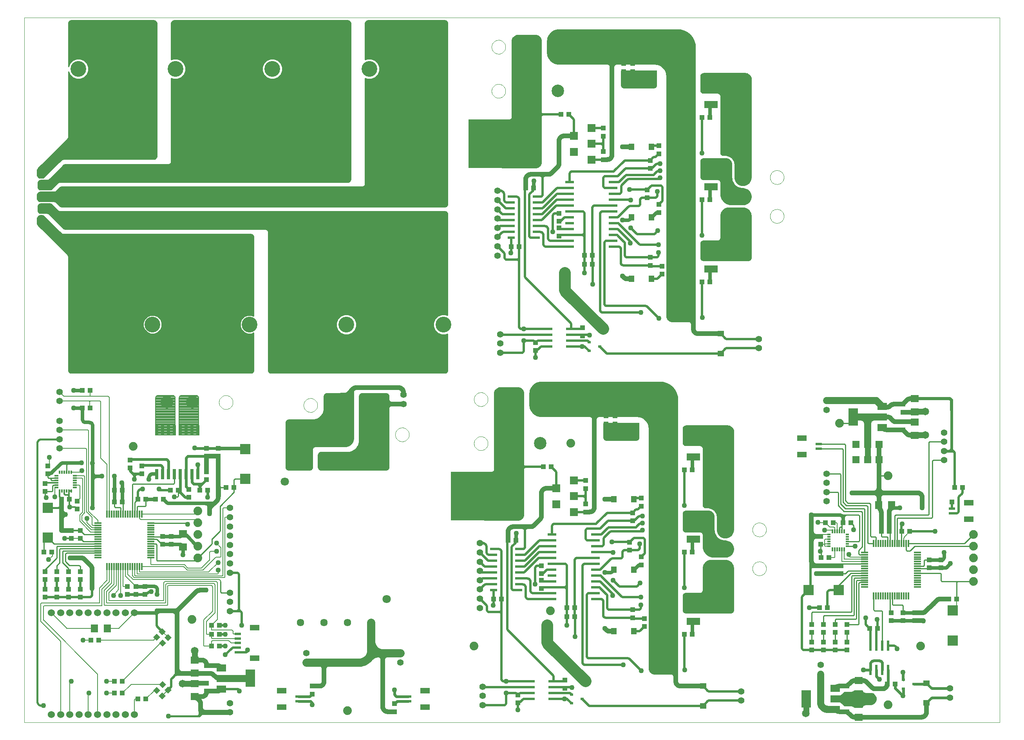
<source format=gtl>
G75*
G70*
%OFA0B0*%
%FSLAX24Y24*%
%IPPOS*%
%LPD*%
%AMOC8*
5,1,8,0,0,1.08239X$1,22.5*
%
%ADD10C,0.0000*%
%ADD11R,0.0591X0.0118*%
%ADD12R,0.0118X0.0591*%
%ADD13C,0.0740*%
%ADD14R,0.0433X0.0433*%
%ADD15R,0.0709X0.0630*%
%ADD16R,0.0394X0.0433*%
%ADD17R,0.0886X0.0886*%
%ADD18R,0.0780X0.0210*%
%ADD19R,0.0500X0.0579*%
%ADD20R,0.1181X0.0630*%
%ADD21R,0.2470X0.2280*%
%ADD22C,0.1065*%
%ADD23R,0.0531X0.0236*%
%ADD24R,0.0787X0.0472*%
%ADD25C,0.0600*%
%ADD26R,0.0433X0.0433*%
%ADD27R,0.0630X0.0709*%
%ADD28R,0.0335X0.0138*%
%ADD29R,0.0138X0.0315*%
%ADD30C,0.0555*%
%ADD31R,0.0138X0.0335*%
%ADD32R,0.0315X0.0138*%
%ADD33R,0.0256X0.0236*%
%ADD34R,0.0579X0.0500*%
%ADD35C,0.0634*%
%ADD36C,0.0712*%
%ADD37R,0.0256X0.0886*%
%ADD38R,0.0610X0.0236*%
%ADD39R,0.0866X0.0236*%
%ADD40R,0.0673X0.0673*%
%ADD41C,0.1950*%
%ADD42R,0.5000X0.4150*%
%ADD43R,0.0790X0.0590*%
%ADD44R,0.0790X0.1500*%
%ADD45R,0.0634X0.0634*%
%ADD46R,0.0236X0.0866*%
%ADD47C,0.0900*%
%ADD48C,0.1340*%
%ADD49C,0.0080*%
%ADD50C,0.0200*%
%ADD51C,0.0436*%
%ADD52C,0.0590*%
%ADD53C,0.0120*%
%ADD54C,0.0400*%
%ADD55C,0.0150*%
%ADD56C,0.0100*%
%ADD57C,0.0300*%
%ADD58C,0.0240*%
%ADD59C,0.0110*%
%ADD60C,0.0050*%
%ADD61C,0.0160*%
%ADD62C,0.0600*%
%ADD63C,0.0440*%
%ADD64C,0.0700*%
%ADD65C,0.0250*%
%ADD66C,0.0650*%
%ADD67C,0.1000*%
%ADD68C,0.0945*%
%ADD69C,0.0500*%
%ADD70R,0.0436X0.0436*%
D10*
X000101Y000554D02*
X000101Y060554D01*
X083101Y060554D01*
X083101Y000554D01*
X000101Y000554D01*
X031660Y025054D02*
X031662Y025102D01*
X031668Y025150D01*
X031678Y025197D01*
X031691Y025243D01*
X031709Y025288D01*
X031729Y025332D01*
X031754Y025374D01*
X031782Y025413D01*
X031812Y025450D01*
X031846Y025484D01*
X031883Y025516D01*
X031921Y025545D01*
X031962Y025570D01*
X032005Y025592D01*
X032050Y025610D01*
X032096Y025624D01*
X032143Y025635D01*
X032191Y025642D01*
X032239Y025645D01*
X032287Y025644D01*
X032335Y025639D01*
X032383Y025630D01*
X032429Y025618D01*
X032474Y025601D01*
X032518Y025581D01*
X032560Y025558D01*
X032600Y025531D01*
X032638Y025501D01*
X032673Y025468D01*
X032705Y025432D01*
X032735Y025394D01*
X032761Y025353D01*
X032783Y025310D01*
X032803Y025266D01*
X032818Y025221D01*
X032830Y025174D01*
X032838Y025126D01*
X032842Y025078D01*
X032842Y025030D01*
X032838Y024982D01*
X032830Y024934D01*
X032818Y024887D01*
X032803Y024842D01*
X032783Y024798D01*
X032761Y024755D01*
X032735Y024714D01*
X032705Y024676D01*
X032673Y024640D01*
X032638Y024607D01*
X032600Y024577D01*
X032560Y024550D01*
X032518Y024527D01*
X032474Y024507D01*
X032429Y024490D01*
X032383Y024478D01*
X032335Y024469D01*
X032287Y024464D01*
X032239Y024463D01*
X032191Y024466D01*
X032143Y024473D01*
X032096Y024484D01*
X032050Y024498D01*
X032005Y024516D01*
X031962Y024538D01*
X031921Y024563D01*
X031883Y024592D01*
X031846Y024624D01*
X031812Y024658D01*
X031782Y024695D01*
X031754Y024734D01*
X031729Y024776D01*
X031709Y024820D01*
X031691Y024865D01*
X031678Y024911D01*
X031668Y024958D01*
X031662Y025006D01*
X031660Y025054D01*
X038360Y024304D02*
X038362Y024352D01*
X038368Y024400D01*
X038378Y024447D01*
X038391Y024493D01*
X038409Y024538D01*
X038429Y024582D01*
X038454Y024624D01*
X038482Y024663D01*
X038512Y024700D01*
X038546Y024734D01*
X038583Y024766D01*
X038621Y024795D01*
X038662Y024820D01*
X038705Y024842D01*
X038750Y024860D01*
X038796Y024874D01*
X038843Y024885D01*
X038891Y024892D01*
X038939Y024895D01*
X038987Y024894D01*
X039035Y024889D01*
X039083Y024880D01*
X039129Y024868D01*
X039174Y024851D01*
X039218Y024831D01*
X039260Y024808D01*
X039300Y024781D01*
X039338Y024751D01*
X039373Y024718D01*
X039405Y024682D01*
X039435Y024644D01*
X039461Y024603D01*
X039483Y024560D01*
X039503Y024516D01*
X039518Y024471D01*
X039530Y024424D01*
X039538Y024376D01*
X039542Y024328D01*
X039542Y024280D01*
X039538Y024232D01*
X039530Y024184D01*
X039518Y024137D01*
X039503Y024092D01*
X039483Y024048D01*
X039461Y024005D01*
X039435Y023964D01*
X039405Y023926D01*
X039373Y023890D01*
X039338Y023857D01*
X039300Y023827D01*
X039260Y023800D01*
X039218Y023777D01*
X039174Y023757D01*
X039129Y023740D01*
X039083Y023728D01*
X039035Y023719D01*
X038987Y023714D01*
X038939Y023713D01*
X038891Y023716D01*
X038843Y023723D01*
X038796Y023734D01*
X038750Y023748D01*
X038705Y023766D01*
X038662Y023788D01*
X038621Y023813D01*
X038583Y023842D01*
X038546Y023874D01*
X038512Y023908D01*
X038482Y023945D01*
X038454Y023984D01*
X038429Y024026D01*
X038409Y024070D01*
X038391Y024115D01*
X038378Y024161D01*
X038368Y024208D01*
X038362Y024256D01*
X038360Y024304D01*
X038360Y028054D02*
X038362Y028102D01*
X038368Y028150D01*
X038378Y028197D01*
X038391Y028243D01*
X038409Y028288D01*
X038429Y028332D01*
X038454Y028374D01*
X038482Y028413D01*
X038512Y028450D01*
X038546Y028484D01*
X038583Y028516D01*
X038621Y028545D01*
X038662Y028570D01*
X038705Y028592D01*
X038750Y028610D01*
X038796Y028624D01*
X038843Y028635D01*
X038891Y028642D01*
X038939Y028645D01*
X038987Y028644D01*
X039035Y028639D01*
X039083Y028630D01*
X039129Y028618D01*
X039174Y028601D01*
X039218Y028581D01*
X039260Y028558D01*
X039300Y028531D01*
X039338Y028501D01*
X039373Y028468D01*
X039405Y028432D01*
X039435Y028394D01*
X039461Y028353D01*
X039483Y028310D01*
X039503Y028266D01*
X039518Y028221D01*
X039530Y028174D01*
X039538Y028126D01*
X039542Y028078D01*
X039542Y028030D01*
X039538Y027982D01*
X039530Y027934D01*
X039518Y027887D01*
X039503Y027842D01*
X039483Y027798D01*
X039461Y027755D01*
X039435Y027714D01*
X039405Y027676D01*
X039373Y027640D01*
X039338Y027607D01*
X039300Y027577D01*
X039260Y027550D01*
X039218Y027527D01*
X039174Y027507D01*
X039129Y027490D01*
X039083Y027478D01*
X039035Y027469D01*
X038987Y027464D01*
X038939Y027463D01*
X038891Y027466D01*
X038843Y027473D01*
X038796Y027484D01*
X038750Y027498D01*
X038705Y027516D01*
X038662Y027538D01*
X038621Y027563D01*
X038583Y027592D01*
X038546Y027624D01*
X038512Y027658D01*
X038482Y027695D01*
X038454Y027734D01*
X038429Y027776D01*
X038409Y027820D01*
X038391Y027865D01*
X038378Y027911D01*
X038368Y027958D01*
X038362Y028006D01*
X038360Y028054D01*
X023860Y027554D02*
X023862Y027602D01*
X023868Y027650D01*
X023878Y027697D01*
X023891Y027743D01*
X023909Y027788D01*
X023929Y027832D01*
X023954Y027874D01*
X023982Y027913D01*
X024012Y027950D01*
X024046Y027984D01*
X024083Y028016D01*
X024121Y028045D01*
X024162Y028070D01*
X024205Y028092D01*
X024250Y028110D01*
X024296Y028124D01*
X024343Y028135D01*
X024391Y028142D01*
X024439Y028145D01*
X024487Y028144D01*
X024535Y028139D01*
X024583Y028130D01*
X024629Y028118D01*
X024674Y028101D01*
X024718Y028081D01*
X024760Y028058D01*
X024800Y028031D01*
X024838Y028001D01*
X024873Y027968D01*
X024905Y027932D01*
X024935Y027894D01*
X024961Y027853D01*
X024983Y027810D01*
X025003Y027766D01*
X025018Y027721D01*
X025030Y027674D01*
X025038Y027626D01*
X025042Y027578D01*
X025042Y027530D01*
X025038Y027482D01*
X025030Y027434D01*
X025018Y027387D01*
X025003Y027342D01*
X024983Y027298D01*
X024961Y027255D01*
X024935Y027214D01*
X024905Y027176D01*
X024873Y027140D01*
X024838Y027107D01*
X024800Y027077D01*
X024760Y027050D01*
X024718Y027027D01*
X024674Y027007D01*
X024629Y026990D01*
X024583Y026978D01*
X024535Y026969D01*
X024487Y026964D01*
X024439Y026963D01*
X024391Y026966D01*
X024343Y026973D01*
X024296Y026984D01*
X024250Y026998D01*
X024205Y027016D01*
X024162Y027038D01*
X024121Y027063D01*
X024083Y027092D01*
X024046Y027124D01*
X024012Y027158D01*
X023982Y027195D01*
X023954Y027234D01*
X023929Y027276D01*
X023909Y027320D01*
X023891Y027365D01*
X023878Y027411D01*
X023868Y027458D01*
X023862Y027506D01*
X023860Y027554D01*
X016660Y027804D02*
X016662Y027852D01*
X016668Y027900D01*
X016678Y027947D01*
X016691Y027993D01*
X016709Y028038D01*
X016729Y028082D01*
X016754Y028124D01*
X016782Y028163D01*
X016812Y028200D01*
X016846Y028234D01*
X016883Y028266D01*
X016921Y028295D01*
X016962Y028320D01*
X017005Y028342D01*
X017050Y028360D01*
X017096Y028374D01*
X017143Y028385D01*
X017191Y028392D01*
X017239Y028395D01*
X017287Y028394D01*
X017335Y028389D01*
X017383Y028380D01*
X017429Y028368D01*
X017474Y028351D01*
X017518Y028331D01*
X017560Y028308D01*
X017600Y028281D01*
X017638Y028251D01*
X017673Y028218D01*
X017705Y028182D01*
X017735Y028144D01*
X017761Y028103D01*
X017783Y028060D01*
X017803Y028016D01*
X017818Y027971D01*
X017830Y027924D01*
X017838Y027876D01*
X017842Y027828D01*
X017842Y027780D01*
X017838Y027732D01*
X017830Y027684D01*
X017818Y027637D01*
X017803Y027592D01*
X017783Y027548D01*
X017761Y027505D01*
X017735Y027464D01*
X017705Y027426D01*
X017673Y027390D01*
X017638Y027357D01*
X017600Y027327D01*
X017560Y027300D01*
X017518Y027277D01*
X017474Y027257D01*
X017429Y027240D01*
X017383Y027228D01*
X017335Y027219D01*
X017287Y027214D01*
X017239Y027213D01*
X017191Y027216D01*
X017143Y027223D01*
X017096Y027234D01*
X017050Y027248D01*
X017005Y027266D01*
X016962Y027288D01*
X016921Y027313D01*
X016883Y027342D01*
X016846Y027374D01*
X016812Y027408D01*
X016782Y027445D01*
X016754Y027484D01*
X016729Y027526D01*
X016709Y027570D01*
X016691Y027615D01*
X016678Y027661D01*
X016668Y027708D01*
X016662Y027756D01*
X016660Y027804D01*
X039860Y054304D02*
X039862Y054352D01*
X039868Y054400D01*
X039878Y054447D01*
X039891Y054493D01*
X039909Y054538D01*
X039929Y054582D01*
X039954Y054624D01*
X039982Y054663D01*
X040012Y054700D01*
X040046Y054734D01*
X040083Y054766D01*
X040121Y054795D01*
X040162Y054820D01*
X040205Y054842D01*
X040250Y054860D01*
X040296Y054874D01*
X040343Y054885D01*
X040391Y054892D01*
X040439Y054895D01*
X040487Y054894D01*
X040535Y054889D01*
X040583Y054880D01*
X040629Y054868D01*
X040674Y054851D01*
X040718Y054831D01*
X040760Y054808D01*
X040800Y054781D01*
X040838Y054751D01*
X040873Y054718D01*
X040905Y054682D01*
X040935Y054644D01*
X040961Y054603D01*
X040983Y054560D01*
X041003Y054516D01*
X041018Y054471D01*
X041030Y054424D01*
X041038Y054376D01*
X041042Y054328D01*
X041042Y054280D01*
X041038Y054232D01*
X041030Y054184D01*
X041018Y054137D01*
X041003Y054092D01*
X040983Y054048D01*
X040961Y054005D01*
X040935Y053964D01*
X040905Y053926D01*
X040873Y053890D01*
X040838Y053857D01*
X040800Y053827D01*
X040760Y053800D01*
X040718Y053777D01*
X040674Y053757D01*
X040629Y053740D01*
X040583Y053728D01*
X040535Y053719D01*
X040487Y053714D01*
X040439Y053713D01*
X040391Y053716D01*
X040343Y053723D01*
X040296Y053734D01*
X040250Y053748D01*
X040205Y053766D01*
X040162Y053788D01*
X040121Y053813D01*
X040083Y053842D01*
X040046Y053874D01*
X040012Y053908D01*
X039982Y053945D01*
X039954Y053984D01*
X039929Y054026D01*
X039909Y054070D01*
X039891Y054115D01*
X039878Y054161D01*
X039868Y054208D01*
X039862Y054256D01*
X039860Y054304D01*
X039860Y058054D02*
X039862Y058102D01*
X039868Y058150D01*
X039878Y058197D01*
X039891Y058243D01*
X039909Y058288D01*
X039929Y058332D01*
X039954Y058374D01*
X039982Y058413D01*
X040012Y058450D01*
X040046Y058484D01*
X040083Y058516D01*
X040121Y058545D01*
X040162Y058570D01*
X040205Y058592D01*
X040250Y058610D01*
X040296Y058624D01*
X040343Y058635D01*
X040391Y058642D01*
X040439Y058645D01*
X040487Y058644D01*
X040535Y058639D01*
X040583Y058630D01*
X040629Y058618D01*
X040674Y058601D01*
X040718Y058581D01*
X040760Y058558D01*
X040800Y058531D01*
X040838Y058501D01*
X040873Y058468D01*
X040905Y058432D01*
X040935Y058394D01*
X040961Y058353D01*
X040983Y058310D01*
X041003Y058266D01*
X041018Y058221D01*
X041030Y058174D01*
X041038Y058126D01*
X041042Y058078D01*
X041042Y058030D01*
X041038Y057982D01*
X041030Y057934D01*
X041018Y057887D01*
X041003Y057842D01*
X040983Y057798D01*
X040961Y057755D01*
X040935Y057714D01*
X040905Y057676D01*
X040873Y057640D01*
X040838Y057607D01*
X040800Y057577D01*
X040760Y057550D01*
X040718Y057527D01*
X040674Y057507D01*
X040629Y057490D01*
X040583Y057478D01*
X040535Y057469D01*
X040487Y057464D01*
X040439Y057463D01*
X040391Y057466D01*
X040343Y057473D01*
X040296Y057484D01*
X040250Y057498D01*
X040205Y057516D01*
X040162Y057538D01*
X040121Y057563D01*
X040083Y057592D01*
X040046Y057624D01*
X040012Y057658D01*
X039982Y057695D01*
X039954Y057734D01*
X039929Y057776D01*
X039909Y057820D01*
X039891Y057865D01*
X039878Y057911D01*
X039868Y057958D01*
X039862Y058006D01*
X039860Y058054D01*
X063550Y046959D02*
X063552Y047007D01*
X063558Y047055D01*
X063568Y047102D01*
X063581Y047148D01*
X063599Y047193D01*
X063619Y047237D01*
X063644Y047279D01*
X063672Y047318D01*
X063702Y047355D01*
X063736Y047389D01*
X063773Y047421D01*
X063811Y047450D01*
X063852Y047475D01*
X063895Y047497D01*
X063940Y047515D01*
X063986Y047529D01*
X064033Y047540D01*
X064081Y047547D01*
X064129Y047550D01*
X064177Y047549D01*
X064225Y047544D01*
X064273Y047535D01*
X064319Y047523D01*
X064364Y047506D01*
X064408Y047486D01*
X064450Y047463D01*
X064490Y047436D01*
X064528Y047406D01*
X064563Y047373D01*
X064595Y047337D01*
X064625Y047299D01*
X064651Y047258D01*
X064673Y047215D01*
X064693Y047171D01*
X064708Y047126D01*
X064720Y047079D01*
X064728Y047031D01*
X064732Y046983D01*
X064732Y046935D01*
X064728Y046887D01*
X064720Y046839D01*
X064708Y046792D01*
X064693Y046747D01*
X064673Y046703D01*
X064651Y046660D01*
X064625Y046619D01*
X064595Y046581D01*
X064563Y046545D01*
X064528Y046512D01*
X064490Y046482D01*
X064450Y046455D01*
X064408Y046432D01*
X064364Y046412D01*
X064319Y046395D01*
X064273Y046383D01*
X064225Y046374D01*
X064177Y046369D01*
X064129Y046368D01*
X064081Y046371D01*
X064033Y046378D01*
X063986Y046389D01*
X063940Y046403D01*
X063895Y046421D01*
X063852Y046443D01*
X063811Y046468D01*
X063773Y046497D01*
X063736Y046529D01*
X063702Y046563D01*
X063672Y046600D01*
X063644Y046639D01*
X063619Y046681D01*
X063599Y046725D01*
X063581Y046770D01*
X063568Y046816D01*
X063558Y046863D01*
X063552Y046911D01*
X063550Y046959D01*
X063550Y043649D02*
X063552Y043697D01*
X063558Y043745D01*
X063568Y043792D01*
X063581Y043838D01*
X063599Y043883D01*
X063619Y043927D01*
X063644Y043969D01*
X063672Y044008D01*
X063702Y044045D01*
X063736Y044079D01*
X063773Y044111D01*
X063811Y044140D01*
X063852Y044165D01*
X063895Y044187D01*
X063940Y044205D01*
X063986Y044219D01*
X064033Y044230D01*
X064081Y044237D01*
X064129Y044240D01*
X064177Y044239D01*
X064225Y044234D01*
X064273Y044225D01*
X064319Y044213D01*
X064364Y044196D01*
X064408Y044176D01*
X064450Y044153D01*
X064490Y044126D01*
X064528Y044096D01*
X064563Y044063D01*
X064595Y044027D01*
X064625Y043989D01*
X064651Y043948D01*
X064673Y043905D01*
X064693Y043861D01*
X064708Y043816D01*
X064720Y043769D01*
X064728Y043721D01*
X064732Y043673D01*
X064732Y043625D01*
X064728Y043577D01*
X064720Y043529D01*
X064708Y043482D01*
X064693Y043437D01*
X064673Y043393D01*
X064651Y043350D01*
X064625Y043309D01*
X064595Y043271D01*
X064563Y043235D01*
X064528Y043202D01*
X064490Y043172D01*
X064450Y043145D01*
X064408Y043122D01*
X064364Y043102D01*
X064319Y043085D01*
X064273Y043073D01*
X064225Y043064D01*
X064177Y043059D01*
X064129Y043058D01*
X064081Y043061D01*
X064033Y043068D01*
X063986Y043079D01*
X063940Y043093D01*
X063895Y043111D01*
X063852Y043133D01*
X063811Y043158D01*
X063773Y043187D01*
X063736Y043219D01*
X063702Y043253D01*
X063672Y043290D01*
X063644Y043329D01*
X063619Y043371D01*
X063599Y043415D01*
X063581Y043460D01*
X063568Y043506D01*
X063558Y043553D01*
X063552Y043601D01*
X063550Y043649D01*
X062050Y016959D02*
X062052Y017007D01*
X062058Y017055D01*
X062068Y017102D01*
X062081Y017148D01*
X062099Y017193D01*
X062119Y017237D01*
X062144Y017279D01*
X062172Y017318D01*
X062202Y017355D01*
X062236Y017389D01*
X062273Y017421D01*
X062311Y017450D01*
X062352Y017475D01*
X062395Y017497D01*
X062440Y017515D01*
X062486Y017529D01*
X062533Y017540D01*
X062581Y017547D01*
X062629Y017550D01*
X062677Y017549D01*
X062725Y017544D01*
X062773Y017535D01*
X062819Y017523D01*
X062864Y017506D01*
X062908Y017486D01*
X062950Y017463D01*
X062990Y017436D01*
X063028Y017406D01*
X063063Y017373D01*
X063095Y017337D01*
X063125Y017299D01*
X063151Y017258D01*
X063173Y017215D01*
X063193Y017171D01*
X063208Y017126D01*
X063220Y017079D01*
X063228Y017031D01*
X063232Y016983D01*
X063232Y016935D01*
X063228Y016887D01*
X063220Y016839D01*
X063208Y016792D01*
X063193Y016747D01*
X063173Y016703D01*
X063151Y016660D01*
X063125Y016619D01*
X063095Y016581D01*
X063063Y016545D01*
X063028Y016512D01*
X062990Y016482D01*
X062950Y016455D01*
X062908Y016432D01*
X062864Y016412D01*
X062819Y016395D01*
X062773Y016383D01*
X062725Y016374D01*
X062677Y016369D01*
X062629Y016368D01*
X062581Y016371D01*
X062533Y016378D01*
X062486Y016389D01*
X062440Y016403D01*
X062395Y016421D01*
X062352Y016443D01*
X062311Y016468D01*
X062273Y016497D01*
X062236Y016529D01*
X062202Y016563D01*
X062172Y016600D01*
X062144Y016639D01*
X062119Y016681D01*
X062099Y016725D01*
X062081Y016770D01*
X062068Y016816D01*
X062058Y016863D01*
X062052Y016911D01*
X062050Y016959D01*
X062050Y013649D02*
X062052Y013697D01*
X062058Y013745D01*
X062068Y013792D01*
X062081Y013838D01*
X062099Y013883D01*
X062119Y013927D01*
X062144Y013969D01*
X062172Y014008D01*
X062202Y014045D01*
X062236Y014079D01*
X062273Y014111D01*
X062311Y014140D01*
X062352Y014165D01*
X062395Y014187D01*
X062440Y014205D01*
X062486Y014219D01*
X062533Y014230D01*
X062581Y014237D01*
X062629Y014240D01*
X062677Y014239D01*
X062725Y014234D01*
X062773Y014225D01*
X062819Y014213D01*
X062864Y014196D01*
X062908Y014176D01*
X062950Y014153D01*
X062990Y014126D01*
X063028Y014096D01*
X063063Y014063D01*
X063095Y014027D01*
X063125Y013989D01*
X063151Y013948D01*
X063173Y013905D01*
X063193Y013861D01*
X063208Y013816D01*
X063220Y013769D01*
X063228Y013721D01*
X063232Y013673D01*
X063232Y013625D01*
X063228Y013577D01*
X063220Y013529D01*
X063208Y013482D01*
X063193Y013437D01*
X063173Y013393D01*
X063151Y013350D01*
X063125Y013309D01*
X063095Y013271D01*
X063063Y013235D01*
X063028Y013202D01*
X062990Y013172D01*
X062950Y013145D01*
X062908Y013122D01*
X062864Y013102D01*
X062819Y013085D01*
X062773Y013073D01*
X062725Y013064D01*
X062677Y013059D01*
X062629Y013058D01*
X062581Y013061D01*
X062533Y013068D01*
X062486Y013079D01*
X062440Y013093D01*
X062395Y013111D01*
X062352Y013133D01*
X062311Y013158D01*
X062273Y013187D01*
X062236Y013219D01*
X062202Y013253D01*
X062172Y013290D01*
X062144Y013329D01*
X062119Y013371D01*
X062099Y013415D01*
X062081Y013460D01*
X062068Y013506D01*
X062058Y013553D01*
X062052Y013601D01*
X062050Y013649D01*
D11*
X071607Y013653D03*
X071607Y013850D03*
X071607Y014046D03*
X071607Y014243D03*
X071607Y014440D03*
X071607Y014637D03*
X071607Y014834D03*
X071607Y015031D03*
X071607Y013456D03*
X071607Y013259D03*
X071607Y013062D03*
X071607Y012865D03*
X071607Y012669D03*
X071607Y012472D03*
X071607Y012275D03*
X071607Y012078D03*
X076095Y012078D03*
X076095Y012275D03*
X076095Y012472D03*
X076095Y012669D03*
X076095Y012865D03*
X076095Y013062D03*
X076095Y013259D03*
X076095Y013456D03*
X076095Y013653D03*
X076095Y013850D03*
X076095Y014046D03*
X076095Y014243D03*
X076095Y014440D03*
X076095Y014637D03*
X076095Y014834D03*
X076095Y015031D03*
X010845Y014972D03*
X010845Y015169D03*
X010845Y015365D03*
X010845Y015562D03*
X010845Y015759D03*
X010845Y015956D03*
X010845Y016153D03*
X010845Y016350D03*
X010845Y016546D03*
X010845Y016743D03*
X010845Y016940D03*
X010845Y017137D03*
X010845Y017334D03*
X010845Y017531D03*
X010845Y014775D03*
X010845Y014578D03*
X006357Y014578D03*
X006357Y014775D03*
X006357Y014972D03*
X006357Y015169D03*
X006357Y015365D03*
X006357Y015562D03*
X006357Y015759D03*
X006357Y015956D03*
X006357Y016153D03*
X006357Y016350D03*
X006357Y016546D03*
X006357Y016743D03*
X006357Y016940D03*
X006357Y017137D03*
X006357Y017334D03*
X006357Y017531D03*
D12*
X007124Y018298D03*
X007321Y018298D03*
X007518Y018298D03*
X007715Y018298D03*
X007912Y018298D03*
X008109Y018298D03*
X008306Y018298D03*
X008502Y018298D03*
X008699Y018298D03*
X008896Y018298D03*
X009093Y018298D03*
X009290Y018298D03*
X009487Y018298D03*
X009683Y018298D03*
X009880Y018298D03*
X010077Y018298D03*
X010077Y013810D03*
X009880Y013810D03*
X009683Y013810D03*
X009487Y013810D03*
X009290Y013810D03*
X009093Y013810D03*
X008896Y013810D03*
X008699Y013810D03*
X008502Y013810D03*
X008306Y013810D03*
X008109Y013810D03*
X007912Y013810D03*
X007715Y013810D03*
X007518Y013810D03*
X007321Y013810D03*
X007124Y013810D03*
X072374Y015798D03*
X072571Y015798D03*
X072768Y015798D03*
X072965Y015798D03*
X073162Y015798D03*
X073359Y015798D03*
X073556Y015798D03*
X073752Y015798D03*
X073949Y015798D03*
X074146Y015798D03*
X074343Y015798D03*
X074540Y015798D03*
X074737Y015798D03*
X074933Y015798D03*
X075130Y015798D03*
X075327Y015798D03*
X075327Y011310D03*
X075130Y011310D03*
X074933Y011310D03*
X074737Y011310D03*
X074540Y011310D03*
X074343Y011310D03*
X074146Y011310D03*
X073949Y011310D03*
X073752Y011310D03*
X073556Y011310D03*
X073359Y011310D03*
X073162Y011310D03*
X072965Y011310D03*
X072768Y011310D03*
X072571Y011310D03*
X072374Y011310D03*
D13*
X076351Y007054D03*
X073601Y002054D03*
X080851Y012554D03*
X080851Y013554D03*
X080851Y014554D03*
X080851Y015554D03*
X080851Y016554D03*
X073601Y021554D03*
X069451Y026004D03*
X046601Y024304D03*
X044851Y010054D03*
X038351Y007054D03*
X027601Y001554D03*
X014351Y009304D03*
X014851Y014554D03*
X014851Y015554D03*
X014851Y016554D03*
X014851Y017554D03*
X014851Y018554D03*
X009351Y024054D03*
X001601Y043304D03*
X001601Y044304D03*
X001601Y045304D03*
X001601Y046304D03*
X001601Y047304D03*
D14*
X005016Y028804D03*
X005685Y028804D03*
X005685Y027304D03*
X005016Y027304D03*
X009101Y022889D03*
X009101Y022220D03*
X010101Y022389D03*
X010101Y021720D03*
X008435Y020304D03*
X007766Y020304D03*
X007766Y019304D03*
X008435Y019304D03*
X009766Y019554D03*
X010435Y019554D03*
X011266Y019554D03*
X011935Y019554D03*
X012516Y020304D03*
X013185Y020304D03*
X014101Y020389D03*
X014101Y019720D03*
X015016Y020304D03*
X015685Y020304D03*
X015601Y021220D03*
X015601Y021889D03*
X015601Y023220D03*
X015601Y023889D03*
X016601Y023889D03*
X016601Y023220D03*
X017266Y020554D03*
X017935Y020554D03*
X012601Y016389D03*
X011851Y016389D03*
X011851Y015720D03*
X012601Y015720D03*
X010351Y012119D03*
X010351Y011450D03*
X009601Y011450D03*
X009601Y012119D03*
X004851Y011889D03*
X004851Y011220D03*
X003851Y011220D03*
X003851Y011889D03*
X003851Y012720D03*
X004851Y012720D03*
X004851Y013389D03*
X003851Y013389D03*
X002851Y013389D03*
X001851Y013389D03*
X001851Y012720D03*
X001851Y011889D03*
X001851Y011220D03*
X002851Y011220D03*
X002851Y011889D03*
X002851Y012720D03*
X002435Y015054D03*
X001766Y015054D03*
X004101Y016220D03*
X004101Y016889D03*
X004851Y016889D03*
X004851Y016220D03*
X004601Y018720D03*
X004601Y019389D03*
X003935Y019554D03*
X003266Y019554D03*
X001851Y020220D03*
X001851Y020889D03*
X002101Y021720D03*
X002101Y022389D03*
X016016Y008804D03*
X016685Y008804D03*
X016685Y008054D03*
X016016Y008054D03*
X016016Y007054D03*
X016685Y007054D03*
X015601Y005389D03*
X015601Y004720D03*
X015601Y003889D03*
X015601Y003220D03*
X010435Y002554D03*
X009766Y002554D03*
X008435Y003054D03*
X007766Y003054D03*
X007766Y004054D03*
X008435Y004054D03*
X006435Y007554D03*
X005766Y007554D03*
X024601Y003639D03*
X024601Y002970D03*
X031601Y002139D03*
X031601Y001470D03*
X042101Y002220D03*
X042101Y002889D03*
X046101Y003470D03*
X046101Y004139D03*
X052851Y008720D03*
X052851Y009389D03*
X051851Y009470D03*
X051851Y010139D03*
X056266Y008054D03*
X056935Y008054D03*
X052601Y013970D03*
X052601Y014639D03*
X051601Y015220D03*
X051601Y015889D03*
X051851Y017720D03*
X051851Y018389D03*
X052601Y018970D03*
X052601Y019639D03*
X056266Y022054D03*
X056935Y022054D03*
X050351Y025970D03*
X050351Y026639D03*
X049601Y026639D03*
X049601Y025970D03*
X044935Y022304D03*
X044266Y022304D03*
X047851Y021139D03*
X047851Y020470D03*
X047851Y019139D03*
X047851Y018470D03*
X041935Y016054D03*
X041266Y016054D03*
X044101Y013889D03*
X044101Y013220D03*
X044101Y012639D03*
X044101Y011970D03*
X046266Y010304D03*
X046935Y010304D03*
X046935Y009554D03*
X046266Y009554D03*
X040685Y011054D03*
X040016Y011054D03*
X056266Y015054D03*
X056935Y015054D03*
X067101Y008889D03*
X067101Y008220D03*
X067101Y007389D03*
X067101Y006720D03*
X068101Y006720D03*
X068101Y007389D03*
X068101Y008220D03*
X068101Y008889D03*
X069101Y008889D03*
X069101Y008220D03*
X069101Y007389D03*
X069101Y006720D03*
X070101Y006720D03*
X070101Y007389D03*
X070101Y008220D03*
X070101Y008889D03*
X072016Y008554D03*
X072685Y008554D03*
X074851Y009220D03*
X074851Y009889D03*
X075851Y009889D03*
X075851Y009220D03*
X078766Y011054D03*
X079435Y011054D03*
X078101Y013720D03*
X078101Y014389D03*
X077101Y014389D03*
X077101Y013720D03*
X075435Y016804D03*
X074766Y016804D03*
X073685Y016804D03*
X073016Y016804D03*
X073016Y017804D03*
X073685Y017804D03*
X070435Y017554D03*
X069766Y017554D03*
X068935Y017554D03*
X068266Y017554D03*
X067851Y016389D03*
X067851Y015720D03*
X067896Y014574D03*
X068565Y014574D03*
X068601Y013889D03*
X068601Y013220D03*
X069601Y013220D03*
X069601Y013889D03*
X068435Y010304D03*
X067766Y010304D03*
X073516Y003804D03*
X074185Y003804D03*
X070101Y003639D03*
X070101Y002970D03*
X070101Y002139D03*
X070101Y001470D03*
X079266Y020554D03*
X079935Y020554D03*
X058435Y038054D03*
X057766Y038054D03*
X054351Y038720D03*
X054351Y039389D03*
X053351Y039470D03*
X053351Y040139D03*
X054101Y043970D03*
X054101Y044639D03*
X053101Y045220D03*
X053101Y045889D03*
X053351Y047720D03*
X053351Y048389D03*
X054101Y048970D03*
X054101Y049639D03*
X057766Y052054D03*
X058435Y052054D03*
X051851Y055970D03*
X051851Y056639D03*
X051101Y056639D03*
X051101Y055970D03*
X046435Y052304D03*
X045766Y052304D03*
X049351Y051139D03*
X049351Y050470D03*
X049351Y049139D03*
X049351Y048470D03*
X045601Y043889D03*
X045601Y043220D03*
X045601Y042639D03*
X045601Y041970D03*
X047766Y040304D03*
X048435Y040304D03*
X048435Y039554D03*
X047766Y039554D03*
X042185Y041054D03*
X041516Y041054D03*
X042766Y046054D03*
X043435Y046054D03*
X057766Y045054D03*
X058435Y045054D03*
X047601Y034139D03*
X047601Y033470D03*
X043601Y032889D03*
X043601Y032220D03*
D15*
X051101Y026856D03*
X052101Y026856D03*
X052101Y025753D03*
X051101Y025753D03*
X075851Y026106D03*
X075851Y027003D03*
X075851Y028106D03*
X075851Y025003D03*
X071101Y004106D03*
X071101Y003003D03*
X071101Y002106D03*
X071101Y001003D03*
X014601Y002753D03*
X014601Y003856D03*
X014601Y004753D03*
X014601Y005856D03*
X013601Y015503D03*
X013601Y016606D03*
X052601Y055753D03*
X053601Y055753D03*
X053601Y056856D03*
X052601Y056856D03*
D16*
X074851Y027639D03*
X074851Y026970D03*
X074851Y026139D03*
X074851Y025470D03*
X073851Y009889D03*
X073851Y009220D03*
X008851Y011450D03*
X008851Y012119D03*
D17*
X002101Y016275D03*
X002101Y018834D03*
X018901Y021275D03*
X018901Y023834D03*
X066821Y011804D03*
X069380Y011804D03*
X079101Y010084D03*
X079101Y007525D03*
D18*
X048696Y011054D03*
X048696Y011554D03*
X048696Y012054D03*
X048696Y012554D03*
X048696Y013054D03*
X048696Y013554D03*
X048696Y014054D03*
X048696Y014554D03*
X048696Y015054D03*
X048696Y015554D03*
X048696Y016054D03*
X048696Y016554D03*
X045006Y016554D03*
X045006Y016054D03*
X045006Y015554D03*
X045006Y015054D03*
X045006Y014554D03*
X045006Y014054D03*
X045006Y013554D03*
X045006Y013054D03*
X045006Y012554D03*
X045006Y012054D03*
X045006Y011554D03*
X045006Y011054D03*
X046506Y041054D03*
X046506Y041554D03*
X046506Y042054D03*
X046506Y042554D03*
X046506Y043054D03*
X046506Y043554D03*
X046506Y044054D03*
X046506Y044554D03*
X046506Y045054D03*
X046506Y045554D03*
X046506Y046054D03*
X046506Y046554D03*
X050196Y046554D03*
X050196Y046054D03*
X050196Y045554D03*
X050196Y045054D03*
X050196Y044554D03*
X050196Y044054D03*
X050196Y043554D03*
X050196Y043054D03*
X050196Y042554D03*
X050196Y042054D03*
X050196Y041554D03*
X050196Y041054D03*
D19*
X051754Y043554D03*
X053447Y043554D03*
X053447Y038304D03*
X051754Y038304D03*
X051754Y049554D03*
X053447Y049554D03*
X051947Y019554D03*
X050254Y019554D03*
X050254Y013554D03*
X051947Y013554D03*
X051947Y008304D03*
X050254Y008304D03*
D20*
X057011Y009154D03*
X057011Y010954D03*
X057011Y016154D03*
X057011Y017954D03*
X057011Y023154D03*
X057011Y024954D03*
X058511Y039154D03*
X058511Y040954D03*
X058511Y046154D03*
X058511Y047954D03*
X058511Y053154D03*
X058511Y054954D03*
D21*
X055976Y054054D03*
X055976Y047054D03*
X055976Y040054D03*
X054476Y024054D03*
X054476Y017054D03*
X054476Y010054D03*
D22*
X059771Y013654D03*
X059771Y015304D03*
X059771Y016954D03*
X043991Y024304D03*
X041821Y024304D03*
X041821Y028054D03*
X043991Y028054D03*
X029491Y027554D03*
X027321Y027554D03*
X027211Y025054D03*
X029381Y025054D03*
X014381Y027804D03*
X012211Y027804D03*
X043321Y054304D03*
X045491Y054304D03*
X045491Y058054D03*
X043321Y058054D03*
X061271Y046954D03*
X061271Y045304D03*
X061271Y043654D03*
D23*
X067691Y024251D03*
X067691Y023857D03*
X079010Y018751D03*
X079010Y018357D03*
X032760Y002751D03*
X032760Y002357D03*
X023441Y002357D03*
X023441Y002751D03*
X018260Y006517D03*
X018260Y006911D03*
X018260Y007304D03*
X018260Y007698D03*
X018260Y008092D03*
D24*
X019707Y008604D03*
X019707Y006005D03*
X021994Y003263D03*
X021994Y001846D03*
X034207Y001846D03*
X034207Y003263D03*
X066244Y023346D03*
X066244Y024763D03*
X080457Y019263D03*
X080457Y017846D03*
D25*
X009475Y009885D03*
X008687Y009885D03*
X007900Y009885D03*
X007113Y009885D03*
X006325Y009885D03*
X005538Y009885D03*
X004750Y009885D03*
X003963Y009885D03*
X003176Y009885D03*
X002388Y009885D03*
X002388Y001224D03*
X003176Y001224D03*
X003963Y001224D03*
X004750Y001224D03*
X005538Y001224D03*
X006325Y001224D03*
X007113Y001224D03*
X007900Y001224D03*
X008687Y001224D03*
X009475Y001224D03*
D26*
G36*
X011364Y002986D02*
X011059Y003291D01*
X011364Y003596D01*
X011669Y003291D01*
X011364Y002986D01*
G37*
G36*
X011837Y002513D02*
X011532Y002818D01*
X011837Y003123D01*
X012142Y002818D01*
X011837Y002513D01*
G37*
G36*
X012337Y003013D02*
X012032Y003318D01*
X012337Y003623D01*
X012642Y003318D01*
X012337Y003013D01*
G37*
G36*
X011864Y003486D02*
X011559Y003791D01*
X011864Y004096D01*
X012169Y003791D01*
X011864Y003486D01*
G37*
G36*
X012169Y007318D02*
X011864Y007013D01*
X011559Y007318D01*
X011864Y007623D01*
X012169Y007318D01*
G37*
G36*
X012642Y007791D02*
X012337Y007486D01*
X012032Y007791D01*
X012337Y008096D01*
X012642Y007791D01*
G37*
G36*
X012142Y008291D02*
X011837Y007986D01*
X011532Y008291D01*
X011837Y008596D01*
X012142Y008291D01*
G37*
G36*
X011669Y007818D02*
X011364Y007513D01*
X011059Y007818D01*
X011364Y008123D01*
X011669Y007818D01*
G37*
D27*
X007152Y008554D03*
X006050Y008554D03*
X072800Y019054D03*
X073902Y019054D03*
D28*
X004378Y020562D03*
X004378Y020759D03*
X004378Y020956D03*
X004378Y021153D03*
X004378Y021350D03*
X004378Y021546D03*
X002823Y021546D03*
X002823Y021350D03*
X002823Y021153D03*
X002823Y020956D03*
X002823Y020759D03*
X002823Y020562D03*
D29*
X003109Y020267D03*
X003306Y020267D03*
X003502Y020267D03*
X003699Y020267D03*
X003896Y020267D03*
X004093Y020267D03*
X004093Y021842D03*
X003896Y021842D03*
X003699Y021842D03*
X003502Y021842D03*
X003306Y021842D03*
X003109Y021842D03*
D30*
X003101Y023873D03*
X003101Y024661D03*
X003101Y025448D03*
X003101Y026235D03*
X003101Y027911D03*
X003101Y028698D03*
X017601Y018810D03*
X017601Y018023D03*
X017601Y017235D03*
X017601Y016448D03*
X017601Y015661D03*
X017601Y014873D03*
X017601Y014086D03*
X017601Y013298D03*
X017601Y011592D03*
X017601Y010804D03*
X017601Y010017D03*
X024101Y006448D03*
X024101Y005661D03*
X017601Y002198D03*
X017601Y001411D03*
X032101Y005661D03*
X032101Y006448D03*
X039101Y003592D03*
X039101Y002804D03*
X039101Y002017D03*
X038851Y010298D03*
X038851Y011086D03*
X038851Y011873D03*
X038851Y012661D03*
X038851Y013448D03*
X038851Y014235D03*
X038851Y015023D03*
X038851Y015810D03*
X032351Y027661D03*
X032351Y028448D03*
X040601Y032017D03*
X040601Y032804D03*
X040601Y033592D03*
X040351Y040298D03*
X040351Y041086D03*
X040351Y041873D03*
X040351Y042661D03*
X040351Y043448D03*
X040351Y044235D03*
X040351Y045023D03*
X040351Y045810D03*
X062601Y033198D03*
X062601Y032411D03*
X068351Y027948D03*
X068351Y027161D03*
X068351Y021735D03*
X068351Y020948D03*
X068351Y020161D03*
X068351Y019373D03*
X078351Y022873D03*
X078351Y023661D03*
X078351Y024448D03*
X078351Y025235D03*
X067851Y005448D03*
X067851Y004661D03*
X061101Y003198D03*
X061101Y002411D03*
X078851Y002661D03*
X078851Y003448D03*
D31*
X069843Y015277D03*
X069646Y015277D03*
X069449Y015277D03*
X069252Y015277D03*
X069056Y015277D03*
X068859Y015277D03*
X068859Y016832D03*
X069056Y016832D03*
X069252Y016832D03*
X069449Y016832D03*
X069646Y016832D03*
X069843Y016832D03*
D32*
X070138Y016546D03*
X070138Y016350D03*
X070138Y016153D03*
X070138Y015956D03*
X070138Y015759D03*
X070138Y015562D03*
X068563Y015562D03*
X068563Y015759D03*
X068563Y015956D03*
X068563Y016153D03*
X068563Y016350D03*
X068563Y016546D03*
D33*
X074908Y004178D03*
X074908Y003430D03*
X075794Y003804D03*
X047544Y002554D03*
X046658Y002180D03*
X046658Y002928D03*
X048158Y032180D03*
X048158Y032928D03*
X049044Y032554D03*
D34*
X059351Y031958D03*
X059351Y033651D03*
X057851Y003651D03*
X057851Y001958D03*
X076851Y002208D03*
X076851Y003901D03*
D35*
X029601Y009054D03*
X027601Y009054D03*
X025601Y009054D03*
X023601Y009054D03*
X023601Y023054D03*
X025601Y023054D03*
X029601Y023054D03*
D36*
X022270Y021054D03*
X030931Y011054D03*
D37*
X014851Y021684D03*
X014351Y021684D03*
X013851Y021684D03*
X013351Y021684D03*
X012851Y021684D03*
X012351Y021684D03*
X011851Y021684D03*
X011351Y021684D03*
X011351Y025424D03*
X011851Y025424D03*
X012351Y025424D03*
X012851Y025424D03*
X013351Y025424D03*
X013851Y025424D03*
X014351Y025424D03*
X014851Y025424D03*
D38*
X040038Y015304D03*
X040038Y014804D03*
X040038Y014304D03*
X040038Y013804D03*
X040038Y013304D03*
X040038Y012804D03*
X040038Y012304D03*
X040038Y011804D03*
X042164Y011804D03*
X042164Y012304D03*
X042164Y012804D03*
X042164Y013304D03*
X042164Y013804D03*
X042164Y014304D03*
X042164Y014804D03*
X042164Y015304D03*
X041538Y041804D03*
X041538Y042304D03*
X041538Y042804D03*
X041538Y043304D03*
X041538Y043804D03*
X041538Y044304D03*
X041538Y044804D03*
X041538Y045304D03*
X043664Y045304D03*
X043664Y044804D03*
X043664Y044304D03*
X043664Y043804D03*
X043664Y043304D03*
X043664Y042804D03*
X043664Y042304D03*
X043664Y041804D03*
D39*
X044577Y034054D03*
X044577Y033554D03*
X044577Y033054D03*
X044577Y032554D03*
X046624Y032554D03*
X046624Y033054D03*
X046624Y033554D03*
X046624Y034054D03*
X045124Y004054D03*
X045124Y003554D03*
X045124Y003054D03*
X045124Y002554D03*
X043077Y002554D03*
X043077Y003054D03*
X043077Y003554D03*
X043077Y004054D03*
D40*
X046851Y018464D03*
X046851Y019804D03*
X046851Y021144D03*
X045351Y020474D03*
X045351Y019134D03*
X048351Y048464D03*
X046851Y049134D03*
X048351Y049804D03*
X048351Y051144D03*
X046851Y050474D03*
D41*
X039481Y049804D03*
X037981Y019804D03*
D42*
X038881Y019804D03*
X040381Y049804D03*
D43*
X073091Y027464D03*
X073091Y026564D03*
X073091Y025664D03*
X069091Y003464D03*
X069091Y002564D03*
X069091Y001664D03*
X016861Y003394D03*
X016861Y004294D03*
X016861Y005194D03*
D44*
X019341Y004304D03*
X066611Y002554D03*
X070611Y026554D03*
D45*
X070871Y024204D03*
X071851Y024204D03*
X072831Y024204D03*
X072831Y022904D03*
X071851Y022904D03*
X070871Y022904D03*
D46*
X072101Y007078D03*
X072601Y007078D03*
X073101Y007078D03*
X073601Y007078D03*
X073601Y005031D03*
X073101Y005031D03*
X072601Y005031D03*
X072101Y005031D03*
D47*
X032601Y031194D03*
X024351Y031194D03*
X016101Y031194D03*
X007851Y031194D03*
X007851Y059414D03*
X016101Y059414D03*
X024351Y059414D03*
X032601Y059414D03*
D48*
X029451Y056179D03*
X021201Y056179D03*
X012951Y056179D03*
X004701Y056179D03*
X011001Y034429D03*
X019251Y034429D03*
X027501Y034429D03*
X035751Y034429D03*
D49*
X053351Y048389D02*
X053351Y048394D01*
X058435Y053154D02*
X058511Y053154D01*
X057011Y023154D02*
X056935Y023154D01*
X051851Y018394D02*
X051851Y018389D01*
X067631Y017575D02*
X067641Y017566D01*
X067653Y017560D01*
X067666Y017556D01*
X067679Y017555D01*
X067679Y017554D02*
X068266Y017554D01*
X068623Y017198D01*
X068679Y017174D02*
X068976Y017174D01*
X068992Y017172D01*
X069007Y017168D01*
X069020Y017161D01*
X069033Y017151D01*
X069043Y017138D01*
X069050Y017125D01*
X069054Y017110D01*
X069056Y017094D01*
X069056Y016832D01*
X069252Y016832D02*
X069252Y017474D01*
X069250Y017490D01*
X069246Y017505D01*
X069239Y017518D01*
X069229Y017531D01*
X069216Y017541D01*
X069203Y017548D01*
X069188Y017552D01*
X069172Y017554D01*
X068935Y017554D01*
X068679Y017174D02*
X068663Y017176D01*
X068648Y017180D01*
X068635Y017187D01*
X068622Y017197D01*
X068859Y016934D02*
X068191Y016934D01*
X068041Y016546D02*
X068563Y016546D01*
X068563Y016153D02*
X068271Y016153D01*
X068255Y016151D01*
X068240Y016147D01*
X068227Y016140D01*
X068214Y016130D01*
X068204Y016117D01*
X068197Y016104D01*
X068193Y016089D01*
X068191Y016073D01*
X068191Y015839D01*
X068191Y015800D01*
X068191Y015679D01*
X068191Y015654D01*
X068191Y015642D01*
X068190Y015654D02*
X068188Y015668D01*
X068184Y015682D01*
X068176Y015695D01*
X068166Y015705D01*
X068153Y015713D01*
X068139Y015717D01*
X068125Y015719D01*
X068125Y015720D02*
X067851Y015720D01*
X068111Y015720D02*
X068127Y015722D01*
X068142Y015726D01*
X068155Y015733D01*
X068168Y015743D01*
X068178Y015756D01*
X068185Y015769D01*
X068189Y015784D01*
X068191Y015800D01*
X068191Y015839D02*
X068193Y015823D01*
X068197Y015808D01*
X068204Y015795D01*
X068214Y015782D01*
X068227Y015772D01*
X068240Y015765D01*
X068255Y015761D01*
X068271Y015759D01*
X068563Y015759D01*
X068563Y015562D02*
X068271Y015562D01*
X068255Y015564D01*
X068240Y015568D01*
X068227Y015575D01*
X068214Y015585D01*
X068204Y015598D01*
X068197Y015611D01*
X068193Y015626D01*
X068191Y015642D01*
X068191Y015679D02*
X068193Y015695D01*
X068197Y015710D01*
X068204Y015723D01*
X068214Y015736D01*
X068227Y015746D01*
X068240Y015753D01*
X068255Y015757D01*
X068271Y015759D01*
X069056Y015277D02*
X069056Y014654D01*
X069054Y014638D01*
X069050Y014623D01*
X069043Y014610D01*
X069033Y014597D01*
X069020Y014587D01*
X069007Y014580D01*
X068992Y014576D01*
X068976Y014574D01*
X068565Y014574D01*
X069646Y014323D02*
X069646Y015277D01*
X069843Y015277D02*
X069843Y014520D01*
X069845Y014504D01*
X069849Y014489D01*
X069856Y014476D01*
X069866Y014463D01*
X069879Y014453D01*
X069892Y014446D01*
X069907Y014442D01*
X069923Y014440D01*
X071607Y014440D01*
X071607Y014243D02*
X069726Y014243D01*
X069710Y014245D01*
X069695Y014249D01*
X069682Y014256D01*
X069669Y014266D01*
X069659Y014279D01*
X069652Y014292D01*
X069648Y014307D01*
X069646Y014323D01*
X070271Y014717D02*
X070271Y014854D01*
X070271Y014717D02*
X070273Y014701D01*
X070277Y014686D01*
X070284Y014673D01*
X070294Y014660D01*
X070307Y014650D01*
X070320Y014643D01*
X070335Y014639D01*
X070351Y014637D01*
X071607Y014637D01*
X068859Y016832D02*
X068859Y016934D01*
X068041Y016546D02*
X068025Y016544D01*
X068010Y016540D01*
X067997Y016533D01*
X067984Y016523D01*
X074933Y016137D02*
X074933Y015798D01*
X074933Y016137D02*
X074935Y016176D01*
X074941Y016215D01*
X074950Y016253D01*
X074963Y016290D01*
X074980Y016326D01*
X075000Y016359D01*
X075024Y016391D01*
X075050Y016420D01*
X075051Y016420D02*
X075435Y016804D01*
X079435Y011054D02*
X079435Y010164D01*
X079433Y010148D01*
X079429Y010133D01*
X079422Y010120D01*
X079412Y010107D01*
X079399Y010097D01*
X079386Y010090D01*
X079371Y010086D01*
X079355Y010084D01*
X079101Y010084D01*
X018260Y008092D02*
X017931Y008092D01*
X017915Y008094D01*
X017900Y008098D01*
X017887Y008105D01*
X017874Y008115D01*
X017864Y008128D01*
X017857Y008141D01*
X017853Y008156D01*
X017851Y008172D01*
X017851Y008324D01*
X017849Y008340D01*
X017845Y008355D01*
X017838Y008368D01*
X017828Y008381D01*
X017815Y008391D01*
X017802Y008398D01*
X017787Y008402D01*
X017771Y008404D01*
X016096Y008404D01*
X016080Y008406D01*
X016065Y008410D01*
X016052Y008417D01*
X016039Y008427D01*
X016029Y008440D01*
X016022Y008453D01*
X016018Y008468D01*
X016016Y008484D01*
X016016Y008804D01*
X016507Y009296D01*
X016531Y009352D02*
X016531Y012394D01*
X016529Y012417D01*
X016525Y012439D01*
X016517Y012460D01*
X016506Y012481D01*
X016492Y012499D01*
X016476Y012515D01*
X016458Y012529D01*
X016437Y012540D01*
X016416Y012548D01*
X016394Y012552D01*
X016371Y012554D01*
X012121Y012554D01*
X012098Y012552D01*
X012076Y012548D01*
X012055Y012540D01*
X012034Y012529D01*
X012016Y012515D01*
X012000Y012499D01*
X011986Y012481D01*
X011975Y012460D01*
X011967Y012439D01*
X011963Y012417D01*
X011961Y012394D01*
X011961Y010984D01*
X011959Y010968D01*
X011955Y010953D01*
X011948Y010940D01*
X011938Y010927D01*
X011925Y010917D01*
X011912Y010910D01*
X011897Y010906D01*
X011881Y010904D01*
X007381Y010904D01*
X007365Y010906D01*
X007350Y010910D01*
X007337Y010917D01*
X007324Y010927D01*
X007314Y010940D01*
X007307Y010953D01*
X007303Y010968D01*
X007301Y010984D01*
X007301Y011571D01*
X007324Y011628D02*
X007888Y012192D01*
X007912Y012249D02*
X007912Y013810D01*
X008109Y013810D02*
X008109Y011895D01*
X008085Y011839D02*
X007701Y011354D01*
X007301Y011571D02*
X007303Y011587D01*
X007307Y011602D01*
X007314Y011615D01*
X007324Y011628D01*
X007124Y011728D02*
X007114Y011715D01*
X007107Y011702D01*
X007103Y011687D01*
X007101Y011671D01*
X007101Y010784D01*
X007103Y010768D01*
X007107Y010753D01*
X007114Y010740D01*
X007124Y010727D01*
X007137Y010717D01*
X007150Y010710D01*
X007165Y010706D01*
X007181Y010704D01*
X012041Y010704D01*
X012057Y010706D01*
X012072Y010710D01*
X012085Y010717D01*
X012098Y010727D01*
X012108Y010740D01*
X012115Y010753D01*
X012119Y010768D01*
X012121Y010784D01*
X012121Y012234D01*
X012123Y012257D01*
X012127Y012279D01*
X012135Y012300D01*
X012146Y012321D01*
X012160Y012339D01*
X012176Y012355D01*
X012194Y012369D01*
X012215Y012380D01*
X012236Y012388D01*
X012258Y012392D01*
X012281Y012394D01*
X016161Y012394D01*
X016184Y012392D01*
X016206Y012388D01*
X016227Y012380D01*
X016248Y012369D01*
X016266Y012355D01*
X016282Y012339D01*
X016296Y012321D01*
X016307Y012300D01*
X016315Y012279D01*
X016319Y012257D01*
X016321Y012234D01*
X016321Y009907D01*
X016297Y009851D02*
X015624Y009178D01*
X015601Y009121D02*
X015601Y008134D01*
X015603Y008118D01*
X015607Y008103D01*
X015614Y008090D01*
X015624Y008077D01*
X015637Y008067D01*
X015650Y008060D01*
X015665Y008056D01*
X015681Y008054D01*
X016016Y008054D01*
X016016Y007778D01*
X016018Y007762D01*
X016022Y007747D01*
X016029Y007734D01*
X016039Y007721D01*
X016052Y007711D01*
X016065Y007704D01*
X016080Y007700D01*
X016096Y007698D01*
X018260Y007698D01*
X018260Y007304D02*
X017734Y007304D01*
X017677Y007328D02*
X017524Y007481D01*
X017468Y007504D02*
X016096Y007504D01*
X016080Y007502D01*
X016065Y007498D01*
X016052Y007491D01*
X016039Y007481D01*
X016029Y007468D01*
X016022Y007455D01*
X016018Y007440D01*
X016016Y007424D01*
X016016Y007054D01*
X015431Y007054D01*
X015415Y007056D01*
X015400Y007060D01*
X015387Y007067D01*
X015374Y007077D01*
X015364Y007090D01*
X015357Y007103D01*
X015353Y007118D01*
X015351Y007134D01*
X015351Y009221D01*
X015374Y009278D02*
X016087Y009991D01*
X016111Y010047D02*
X016111Y012074D01*
X016109Y012097D01*
X016105Y012119D01*
X016097Y012140D01*
X016086Y012161D01*
X016072Y012179D01*
X016056Y012195D01*
X016038Y012209D01*
X016017Y012220D01*
X015996Y012228D01*
X015974Y012232D01*
X015951Y012234D01*
X012441Y012234D01*
X012418Y012232D01*
X012396Y012228D01*
X012375Y012220D01*
X012354Y012209D01*
X012336Y012195D01*
X012320Y012179D01*
X012306Y012161D01*
X012295Y012140D01*
X012287Y012119D01*
X012283Y012097D01*
X012281Y012074D01*
X012281Y010584D01*
X012279Y010568D01*
X012275Y010553D01*
X012268Y010540D01*
X012258Y010527D01*
X012245Y010517D01*
X012232Y010510D01*
X012217Y010506D01*
X012201Y010504D01*
X006981Y010504D01*
X006965Y010506D01*
X006950Y010510D01*
X006937Y010517D01*
X006924Y010527D01*
X006914Y010540D01*
X006907Y010553D01*
X006903Y010568D01*
X006901Y010584D01*
X006901Y011771D01*
X006924Y011828D02*
X007495Y012398D01*
X007518Y012455D02*
X007518Y013810D01*
X007321Y013810D02*
X007321Y012558D01*
X007298Y012501D02*
X006724Y011928D01*
X006701Y011871D02*
X006701Y010554D01*
X006699Y010538D01*
X006695Y010523D01*
X006688Y010510D01*
X006678Y010497D01*
X006665Y010487D01*
X006652Y010480D01*
X006637Y010476D01*
X006621Y010474D01*
X001801Y010474D01*
X001785Y010472D01*
X001770Y010468D01*
X001757Y010461D01*
X001744Y010451D01*
X001734Y010438D01*
X001727Y010425D01*
X001723Y010410D01*
X001721Y010394D01*
X001721Y009307D01*
X001744Y009251D02*
X006302Y004693D01*
X006325Y004637D02*
X006325Y001224D01*
X005538Y001224D02*
X005538Y002958D01*
X005561Y003015D02*
X005601Y003054D01*
X005561Y003015D02*
X005551Y003002D01*
X005544Y002989D01*
X005540Y002974D01*
X005538Y002958D01*
X007101Y003054D02*
X007766Y003054D01*
X008435Y003054D02*
X009149Y003768D01*
X009205Y003791D02*
X011864Y003791D01*
X012337Y003318D02*
X011837Y002818D01*
X011364Y003291D02*
X011205Y003291D01*
X011149Y003268D02*
X010435Y002554D01*
X009766Y002554D02*
X009555Y002554D01*
X009539Y002552D01*
X009524Y002548D01*
X009511Y002541D01*
X009498Y002531D01*
X009488Y002518D01*
X009481Y002505D01*
X009477Y002490D01*
X009475Y002474D01*
X009475Y001224D01*
X011148Y003268D02*
X011161Y003278D01*
X011174Y003285D01*
X011189Y003289D01*
X011205Y003291D01*
X009205Y003791D02*
X009189Y003789D01*
X009174Y003785D01*
X009161Y003778D01*
X009148Y003768D01*
X008435Y004054D02*
X011675Y007294D01*
X011732Y007318D02*
X011864Y007318D01*
X011732Y007318D02*
X011716Y007316D01*
X011701Y007312D01*
X011688Y007305D01*
X011675Y007295D01*
X011364Y007818D02*
X011124Y007578D01*
X011068Y007554D02*
X006435Y007554D01*
X005766Y007554D02*
X005101Y007554D01*
X006050Y008554D02*
X003752Y008554D01*
X003695Y008578D02*
X002388Y009885D01*
X001721Y009307D02*
X001723Y009291D01*
X001727Y009276D01*
X001734Y009263D01*
X001744Y009250D01*
X001504Y009150D02*
X001494Y009163D01*
X001487Y009176D01*
X001483Y009191D01*
X001481Y009207D01*
X001481Y010634D01*
X001483Y010650D01*
X001487Y010665D01*
X001494Y010678D01*
X001504Y010691D01*
X001517Y010701D01*
X001530Y010708D01*
X001545Y010712D01*
X001561Y010714D01*
X006421Y010714D01*
X006437Y010716D01*
X006452Y010720D01*
X006465Y010727D01*
X006478Y010737D01*
X006488Y010750D01*
X006495Y010763D01*
X006499Y010778D01*
X006501Y010794D01*
X006501Y011971D01*
X006524Y012028D02*
X007101Y012605D01*
X007124Y012661D02*
X007124Y013810D01*
X007124Y013811D02*
X007122Y013810D01*
X007121Y013809D01*
X007120Y013807D01*
X007715Y013810D02*
X007715Y012352D01*
X007692Y012295D02*
X007124Y011728D01*
X006924Y011828D02*
X006914Y011815D01*
X006907Y011802D01*
X006903Y011787D01*
X006901Y011771D01*
X006701Y011871D02*
X006703Y011887D01*
X006707Y011902D01*
X006714Y011915D01*
X006724Y011928D01*
X006524Y012028D02*
X006514Y012015D01*
X006507Y012002D01*
X006503Y011987D01*
X006501Y011971D01*
X007101Y012604D02*
X007111Y012617D01*
X007118Y012630D01*
X007122Y012645D01*
X007124Y012661D01*
X007321Y012558D02*
X007319Y012542D01*
X007315Y012527D01*
X007308Y012514D01*
X007298Y012501D01*
X007495Y012398D02*
X007505Y012411D01*
X007512Y012424D01*
X007516Y012439D01*
X007518Y012455D01*
X007715Y012352D02*
X007713Y012336D01*
X007709Y012321D01*
X007702Y012308D01*
X007692Y012295D01*
X007889Y012192D02*
X007899Y012205D01*
X007906Y012218D01*
X007910Y012233D01*
X007912Y012249D01*
X008109Y011895D02*
X008107Y011879D01*
X008103Y011864D01*
X008096Y011851D01*
X008086Y011838D01*
X008301Y011354D02*
X008301Y013806D01*
X008302Y013809D01*
X008304Y013810D01*
X008306Y013811D01*
X008502Y013810D02*
X008502Y012199D01*
X008504Y012183D01*
X008508Y012168D01*
X008515Y012155D01*
X008525Y012142D01*
X008538Y012132D01*
X008551Y012125D01*
X008566Y012121D01*
X008582Y012119D01*
X008851Y012119D01*
X009601Y012119D02*
X008723Y012997D01*
X008699Y013054D02*
X008699Y013810D01*
X008896Y013810D02*
X008896Y013192D01*
X008919Y013136D02*
X009317Y012738D01*
X009374Y012714D02*
X016631Y012714D01*
X016654Y012712D01*
X016676Y012708D01*
X016697Y012700D01*
X016718Y012689D01*
X016736Y012675D01*
X016752Y012659D01*
X016766Y012641D01*
X016777Y012620D01*
X016785Y012599D01*
X016789Y012577D01*
X016791Y012554D01*
X017071Y012874D02*
X009494Y012874D01*
X009437Y012898D02*
X009313Y013022D01*
X009290Y013079D02*
X009290Y013810D01*
X009487Y013810D02*
X009487Y013114D01*
X009489Y013098D01*
X009493Y013083D01*
X009500Y013070D01*
X009510Y013057D01*
X009523Y013047D01*
X009536Y013040D01*
X009551Y013036D01*
X009567Y013034D01*
X016911Y013034D01*
X016927Y013036D01*
X016942Y013040D01*
X016955Y013047D01*
X016968Y013057D01*
X016978Y013070D01*
X016985Y013083D01*
X016989Y013098D01*
X016991Y013114D01*
X016991Y018730D01*
X016993Y018746D01*
X016997Y018761D01*
X017004Y018774D01*
X017014Y018787D01*
X017027Y018797D01*
X017040Y018804D01*
X017055Y018808D01*
X017071Y018810D01*
X017601Y018810D01*
X017601Y018023D02*
X017231Y018023D01*
X017215Y018021D01*
X017200Y018017D01*
X017187Y018010D01*
X017174Y018000D01*
X017164Y017987D01*
X017157Y017974D01*
X017153Y017959D01*
X017151Y017943D01*
X017151Y012954D01*
X017149Y012938D01*
X017145Y012923D01*
X017138Y012910D01*
X017128Y012897D01*
X017115Y012887D01*
X017102Y012880D01*
X017087Y012876D01*
X017071Y012874D01*
X016591Y013274D02*
X016591Y013514D01*
X016591Y013274D02*
X016589Y013258D01*
X016585Y013243D01*
X016578Y013230D01*
X016568Y013217D01*
X016555Y013207D01*
X016542Y013200D01*
X016527Y013196D01*
X016511Y013194D01*
X009763Y013194D01*
X009747Y013196D01*
X009732Y013200D01*
X009719Y013207D01*
X009706Y013217D01*
X009696Y013230D01*
X009689Y013243D01*
X009685Y013258D01*
X009683Y013274D01*
X009683Y013810D01*
X009880Y013810D02*
X009880Y013434D01*
X009882Y013418D01*
X009886Y013403D01*
X009893Y013390D01*
X009903Y013377D01*
X009916Y013367D01*
X009929Y013360D01*
X009944Y013356D01*
X009960Y013354D01*
X015748Y013354D01*
X015804Y013378D02*
X016581Y014154D01*
X016407Y014611D02*
X016420Y014621D01*
X016433Y014628D01*
X016448Y014632D01*
X016464Y014634D01*
X016751Y014634D01*
X016767Y014636D01*
X016782Y014640D01*
X016795Y014647D01*
X016808Y014657D01*
X016818Y014670D01*
X016825Y014683D01*
X016829Y014698D01*
X016831Y014714D01*
X016831Y015401D01*
X016807Y015458D02*
X016471Y015834D01*
X016808Y015458D02*
X016818Y015445D01*
X016825Y015432D01*
X016829Y015417D01*
X016831Y015401D01*
X016471Y015114D02*
X015951Y015114D01*
X015935Y015112D01*
X015920Y015108D01*
X015907Y015101D01*
X015894Y015091D01*
X015884Y015078D01*
X015877Y015065D01*
X015873Y015050D01*
X015871Y015034D01*
X015871Y014427D01*
X015847Y014371D02*
X015174Y013698D01*
X015118Y013674D02*
X014064Y013674D01*
X014007Y013698D02*
X013734Y013971D01*
X013678Y013994D02*
X010925Y013994D01*
X010909Y013996D01*
X010894Y014000D01*
X010881Y014007D01*
X010868Y014017D01*
X010858Y014030D01*
X010851Y014043D01*
X010847Y014058D01*
X010845Y014074D01*
X010845Y014578D01*
X010077Y013810D02*
X013622Y013810D01*
X013678Y013787D02*
X013927Y013538D01*
X013984Y013514D02*
X015278Y013514D01*
X015334Y013538D02*
X016407Y014611D01*
X015871Y014427D02*
X015869Y014411D01*
X015865Y014396D01*
X015858Y014383D01*
X015848Y014370D01*
X015805Y013377D02*
X015792Y013367D01*
X015779Y013360D01*
X015764Y013356D01*
X015748Y013354D01*
X015335Y013537D02*
X015322Y013527D01*
X015309Y013520D01*
X015294Y013516D01*
X015278Y013514D01*
X015175Y013697D02*
X015162Y013687D01*
X015149Y013680D01*
X015134Y013676D01*
X015118Y013674D01*
X014064Y013674D02*
X014048Y013676D01*
X014033Y013680D01*
X014020Y013687D01*
X014007Y013697D01*
X013927Y013537D02*
X013940Y013527D01*
X013953Y013520D01*
X013968Y013516D01*
X013984Y013514D01*
X013679Y013787D02*
X013666Y013797D01*
X013653Y013804D01*
X013638Y013808D01*
X013622Y013810D01*
X013678Y013994D02*
X013694Y013992D01*
X013709Y013988D01*
X013722Y013981D01*
X013735Y013971D01*
X014851Y017554D02*
X014594Y017811D01*
X014538Y017834D02*
X010040Y017834D01*
X010017Y017836D01*
X009995Y017840D01*
X009974Y017848D01*
X009953Y017859D01*
X009935Y017873D01*
X009919Y017889D01*
X009905Y017907D01*
X009894Y017928D01*
X009886Y017949D01*
X009882Y017971D01*
X009880Y017994D01*
X009880Y018298D01*
X010077Y018298D02*
X014562Y018298D01*
X014618Y018322D02*
X014851Y018554D01*
X014619Y018321D02*
X014606Y018311D01*
X014593Y018304D01*
X014578Y018300D01*
X014562Y018298D01*
X014538Y017834D02*
X014554Y017832D01*
X014569Y017828D01*
X014582Y017821D01*
X014595Y017811D01*
X014851Y021684D02*
X014856Y021691D01*
X014860Y021699D01*
X014861Y021708D01*
X011350Y021684D02*
X011348Y021695D01*
X011343Y021705D01*
X011336Y021712D01*
X011326Y021717D01*
X011315Y021719D01*
X007124Y022498D02*
X007124Y018298D01*
X007321Y018298D02*
X007321Y028224D01*
X007319Y028240D01*
X007315Y028255D01*
X007308Y028268D01*
X007298Y028281D01*
X007285Y028291D01*
X007272Y028298D01*
X007257Y028302D01*
X007241Y028304D01*
X005765Y028304D01*
X005605Y028304D01*
X003528Y028304D01*
X003471Y028328D02*
X003101Y028698D01*
X003471Y028327D02*
X003484Y028317D01*
X003497Y028310D01*
X003512Y028306D01*
X003528Y028304D01*
X003101Y027911D02*
X005736Y027911D01*
X006521Y027911D01*
X006537Y027909D01*
X006552Y027905D01*
X006565Y027898D01*
X006578Y027888D01*
X006588Y027875D01*
X006595Y027862D01*
X006599Y027847D01*
X006601Y027831D01*
X006601Y023087D01*
X006624Y023031D02*
X007101Y022554D01*
X007101Y022555D02*
X007111Y022542D01*
X007118Y022529D01*
X007122Y022514D01*
X007124Y022498D01*
X006624Y023030D02*
X006614Y023043D01*
X006607Y023056D01*
X006603Y023071D01*
X006601Y023087D01*
X005391Y023793D02*
X005391Y018507D01*
X005414Y018451D02*
X005847Y018018D01*
X005871Y017961D02*
X005871Y017414D01*
X005873Y017398D01*
X005877Y017383D01*
X005884Y017370D01*
X005894Y017357D01*
X005907Y017347D01*
X005920Y017340D01*
X005935Y017336D01*
X005951Y017334D01*
X006357Y017334D01*
X006357Y017531D02*
X006357Y017715D01*
X006333Y017772D02*
X005574Y018531D01*
X005551Y018587D02*
X005551Y025368D01*
X005549Y025384D01*
X005545Y025399D01*
X005538Y025412D01*
X005528Y025425D01*
X005515Y025435D01*
X005502Y025442D01*
X005487Y025446D01*
X005471Y025448D01*
X003101Y025448D01*
X003101Y023873D02*
X005311Y023873D01*
X005327Y023871D01*
X005342Y023867D01*
X005355Y023860D01*
X005368Y023850D01*
X005378Y023837D01*
X005385Y023824D01*
X005389Y023809D01*
X005391Y023793D01*
X004991Y021994D02*
X004991Y021922D01*
X004989Y021906D01*
X004985Y021891D01*
X004978Y021878D01*
X004968Y021865D01*
X004955Y021855D01*
X004942Y021848D01*
X004927Y021844D01*
X004911Y021842D01*
X004093Y021842D01*
X004378Y021546D02*
X005151Y021546D01*
X005167Y021544D01*
X005182Y021540D01*
X005195Y021533D01*
X005208Y021523D01*
X005218Y021510D01*
X005225Y021497D01*
X005229Y021482D01*
X005231Y021466D01*
X005231Y018427D01*
X005207Y018371D02*
X005014Y018178D01*
X004991Y018121D02*
X004991Y017787D01*
X005014Y017731D02*
X005782Y016964D01*
X005838Y016940D02*
X006357Y016940D01*
X006357Y016743D02*
X005795Y016743D01*
X005738Y016767D02*
X004854Y017651D01*
X004831Y017707D02*
X004831Y018201D01*
X004854Y018258D02*
X005047Y018451D01*
X005071Y018507D02*
X005071Y021270D01*
X005069Y021286D01*
X005065Y021301D01*
X005058Y021314D01*
X005048Y021327D01*
X005035Y021337D01*
X005022Y021344D01*
X005007Y021348D01*
X004991Y021350D01*
X004378Y021350D01*
X004378Y020759D02*
X004751Y020759D01*
X004767Y020757D01*
X004782Y020753D01*
X004795Y020746D01*
X004808Y020736D01*
X004818Y020723D01*
X004825Y020710D01*
X004829Y020695D01*
X004831Y020679D01*
X004831Y019652D01*
X004807Y019596D02*
X004601Y019389D01*
X004808Y019595D02*
X004818Y019608D01*
X004825Y019621D01*
X004829Y019636D01*
X004831Y019652D01*
X005071Y018507D02*
X005069Y018491D01*
X005065Y018476D01*
X005058Y018463D01*
X005048Y018450D01*
X005208Y018370D02*
X005218Y018383D01*
X005225Y018396D01*
X005229Y018411D01*
X005231Y018427D01*
X005391Y018507D02*
X005393Y018491D01*
X005397Y018476D01*
X005404Y018463D01*
X005414Y018450D01*
X005574Y018530D02*
X005564Y018543D01*
X005557Y018556D01*
X005553Y018571D01*
X005551Y018587D01*
X005014Y018178D02*
X005004Y018165D01*
X004997Y018152D01*
X004993Y018137D01*
X004991Y018121D01*
X004831Y018201D02*
X004833Y018217D01*
X004837Y018232D01*
X004844Y018245D01*
X004854Y018258D01*
X004991Y017787D02*
X004993Y017771D01*
X004997Y017756D01*
X005004Y017743D01*
X005014Y017730D01*
X004854Y017650D02*
X004844Y017663D01*
X004837Y017676D01*
X004833Y017691D01*
X004831Y017707D01*
X005411Y017607D02*
X005411Y017914D01*
X005411Y017607D02*
X005413Y017591D01*
X005417Y017576D01*
X005424Y017563D01*
X005434Y017550D01*
X005434Y017551D02*
X005825Y017160D01*
X005881Y017137D02*
X006357Y017137D01*
X005881Y017137D02*
X005865Y017139D01*
X005850Y017143D01*
X005837Y017150D01*
X005824Y017160D01*
X005781Y016963D02*
X005794Y016953D01*
X005807Y016946D01*
X005822Y016942D01*
X005838Y016940D01*
X005738Y016766D02*
X005751Y016756D01*
X005764Y016749D01*
X005779Y016745D01*
X005795Y016743D01*
X004851Y016220D02*
X004101Y016220D01*
X002525Y014962D02*
X002435Y015054D01*
X002525Y014962D02*
X002523Y014946D01*
X002519Y014931D01*
X002512Y014918D01*
X002502Y014905D01*
X002502Y014906D02*
X002502Y014779D01*
X002479Y014722D02*
X002171Y014414D01*
X002479Y014722D02*
X002489Y014735D01*
X002496Y014748D01*
X002500Y014763D01*
X002502Y014779D01*
X005871Y017961D02*
X005869Y017977D01*
X005865Y017992D01*
X005858Y018005D01*
X005848Y018018D01*
X006334Y017772D02*
X006344Y017759D01*
X006351Y017746D01*
X006355Y017731D01*
X006357Y017715D01*
X002701Y019754D02*
X002701Y020562D01*
X002823Y020562D01*
X002821Y020562D01*
X002101Y022389D02*
X002187Y022476D01*
X002211Y022532D02*
X002211Y023134D01*
X002211Y022532D02*
X002209Y022516D01*
X002205Y022501D01*
X002198Y022488D01*
X002188Y022475D01*
X002101Y022445D02*
X002101Y022389D01*
X005656Y027334D02*
X005656Y027831D01*
X005654Y027847D01*
X005650Y027862D01*
X005643Y027875D01*
X005633Y027888D01*
X005620Y027898D01*
X005607Y027905D01*
X005592Y027909D01*
X005576Y027911D01*
X005656Y027831D02*
X005658Y027847D01*
X005662Y027862D01*
X005669Y027875D01*
X005679Y027888D01*
X005692Y027898D01*
X005705Y027905D01*
X005720Y027909D01*
X005736Y027911D01*
X005765Y028304D02*
X005749Y028306D01*
X005734Y028310D01*
X005721Y028317D01*
X005708Y028327D01*
X005698Y028340D01*
X005691Y028353D01*
X005687Y028368D01*
X005685Y028384D01*
X005685Y028804D01*
X005685Y028384D02*
X005683Y028368D01*
X005679Y028353D01*
X005672Y028340D01*
X005662Y028327D01*
X005649Y028317D01*
X005636Y028310D01*
X005621Y028306D01*
X005605Y028304D01*
X005656Y027334D02*
X005657Y027325D01*
X005662Y027317D01*
X005668Y027311D01*
X005676Y027306D01*
X005685Y027305D01*
X011261Y027338D02*
X012941Y027338D01*
X012941Y027416D02*
X011261Y027416D01*
X011261Y027495D02*
X012941Y027495D01*
X012941Y027573D02*
X011261Y027573D01*
X011261Y027652D02*
X012941Y027652D01*
X012941Y027730D02*
X011261Y027730D01*
X011261Y027809D02*
X012941Y027809D01*
X012941Y027887D02*
X011261Y027887D01*
X011261Y027966D02*
X012941Y027966D01*
X012941Y028044D02*
X011261Y028044D01*
X011261Y028123D02*
X012941Y028123D01*
X012941Y028154D02*
X012941Y025034D01*
X011261Y025034D01*
X011261Y028154D01*
X011265Y028201D01*
X011279Y028246D01*
X011301Y028288D01*
X011331Y028324D01*
X011367Y028354D01*
X011409Y028376D01*
X011454Y028390D01*
X011501Y028394D01*
X012701Y028394D01*
X012748Y028390D01*
X012793Y028376D01*
X012834Y028354D01*
X012871Y028324D01*
X012900Y028288D01*
X012923Y028246D01*
X012936Y028201D01*
X012941Y028154D01*
X012936Y028202D02*
X011266Y028202D01*
X011297Y028280D02*
X012904Y028280D01*
X012825Y028359D02*
X011376Y028359D01*
X011261Y027259D02*
X012941Y027259D01*
X012941Y027181D02*
X011261Y027181D01*
X011261Y027102D02*
X012941Y027102D01*
X012941Y027023D02*
X011261Y027023D01*
X011261Y026945D02*
X012941Y026945D01*
X012941Y026866D02*
X011261Y026866D01*
X011261Y026788D02*
X012941Y026788D01*
X012941Y026709D02*
X011261Y026709D01*
X011261Y026631D02*
X012941Y026631D01*
X012941Y026552D02*
X011261Y026552D01*
X011261Y026474D02*
X012941Y026474D01*
X012941Y026395D02*
X011261Y026395D01*
X011261Y026317D02*
X012941Y026317D01*
X012941Y026238D02*
X011261Y026238D01*
X011261Y026159D02*
X012941Y026159D01*
X012941Y026081D02*
X011261Y026081D01*
X011261Y026002D02*
X012941Y026002D01*
X012941Y025924D02*
X011261Y025924D01*
X011261Y025845D02*
X012941Y025845D01*
X012941Y025767D02*
X011261Y025767D01*
X011261Y025688D02*
X012941Y025688D01*
X012941Y025610D02*
X011261Y025610D01*
X011261Y025531D02*
X012941Y025531D01*
X012941Y025453D02*
X011261Y025453D01*
X011261Y025374D02*
X012941Y025374D01*
X012941Y025295D02*
X011261Y025295D01*
X011261Y025217D02*
X012941Y025217D01*
X012941Y025138D02*
X011261Y025138D01*
X011261Y025060D02*
X012941Y025060D01*
X013261Y025060D02*
X014941Y025060D01*
X014941Y025034D02*
X013261Y025034D01*
X013261Y028154D01*
X013265Y028201D01*
X013279Y028246D01*
X013301Y028288D01*
X013331Y028324D01*
X013367Y028354D01*
X013409Y028376D01*
X013454Y028390D01*
X013501Y028394D01*
X014701Y028394D01*
X014748Y028390D01*
X014793Y028376D01*
X014834Y028354D01*
X014871Y028324D01*
X014900Y028288D01*
X014923Y028246D01*
X014936Y028201D01*
X014941Y028154D01*
X014941Y025034D01*
X014941Y025138D02*
X013261Y025138D01*
X013261Y025217D02*
X014941Y025217D01*
X014941Y025295D02*
X013261Y025295D01*
X013261Y025374D02*
X014941Y025374D01*
X014941Y025453D02*
X013261Y025453D01*
X013261Y025531D02*
X014941Y025531D01*
X014941Y025610D02*
X013261Y025610D01*
X013261Y025688D02*
X014941Y025688D01*
X014941Y025767D02*
X013261Y025767D01*
X013261Y025845D02*
X014941Y025845D01*
X014941Y025924D02*
X013261Y025924D01*
X013261Y026002D02*
X014941Y026002D01*
X014941Y026081D02*
X013261Y026081D01*
X013261Y026159D02*
X014941Y026159D01*
X014941Y026238D02*
X013261Y026238D01*
X013261Y026317D02*
X014941Y026317D01*
X014941Y026395D02*
X013261Y026395D01*
X013261Y026474D02*
X014941Y026474D01*
X014941Y026552D02*
X013261Y026552D01*
X013261Y026631D02*
X014941Y026631D01*
X014941Y026709D02*
X013261Y026709D01*
X013261Y026788D02*
X014941Y026788D01*
X014941Y026866D02*
X013261Y026866D01*
X013261Y026945D02*
X014941Y026945D01*
X014941Y027023D02*
X013261Y027023D01*
X013261Y027102D02*
X014941Y027102D01*
X014941Y027181D02*
X013261Y027181D01*
X013261Y027259D02*
X014941Y027259D01*
X014941Y027338D02*
X013261Y027338D01*
X013261Y027416D02*
X014941Y027416D01*
X014941Y027495D02*
X013261Y027495D01*
X013261Y027573D02*
X014941Y027573D01*
X014941Y027652D02*
X013261Y027652D01*
X013261Y027730D02*
X014941Y027730D01*
X014941Y027809D02*
X013261Y027809D01*
X013261Y027887D02*
X014941Y027887D01*
X014941Y027966D02*
X013261Y027966D01*
X013261Y028044D02*
X014941Y028044D01*
X014941Y028123D02*
X013261Y028123D01*
X013266Y028202D02*
X014936Y028202D01*
X014904Y028280D02*
X013297Y028280D01*
X013376Y028359D02*
X014825Y028359D01*
X009290Y013079D02*
X009292Y013063D01*
X009296Y013048D01*
X009303Y013035D01*
X009313Y013022D01*
X009437Y012897D02*
X009450Y012887D01*
X009463Y012880D01*
X009478Y012876D01*
X009494Y012874D01*
X009374Y012714D02*
X009358Y012716D01*
X009343Y012720D01*
X009330Y012727D01*
X009317Y012737D01*
X008919Y013135D02*
X008909Y013148D01*
X008902Y013161D01*
X008898Y013176D01*
X008896Y013192D01*
X008699Y013054D02*
X008701Y013038D01*
X008705Y013023D01*
X008712Y013010D01*
X008722Y012997D01*
X009475Y009885D02*
X008168Y008578D01*
X008111Y008554D02*
X007152Y008554D01*
X008111Y008554D02*
X008127Y008556D01*
X008142Y008560D01*
X008155Y008567D01*
X008168Y008577D01*
X011068Y007554D02*
X011084Y007556D01*
X011099Y007560D01*
X011112Y007567D01*
X011125Y007577D01*
X011837Y008291D02*
X012314Y007814D01*
X012337Y007791D01*
X012337Y007758D02*
X012335Y007774D01*
X012331Y007789D01*
X012324Y007802D01*
X012314Y007815D01*
X015351Y009221D02*
X015353Y009237D01*
X015357Y009252D01*
X015364Y009265D01*
X015374Y009278D01*
X015624Y009178D02*
X015614Y009165D01*
X015607Y009152D01*
X015603Y009137D01*
X015601Y009121D01*
X016508Y009295D02*
X016518Y009308D01*
X016525Y009321D01*
X016529Y009336D01*
X016531Y009352D01*
X016298Y009850D02*
X016308Y009863D01*
X016315Y009876D01*
X016319Y009891D01*
X016321Y009907D01*
X016088Y009990D02*
X016098Y010003D01*
X016105Y010016D01*
X016109Y010031D01*
X016111Y010047D01*
X017468Y007504D02*
X017484Y007502D01*
X017499Y007498D01*
X017512Y007491D01*
X017525Y007481D01*
X017677Y007327D02*
X017690Y007317D01*
X017703Y007310D01*
X017718Y007306D01*
X017734Y007304D01*
X015101Y002114D02*
X015101Y002056D01*
X015101Y002054D01*
X015101Y002056D02*
X015100Y002069D01*
X015096Y002082D01*
X015089Y002094D01*
X015081Y002105D01*
X007766Y004054D02*
X007101Y004054D01*
X006325Y004637D02*
X006323Y004653D01*
X006319Y004668D01*
X006312Y004681D01*
X006302Y004694D01*
X004101Y004054D02*
X003986Y003940D01*
X003963Y003883D02*
X003963Y001224D01*
X003176Y001224D02*
X003176Y007446D01*
X003152Y007503D02*
X001504Y009151D01*
X003695Y008577D02*
X003708Y008567D01*
X003721Y008560D01*
X003736Y008556D01*
X003752Y008554D01*
X003153Y007503D02*
X003163Y007490D01*
X003170Y007477D01*
X003174Y007462D01*
X003176Y007446D01*
X003986Y003940D02*
X003976Y003927D01*
X003969Y003914D01*
X003965Y003899D01*
X003963Y003883D01*
D50*
X011409Y008719D02*
X011837Y008291D01*
X011410Y008719D02*
X011392Y008738D01*
X011378Y008760D01*
X011366Y008783D01*
X011358Y008808D01*
X011353Y008834D01*
X011351Y008860D01*
X011351Y009634D01*
X011351Y009654D01*
X011281Y009834D02*
X011151Y009834D01*
X010601Y009834D01*
X011100Y009885D02*
X011113Y009883D01*
X011126Y009878D01*
X011136Y009870D01*
X011144Y009859D01*
X011149Y009847D01*
X011151Y009834D01*
X011151Y009885D02*
X011100Y009885D01*
X011151Y009834D02*
X011177Y009832D01*
X011203Y009827D01*
X011228Y009819D01*
X011251Y009807D01*
X011273Y009793D01*
X011292Y009775D01*
X011310Y009756D01*
X011324Y009734D01*
X011336Y009711D01*
X011344Y009686D01*
X011349Y009660D01*
X011351Y009634D01*
X011351Y009654D02*
X011353Y009688D01*
X011359Y009721D01*
X011368Y009753D01*
X011381Y009784D01*
X011397Y009814D01*
X011416Y009841D01*
X011439Y009866D01*
X011464Y009889D01*
X011491Y009908D01*
X011521Y009924D01*
X011552Y009937D01*
X011584Y009946D01*
X011617Y009952D01*
X011651Y009954D01*
X016685Y008804D02*
X017201Y008804D01*
X017201Y008054D02*
X016685Y008054D01*
X016685Y007054D02*
X017201Y007054D01*
X017749Y006852D02*
X017201Y006304D01*
X017749Y006852D02*
X017768Y006870D01*
X017790Y006884D01*
X017813Y006896D01*
X017838Y006904D01*
X017864Y006909D01*
X017890Y006911D01*
X018260Y006911D01*
X018260Y006517D02*
X018913Y006517D01*
X018940Y006519D01*
X018966Y006525D01*
X018991Y006534D01*
X019014Y006547D01*
X019035Y006563D01*
X019054Y006582D01*
X019070Y006603D01*
X019083Y006626D01*
X019092Y006651D01*
X019098Y006677D01*
X019100Y006704D01*
X018601Y008804D02*
X018601Y009817D01*
X018551Y009954D02*
X018409Y010096D01*
X018401Y010017D02*
X017601Y010017D01*
X018151Y010017D01*
X018177Y010019D01*
X018203Y010024D01*
X018228Y010032D01*
X018251Y010044D01*
X018273Y010058D01*
X018292Y010076D01*
X018310Y010095D01*
X018324Y010117D01*
X018336Y010140D01*
X018344Y010165D01*
X018349Y010191D01*
X018351Y010217D01*
X018351Y010237D01*
X018351Y013098D01*
X018349Y013124D01*
X018344Y013150D01*
X018336Y013175D01*
X018324Y013198D01*
X018310Y013220D01*
X018292Y013239D01*
X018273Y013257D01*
X018251Y013271D01*
X018228Y013283D01*
X018203Y013291D01*
X018177Y013296D01*
X018151Y013298D01*
X017601Y013298D01*
X018351Y010237D02*
X018353Y010211D01*
X018358Y010185D01*
X018366Y010160D01*
X018378Y010137D01*
X018392Y010115D01*
X018410Y010096D01*
X018401Y010017D02*
X018427Y010015D01*
X018453Y010010D01*
X018478Y010002D01*
X018501Y009990D01*
X018523Y009976D01*
X018542Y009958D01*
X018560Y009939D01*
X018574Y009917D01*
X018586Y009894D01*
X018594Y009869D01*
X018599Y009843D01*
X018601Y009817D01*
X013001Y005554D02*
X013001Y004737D01*
X013042Y004696D02*
X012942Y004596D01*
X012907Y004561D01*
X012844Y004497D02*
X012649Y004303D01*
X012601Y004171D02*
X012601Y003664D01*
X012542Y003522D02*
X012337Y003318D01*
X012542Y003523D02*
X012560Y003542D01*
X012574Y003564D01*
X012586Y003587D01*
X012594Y003612D01*
X012599Y003638D01*
X012601Y003664D01*
X012601Y004172D02*
X012602Y004196D01*
X012606Y004219D01*
X012612Y004242D01*
X012622Y004264D01*
X012635Y004285D01*
X012650Y004303D01*
X012908Y004560D02*
X012929Y004578D01*
X012952Y004593D01*
X012978Y004605D01*
X013004Y004613D01*
X013031Y004618D01*
X013059Y004619D01*
X013114Y004619D01*
X013126Y004614D02*
X014501Y004614D01*
X013126Y004614D02*
X013121Y004618D01*
X013114Y004619D01*
X013101Y004837D02*
X013101Y005120D01*
X013101Y004837D02*
X013099Y004811D01*
X013094Y004785D01*
X013086Y004760D01*
X013074Y004737D01*
X013060Y004715D01*
X013042Y004696D01*
X013001Y004737D02*
X012999Y004711D01*
X012994Y004685D01*
X012986Y004660D01*
X012974Y004637D01*
X012960Y004615D01*
X012942Y004596D01*
X012843Y004497D02*
X012872Y004523D01*
X012904Y004547D01*
X012937Y004567D01*
X012973Y004584D01*
X013010Y004597D01*
X013048Y004606D01*
X013087Y004612D01*
X013126Y004614D01*
X016861Y003394D02*
X018211Y003394D01*
X018238Y003392D01*
X018265Y003386D01*
X018290Y003377D01*
X018314Y003364D01*
X018335Y003348D01*
X018355Y003328D01*
X018371Y003307D01*
X018384Y003283D01*
X018393Y003258D01*
X018399Y003231D01*
X018401Y003204D01*
X017601Y001411D02*
X017601Y001304D01*
X017594Y001287D02*
X017591Y001284D01*
X017594Y001287D02*
X017598Y001292D01*
X017600Y001298D01*
X017601Y001304D01*
X005851Y011420D02*
X005851Y011954D01*
X005851Y011420D02*
X005849Y011394D01*
X005844Y011368D01*
X005836Y011343D01*
X005824Y011320D01*
X005810Y011298D01*
X005792Y011279D01*
X005773Y011261D01*
X005751Y011247D01*
X005728Y011235D01*
X005703Y011227D01*
X005677Y011222D01*
X005651Y011220D01*
X004851Y011220D01*
X003851Y011220D01*
X002851Y011220D01*
X001851Y011220D01*
X001851Y011889D02*
X001851Y012720D01*
X002851Y012720D02*
X002851Y011889D01*
X003851Y011889D02*
X003851Y012720D01*
X004851Y012720D02*
X004851Y011889D01*
X009766Y019554D02*
X009766Y020114D01*
X009768Y020148D01*
X009774Y020181D01*
X009783Y020213D01*
X009796Y020244D01*
X009812Y020274D01*
X009831Y020301D01*
X009854Y020326D01*
X009879Y020349D01*
X009906Y020368D01*
X009936Y020384D01*
X009967Y020397D01*
X009999Y020406D01*
X010032Y020412D01*
X010066Y020414D01*
X010151Y020414D01*
X011551Y020404D02*
X011553Y020387D01*
X011557Y020370D01*
X011564Y020354D01*
X011574Y020340D01*
X011587Y020327D01*
X011601Y020317D01*
X011617Y020310D01*
X011634Y020306D01*
X011651Y020304D01*
X012516Y020304D01*
X015801Y018454D02*
X015801Y018354D01*
X015803Y018341D01*
X015808Y018329D01*
X015816Y018319D01*
X015826Y018311D01*
X015838Y018306D01*
X015851Y018304D01*
X016264Y019292D02*
X016339Y019292D01*
X016362Y019294D01*
X016384Y019299D01*
X016405Y019308D01*
X016424Y019320D01*
X016442Y019334D01*
X016456Y019352D01*
X016468Y019371D01*
X016477Y019392D01*
X016482Y019414D01*
X016484Y019437D01*
X038851Y015810D02*
X039152Y015810D01*
X039293Y015752D02*
X039352Y015693D01*
X039411Y015551D02*
X039411Y015077D01*
X039469Y014936D02*
X039542Y014863D01*
X039684Y014804D02*
X040038Y014804D01*
X039684Y014804D02*
X039658Y014806D01*
X039632Y014811D01*
X039607Y014819D01*
X039584Y014831D01*
X039562Y014845D01*
X039543Y014863D01*
X039470Y014936D02*
X039452Y014955D01*
X039438Y014977D01*
X039426Y015000D01*
X039418Y015025D01*
X039413Y015051D01*
X039411Y015077D01*
X039411Y015551D02*
X039409Y015577D01*
X039404Y015603D01*
X039396Y015628D01*
X039384Y015651D01*
X039370Y015673D01*
X039352Y015692D01*
X039293Y015751D02*
X039274Y015769D01*
X039252Y015783D01*
X039229Y015795D01*
X039204Y015803D01*
X039178Y015808D01*
X039152Y015810D01*
X040038Y015304D02*
X040485Y015304D01*
X040511Y015302D01*
X040537Y015297D01*
X040562Y015289D01*
X040585Y015277D01*
X040607Y015263D01*
X040626Y015245D01*
X040644Y015226D01*
X040658Y015204D01*
X040670Y015181D01*
X040678Y015156D01*
X040683Y015130D01*
X040685Y015104D01*
X040685Y011054D01*
X040691Y011053D01*
X040696Y011050D01*
X040699Y011045D01*
X040700Y011039D01*
X040701Y011039D02*
X040701Y010154D01*
X040701Y009754D01*
X040701Y004254D01*
X040703Y004228D01*
X040708Y004202D01*
X040716Y004177D01*
X040728Y004154D01*
X040742Y004132D01*
X040760Y004113D01*
X040779Y004095D01*
X040801Y004081D01*
X040824Y004069D01*
X040849Y004061D01*
X040875Y004056D01*
X040901Y004054D01*
X041101Y004054D01*
X043077Y004054D01*
X043077Y003554D02*
X039191Y003554D01*
X039171Y003556D01*
X039151Y003560D01*
X039133Y003568D01*
X039116Y003578D01*
X039100Y003591D01*
X039101Y002017D02*
X040901Y002017D01*
X040927Y002019D01*
X040953Y002024D01*
X040978Y002032D01*
X041001Y002044D01*
X041023Y002058D01*
X041042Y002076D01*
X041060Y002095D01*
X041074Y002117D01*
X041086Y002140D01*
X041094Y002165D01*
X041099Y002191D01*
X041101Y002217D01*
X041101Y003054D01*
X041853Y003054D01*
X041994Y002996D02*
X042101Y002889D01*
X042075Y002863D01*
X042101Y002889D02*
X042193Y002981D01*
X042370Y003054D02*
X043077Y003054D01*
X043077Y002554D02*
X042654Y002554D01*
X042478Y002481D02*
X042289Y002293D01*
X042113Y002220D02*
X042101Y002220D01*
X042101Y001604D01*
X042477Y002481D02*
X042498Y002499D01*
X042521Y002516D01*
X042546Y002529D01*
X042571Y002540D01*
X042598Y002548D01*
X042626Y002552D01*
X042654Y002554D01*
X042370Y003054D02*
X042342Y003052D01*
X042314Y003048D01*
X042287Y003040D01*
X042262Y003029D01*
X042237Y003016D01*
X042214Y002999D01*
X042193Y002981D01*
X041994Y002995D02*
X041975Y003013D01*
X041953Y003027D01*
X041930Y003039D01*
X041905Y003047D01*
X041879Y003052D01*
X041853Y003054D01*
X042113Y002220D02*
X042141Y002222D01*
X042169Y002226D01*
X042196Y002234D01*
X042221Y002245D01*
X042246Y002258D01*
X042269Y002275D01*
X042290Y002293D01*
X045124Y002554D02*
X046051Y002554D01*
X046201Y002554D01*
X046342Y002496D02*
X046658Y002180D01*
X046342Y002495D02*
X046323Y002513D01*
X046301Y002527D01*
X046278Y002539D01*
X046253Y002547D01*
X046227Y002552D01*
X046201Y002554D01*
X046449Y003054D02*
X046475Y003052D01*
X046501Y003047D01*
X046526Y003039D01*
X046549Y003027D01*
X046571Y003013D01*
X046590Y002995D01*
X046590Y002996D02*
X046658Y002928D01*
X046449Y003054D02*
X045124Y003054D01*
X045124Y003554D02*
X046016Y003554D01*
X046580Y003554D01*
X046580Y003555D02*
X046602Y003554D01*
X046624Y003549D01*
X046645Y003542D01*
X046666Y003532D01*
X046684Y003520D01*
X046701Y003505D01*
X046101Y003470D02*
X046099Y003487D01*
X046095Y003503D01*
X046087Y003517D01*
X046076Y003530D01*
X046063Y003541D01*
X046049Y003549D01*
X046033Y003553D01*
X046016Y003555D01*
X046016Y004054D02*
X045124Y004054D01*
X045124Y004448D01*
X045066Y004589D02*
X041259Y008396D01*
X041201Y008537D02*
X041201Y015989D01*
X041876Y015831D02*
X041894Y015850D01*
X041908Y015872D01*
X041920Y015895D01*
X041928Y015920D01*
X041933Y015946D01*
X041935Y015972D01*
X041877Y015830D02*
X041609Y015563D01*
X041551Y015421D02*
X041551Y012004D01*
X041553Y011978D01*
X041558Y011952D01*
X041566Y011927D01*
X041578Y011904D01*
X041592Y011882D01*
X041610Y011863D01*
X041629Y011845D01*
X041651Y011831D01*
X041674Y011819D01*
X041699Y011811D01*
X041725Y011806D01*
X041751Y011804D01*
X042164Y011804D01*
X042501Y012304D02*
X042531Y012302D01*
X042561Y012297D01*
X042590Y012288D01*
X042617Y012275D01*
X042643Y012260D01*
X042667Y012241D01*
X042688Y012220D01*
X042707Y012196D01*
X042722Y012170D01*
X042735Y012143D01*
X042744Y012114D01*
X042749Y012084D01*
X042751Y012054D01*
X042751Y011304D01*
X042753Y011274D01*
X042758Y011244D01*
X042767Y011215D01*
X042780Y011188D01*
X042795Y011162D01*
X042814Y011138D01*
X042835Y011117D01*
X042859Y011098D01*
X042885Y011083D01*
X042912Y011070D01*
X042941Y011061D01*
X042971Y011056D01*
X043001Y011054D01*
X045006Y011054D01*
X045006Y011554D02*
X043401Y011554D01*
X043371Y011556D01*
X043341Y011561D01*
X043312Y011570D01*
X043285Y011583D01*
X043259Y011598D01*
X043235Y011617D01*
X043214Y011638D01*
X043195Y011662D01*
X043180Y011688D01*
X043167Y011715D01*
X043158Y011744D01*
X043153Y011774D01*
X043151Y011804D01*
X043151Y012554D01*
X043149Y012584D01*
X043144Y012614D01*
X043135Y012643D01*
X043122Y012670D01*
X043107Y012696D01*
X043088Y012720D01*
X043067Y012741D01*
X043043Y012760D01*
X043017Y012775D01*
X042990Y012788D01*
X042961Y012797D01*
X042931Y012802D01*
X042901Y012804D01*
X042164Y012804D01*
X042164Y012304D02*
X042501Y012304D01*
X042518Y013304D02*
X042164Y013304D01*
X042518Y013304D02*
X042544Y013306D01*
X042570Y013311D01*
X042595Y013319D01*
X042618Y013331D01*
X042640Y013345D01*
X042659Y013363D01*
X043792Y014496D01*
X043934Y014554D02*
X045006Y014554D01*
X045006Y014054D02*
X046066Y014054D01*
X046092Y014052D01*
X046118Y014047D01*
X046143Y014039D01*
X046166Y014027D01*
X046188Y014013D01*
X046207Y013995D01*
X046225Y013976D01*
X046239Y013954D01*
X046251Y013931D01*
X046259Y013906D01*
X046264Y013880D01*
X046266Y013854D01*
X046266Y012304D01*
X046266Y010304D01*
X046266Y009554D01*
X046266Y008820D01*
X046265Y008814D01*
X046262Y008809D01*
X046257Y008806D01*
X046251Y008805D01*
X046935Y009554D02*
X046935Y010304D01*
X046935Y014354D01*
X046937Y014380D01*
X046942Y014406D01*
X046950Y014431D01*
X046962Y014454D01*
X046976Y014476D01*
X046994Y014495D01*
X047013Y014513D01*
X047035Y014527D01*
X047058Y014539D01*
X047083Y014547D01*
X047109Y014552D01*
X047135Y014554D01*
X048696Y014554D01*
X048696Y014054D02*
X047801Y014054D01*
X047775Y014052D01*
X047749Y014047D01*
X047724Y014039D01*
X047701Y014027D01*
X047679Y014013D01*
X047660Y013995D01*
X047642Y013976D01*
X047628Y013954D01*
X047616Y013931D01*
X047608Y013906D01*
X047603Y013880D01*
X047601Y013854D01*
X047601Y005654D01*
X047603Y005628D01*
X047608Y005602D01*
X047616Y005577D01*
X047628Y005554D01*
X047642Y005532D01*
X047660Y005513D01*
X047679Y005495D01*
X047701Y005481D01*
X047724Y005469D01*
X047749Y005461D01*
X047775Y005456D01*
X047801Y005454D01*
X051051Y005454D01*
X051468Y006004D02*
X051494Y006002D01*
X051520Y005997D01*
X051545Y005989D01*
X051568Y005977D01*
X051590Y005963D01*
X051609Y005945D01*
X051609Y005946D02*
X052601Y004954D01*
X051468Y006004D02*
X048151Y006004D01*
X048125Y006006D01*
X048099Y006011D01*
X048074Y006019D01*
X048051Y006031D01*
X048029Y006045D01*
X048010Y006063D01*
X047992Y006082D01*
X047978Y006104D01*
X047966Y006127D01*
X047958Y006152D01*
X047953Y006178D01*
X047951Y006204D01*
X047951Y011354D01*
X047953Y011380D01*
X047958Y011406D01*
X047966Y011431D01*
X047978Y011454D01*
X047992Y011476D01*
X048010Y011495D01*
X048029Y011513D01*
X048051Y011527D01*
X048074Y011539D01*
X048099Y011547D01*
X048125Y011552D01*
X048151Y011554D01*
X048696Y011554D01*
X048968Y012054D02*
X048994Y012052D01*
X049020Y012047D01*
X049045Y012039D01*
X049068Y012027D01*
X049090Y012013D01*
X049109Y011995D01*
X049109Y011996D02*
X049642Y011463D01*
X049701Y011321D02*
X049701Y010339D01*
X049703Y010313D01*
X049708Y010287D01*
X049716Y010262D01*
X049728Y010239D01*
X049742Y010217D01*
X049760Y010198D01*
X049779Y010180D01*
X049801Y010166D01*
X049824Y010154D01*
X049849Y010146D01*
X049875Y010141D01*
X049901Y010139D01*
X051851Y010139D01*
X052351Y010139D01*
X052377Y010141D01*
X052403Y010146D01*
X052428Y010154D01*
X052451Y010166D01*
X052473Y010180D01*
X052492Y010198D01*
X052510Y010217D01*
X052524Y010239D01*
X052536Y010262D01*
X052544Y010287D01*
X052549Y010313D01*
X052551Y010339D01*
X052551Y010554D01*
X052551Y011204D02*
X051084Y011204D01*
X050942Y011263D02*
X049209Y012996D01*
X049068Y013054D02*
X048696Y013054D01*
X049068Y013054D02*
X049094Y013052D01*
X049120Y013047D01*
X049145Y013039D01*
X049168Y013027D01*
X049190Y013013D01*
X049209Y012995D01*
X049018Y012554D02*
X048696Y012554D01*
X049018Y012554D02*
X049044Y012552D01*
X049070Y012547D01*
X049095Y012539D01*
X049118Y012527D01*
X049140Y012513D01*
X049159Y012495D01*
X049159Y012496D02*
X050092Y011563D01*
X050151Y011421D02*
X050151Y011354D01*
X050151Y011421D02*
X050149Y011447D01*
X050144Y011473D01*
X050136Y011498D01*
X050124Y011521D01*
X050110Y011543D01*
X050092Y011562D01*
X049701Y011321D02*
X049699Y011347D01*
X049694Y011373D01*
X049686Y011398D01*
X049674Y011421D01*
X049660Y011443D01*
X049642Y011462D01*
X049151Y011054D02*
X048696Y011054D01*
X049151Y011054D02*
X049177Y011052D01*
X049203Y011047D01*
X049228Y011039D01*
X049251Y011027D01*
X049273Y011013D01*
X049292Y010995D01*
X049310Y010976D01*
X049324Y010954D01*
X049336Y010931D01*
X049344Y010906D01*
X049349Y010880D01*
X049351Y010854D01*
X049351Y009670D01*
X049353Y009644D01*
X049358Y009618D01*
X049366Y009593D01*
X049378Y009570D01*
X049392Y009548D01*
X049410Y009529D01*
X049429Y009511D01*
X049451Y009497D01*
X049474Y009485D01*
X049499Y009477D01*
X049525Y009472D01*
X049551Y009470D01*
X051851Y009470D01*
X051873Y009448D01*
X052014Y009389D02*
X052851Y009389D01*
X052851Y008720D02*
X052494Y008363D01*
X052353Y008304D02*
X051947Y008304D01*
X052353Y008304D02*
X052379Y008306D01*
X052405Y008311D01*
X052430Y008319D01*
X052453Y008331D01*
X052475Y008345D01*
X052494Y008363D01*
X052014Y009389D02*
X051988Y009391D01*
X051962Y009396D01*
X051937Y009404D01*
X051914Y009416D01*
X051892Y009430D01*
X051873Y009448D01*
X051084Y011204D02*
X051058Y011206D01*
X051032Y011211D01*
X051007Y011219D01*
X050984Y011231D01*
X050962Y011245D01*
X050943Y011263D01*
X050834Y012104D02*
X052118Y012104D01*
X052259Y012163D02*
X052501Y012404D01*
X052259Y012163D02*
X052240Y012145D01*
X052218Y012131D01*
X052195Y012119D01*
X052170Y012111D01*
X052144Y012106D01*
X052118Y012104D01*
X050834Y012104D02*
X050808Y012106D01*
X050782Y012111D01*
X050757Y012119D01*
X050734Y012131D01*
X050712Y012145D01*
X050693Y012163D01*
X050692Y012163D02*
X050201Y012654D01*
X048968Y012054D02*
X048696Y012054D01*
X048696Y013554D02*
X049018Y013554D01*
X049159Y013613D02*
X049992Y014446D01*
X050134Y014504D02*
X050801Y014504D01*
X050827Y014506D01*
X050853Y014511D01*
X050878Y014519D01*
X050901Y014531D01*
X050923Y014545D01*
X050942Y014563D01*
X050960Y014582D01*
X050974Y014604D01*
X050986Y014627D01*
X050994Y014652D01*
X050999Y014678D01*
X051001Y014704D01*
X051001Y015020D01*
X051003Y015046D01*
X051008Y015072D01*
X051016Y015097D01*
X051028Y015120D01*
X051042Y015142D01*
X051060Y015161D01*
X051079Y015179D01*
X051101Y015193D01*
X051124Y015205D01*
X051149Y015213D01*
X051175Y015218D01*
X051201Y015220D01*
X051601Y015220D01*
X052251Y015220D01*
X052277Y015222D01*
X052303Y015227D01*
X052328Y015235D01*
X052351Y015247D01*
X052373Y015261D01*
X052392Y015279D01*
X052410Y015298D01*
X052424Y015320D01*
X052436Y015343D01*
X052444Y015368D01*
X052449Y015394D01*
X052451Y015420D01*
X052451Y015754D01*
X052901Y016054D02*
X052899Y016080D01*
X052894Y016106D01*
X052886Y016131D01*
X052874Y016154D01*
X052860Y016176D01*
X052842Y016195D01*
X052823Y016213D01*
X052801Y016227D01*
X052778Y016239D01*
X052753Y016247D01*
X052727Y016252D01*
X052701Y016254D01*
X052049Y016254D01*
X051908Y016196D02*
X051601Y015889D01*
X051564Y015904D02*
X050101Y015904D01*
X049401Y016171D02*
X049403Y016197D01*
X049408Y016223D01*
X049416Y016248D01*
X049428Y016271D01*
X049442Y016293D01*
X049460Y016312D01*
X049459Y016313D02*
X049892Y016746D01*
X050034Y016804D02*
X052518Y016804D01*
X052659Y016863D02*
X052701Y016904D01*
X052659Y016863D02*
X052640Y016845D01*
X052618Y016831D01*
X052595Y016819D01*
X052570Y016811D01*
X052544Y016806D01*
X052518Y016804D01*
X052443Y017445D02*
X052462Y017463D01*
X052484Y017477D01*
X052507Y017489D01*
X052532Y017497D01*
X052558Y017502D01*
X052584Y017504D01*
X052701Y017504D01*
X052442Y017446D02*
X052209Y017213D01*
X052068Y017154D02*
X049884Y017154D01*
X049742Y017096D02*
X049259Y016613D01*
X049118Y016554D02*
X048696Y016554D01*
X049118Y016554D02*
X049144Y016556D01*
X049170Y016561D01*
X049195Y016569D01*
X049218Y016581D01*
X049240Y016595D01*
X049259Y016613D01*
X049401Y016171D02*
X049401Y015754D01*
X049399Y015728D01*
X049394Y015702D01*
X049386Y015677D01*
X049374Y015654D01*
X049360Y015632D01*
X049342Y015613D01*
X049323Y015595D01*
X049301Y015581D01*
X049278Y015569D01*
X049253Y015561D01*
X049227Y015556D01*
X049201Y015554D01*
X048696Y015554D01*
X048696Y015054D02*
X049930Y015054D01*
X049930Y015055D02*
X049965Y015061D01*
X050000Y015063D01*
X050035Y015062D01*
X050070Y015057D01*
X050105Y015049D01*
X050138Y015037D01*
X050170Y015023D01*
X050201Y015005D01*
X050134Y014504D02*
X050108Y014502D01*
X050082Y014497D01*
X050057Y014489D01*
X050034Y014477D01*
X050012Y014463D01*
X049993Y014445D01*
X049159Y013613D02*
X049140Y013595D01*
X049118Y013581D01*
X049095Y013569D01*
X049070Y013561D01*
X049044Y013556D01*
X049018Y013554D01*
X046266Y012304D02*
X046264Y012274D01*
X046259Y012244D01*
X046250Y012215D01*
X046237Y012188D01*
X046222Y012162D01*
X046203Y012138D01*
X046182Y012117D01*
X046158Y012098D01*
X046132Y012083D01*
X046105Y012070D01*
X046076Y012061D01*
X046046Y012056D01*
X046016Y012054D01*
X045006Y012054D01*
X044185Y012054D01*
X044185Y012055D02*
X044168Y012053D01*
X044152Y012049D01*
X044138Y012041D01*
X044125Y012030D01*
X044114Y012017D01*
X044106Y012003D01*
X044102Y011987D01*
X044100Y011970D01*
X044185Y012554D02*
X045006Y012554D01*
X044185Y012554D02*
X044168Y012556D01*
X044152Y012560D01*
X044138Y012568D01*
X044125Y012579D01*
X044114Y012592D01*
X044106Y012606D01*
X044102Y012622D01*
X044100Y012639D01*
X044114Y013214D02*
X044211Y013214D01*
X044492Y013496D01*
X044634Y013554D02*
X045006Y013554D01*
X044634Y013554D02*
X044608Y013552D01*
X044582Y013547D01*
X044557Y013539D01*
X044534Y013527D01*
X044512Y013513D01*
X044493Y013495D01*
X044114Y013215D02*
X044107Y013216D01*
X044101Y013220D01*
X043571Y013689D02*
X043573Y013715D01*
X043578Y013741D01*
X043586Y013766D01*
X043598Y013789D01*
X043612Y013811D01*
X043630Y013830D01*
X043649Y013848D01*
X043671Y013862D01*
X043694Y013874D01*
X043719Y013882D01*
X043745Y013887D01*
X043771Y013889D01*
X044101Y013889D01*
X043793Y014495D02*
X043812Y014513D01*
X043834Y014527D01*
X043857Y014539D01*
X043882Y014547D01*
X043908Y014552D01*
X043934Y014554D01*
X043833Y014995D02*
X043852Y015013D01*
X043874Y015027D01*
X043897Y015039D01*
X043922Y015047D01*
X043948Y015052D01*
X043974Y015054D01*
X045006Y015054D01*
X045006Y015554D02*
X043994Y015554D01*
X043852Y015496D02*
X042719Y014363D01*
X042578Y014304D02*
X042164Y014304D01*
X042578Y014304D02*
X042604Y014306D01*
X042630Y014311D01*
X042655Y014319D01*
X042678Y014331D01*
X042700Y014345D01*
X042719Y014363D01*
X042699Y013863D02*
X042680Y013845D01*
X042658Y013831D01*
X042635Y013819D01*
X042610Y013811D01*
X042584Y013806D01*
X042558Y013804D01*
X042164Y013804D01*
X042699Y013863D02*
X043832Y014996D01*
X043853Y015495D02*
X043872Y015513D01*
X043894Y015527D01*
X043917Y015539D01*
X043942Y015547D01*
X043968Y015552D01*
X043994Y015554D01*
X043873Y015995D02*
X043892Y016013D01*
X043914Y016027D01*
X043937Y016039D01*
X043962Y016047D01*
X043988Y016052D01*
X044014Y016054D01*
X045006Y016054D01*
X045006Y016554D02*
X045006Y017254D01*
X045008Y017280D01*
X045013Y017306D01*
X045021Y017331D01*
X045033Y017354D01*
X045047Y017376D01*
X045065Y017395D01*
X045084Y017413D01*
X045106Y017427D01*
X045129Y017439D01*
X045154Y017447D01*
X045180Y017452D01*
X045206Y017454D01*
X048668Y017454D01*
X048809Y017513D02*
X049632Y018336D01*
X049774Y018394D02*
X051851Y018394D01*
X052108Y018651D01*
X052176Y018679D02*
X052228Y018679D01*
X052176Y018680D02*
X052161Y018679D01*
X052146Y018675D01*
X052132Y018669D01*
X052119Y018661D01*
X052107Y018652D01*
X052228Y018679D02*
X052254Y018681D01*
X052280Y018686D01*
X052305Y018694D01*
X052328Y018706D01*
X052350Y018720D01*
X052369Y018738D01*
X052601Y018970D01*
X052601Y019639D02*
X052032Y019639D01*
X052015Y019637D01*
X051999Y019633D01*
X051985Y019625D01*
X051972Y019614D01*
X051961Y019601D01*
X051953Y019587D01*
X051949Y019571D01*
X051947Y019554D01*
X052459Y018104D02*
X052701Y018104D01*
X052459Y018104D02*
X052433Y018102D01*
X052407Y018097D01*
X052382Y018089D01*
X052359Y018077D01*
X052337Y018063D01*
X052318Y018045D01*
X052317Y018046D02*
X052050Y017778D01*
X051908Y017720D02*
X051851Y017720D01*
X049849Y017720D01*
X049708Y017661D02*
X049159Y017113D01*
X049018Y017054D02*
X048051Y017054D01*
X048025Y017052D01*
X047999Y017047D01*
X047974Y017039D01*
X047951Y017027D01*
X047929Y017013D01*
X047910Y016995D01*
X047892Y016976D01*
X047878Y016954D01*
X047866Y016931D01*
X047858Y016906D01*
X047853Y016880D01*
X047851Y016854D01*
X047851Y016254D01*
X047853Y016228D01*
X047858Y016202D01*
X047866Y016177D01*
X047878Y016154D01*
X047892Y016132D01*
X047910Y016113D01*
X047929Y016095D01*
X047951Y016081D01*
X047974Y016069D01*
X047999Y016061D01*
X048025Y016056D01*
X048051Y016054D01*
X048696Y016054D01*
X049743Y017095D02*
X049762Y017113D01*
X049784Y017127D01*
X049807Y017139D01*
X049832Y017147D01*
X049858Y017152D01*
X049884Y017154D01*
X049708Y017661D02*
X049727Y017679D01*
X049749Y017693D01*
X049772Y017705D01*
X049797Y017713D01*
X049823Y017718D01*
X049849Y017720D01*
X049633Y018335D02*
X049652Y018353D01*
X049674Y018367D01*
X049697Y018379D01*
X049722Y018387D01*
X049748Y018392D01*
X049774Y018394D01*
X048809Y017513D02*
X048790Y017495D01*
X048768Y017481D01*
X048745Y017469D01*
X048720Y017461D01*
X048694Y017456D01*
X048668Y017454D01*
X049018Y017054D02*
X049044Y017056D01*
X049070Y017061D01*
X049095Y017069D01*
X049118Y017081D01*
X049140Y017095D01*
X049159Y017113D01*
X049893Y016745D02*
X049912Y016763D01*
X049934Y016777D01*
X049957Y016789D01*
X049982Y016797D01*
X050008Y016802D01*
X050034Y016804D01*
X051564Y015904D02*
X051577Y015902D01*
X051590Y015897D01*
X051601Y015889D01*
X051603Y015909D01*
X051608Y015928D01*
X051616Y015947D01*
X051628Y015963D01*
X051642Y015977D01*
X051659Y015989D01*
X051677Y015997D01*
X051696Y016002D01*
X051716Y016004D01*
X051908Y016195D02*
X051927Y016213D01*
X051949Y016227D01*
X051972Y016239D01*
X051997Y016247D01*
X052023Y016252D01*
X052049Y016254D01*
X052901Y016054D02*
X052901Y015022D01*
X052842Y014880D02*
X052601Y014639D01*
X052667Y014705D01*
X052842Y014881D02*
X052860Y014900D01*
X052874Y014922D01*
X052886Y014945D01*
X052894Y014970D01*
X052899Y014996D01*
X052901Y015022D01*
X052068Y017154D02*
X052094Y017156D01*
X052120Y017161D01*
X052145Y017169D01*
X052168Y017181D01*
X052190Y017195D01*
X052209Y017213D01*
X052049Y017779D02*
X052030Y017761D01*
X052008Y017747D01*
X051985Y017735D01*
X051960Y017727D01*
X051934Y017722D01*
X051908Y017720D01*
X047851Y018470D02*
X046856Y018470D01*
X046856Y018469D02*
X046854Y018468D01*
X046852Y018467D01*
X046851Y018464D01*
X047851Y019139D02*
X047851Y020470D01*
X047851Y020004D02*
X047849Y019978D01*
X047844Y019952D01*
X047836Y019927D01*
X047824Y019904D01*
X047810Y019882D01*
X047792Y019863D01*
X047773Y019845D01*
X047751Y019831D01*
X047728Y019819D01*
X047703Y019811D01*
X047677Y019806D01*
X047651Y019804D01*
X046851Y019804D01*
X047651Y019804D02*
X047677Y019802D01*
X047703Y019797D01*
X047728Y019789D01*
X047751Y019777D01*
X047773Y019763D01*
X047792Y019745D01*
X047810Y019726D01*
X047824Y019704D01*
X047836Y019681D01*
X047844Y019656D01*
X047849Y019630D01*
X047851Y019604D01*
X047851Y019139D01*
X047850Y021139D02*
X047849Y021141D01*
X047848Y021143D01*
X047845Y021144D01*
X046851Y021144D01*
X045351Y021806D02*
X045351Y020474D01*
X045351Y021806D02*
X045349Y021832D01*
X045344Y021858D01*
X045336Y021883D01*
X045324Y021906D01*
X045310Y021928D01*
X045292Y021947D01*
X045292Y021948D02*
X044935Y022304D01*
X044266Y022304D02*
X042726Y022304D01*
X042700Y022302D01*
X042674Y022297D01*
X042649Y022289D01*
X042626Y022277D01*
X042604Y022263D01*
X042585Y022245D01*
X042567Y022226D01*
X042553Y022204D01*
X042541Y022181D01*
X042533Y022156D01*
X042528Y022130D01*
X042526Y022104D01*
X042726Y022304D02*
X042700Y022306D01*
X042674Y022311D01*
X042649Y022319D01*
X042626Y022331D01*
X042604Y022345D01*
X042585Y022363D01*
X042567Y022382D01*
X042553Y022404D01*
X042541Y022427D01*
X042533Y022452D01*
X042528Y022478D01*
X042526Y022504D01*
X043001Y017204D02*
X043170Y017204D01*
X043001Y017204D02*
X042984Y017202D01*
X042967Y017198D01*
X042951Y017191D01*
X042937Y017181D01*
X042924Y017168D01*
X042914Y017154D01*
X042907Y017138D01*
X042903Y017121D01*
X042901Y017104D01*
X042875Y017102D01*
X042849Y017097D01*
X042824Y017089D01*
X042801Y017077D01*
X042779Y017063D01*
X042760Y017045D01*
X042742Y017026D01*
X042728Y017004D01*
X042716Y016981D01*
X042708Y016956D01*
X042703Y016930D01*
X042701Y016904D01*
X042701Y015504D01*
X042699Y015478D01*
X042694Y015452D01*
X042686Y015427D01*
X042674Y015404D01*
X042660Y015382D01*
X042642Y015363D01*
X042623Y015345D01*
X042601Y015331D01*
X042578Y015319D01*
X042553Y015311D01*
X042527Y015306D01*
X042501Y015304D01*
X042164Y015304D01*
X041610Y015562D02*
X041592Y015543D01*
X041578Y015521D01*
X041566Y015498D01*
X041558Y015473D01*
X041553Y015447D01*
X041551Y015421D01*
X042164Y014804D02*
X042598Y014804D01*
X042739Y014863D02*
X043872Y015996D01*
X042701Y016904D02*
X042699Y016930D01*
X042694Y016956D01*
X042686Y016981D01*
X042674Y017004D01*
X042660Y017026D01*
X042642Y017045D01*
X042623Y017063D01*
X042601Y017077D01*
X042578Y017089D01*
X042553Y017097D01*
X042527Y017102D01*
X042501Y017104D01*
X042739Y014863D02*
X042720Y014845D01*
X042698Y014831D01*
X042675Y014819D01*
X042650Y014811D01*
X042624Y014806D01*
X042598Y014804D01*
X043571Y013689D02*
X043571Y012314D01*
X046016Y012054D02*
X046046Y012052D01*
X046076Y012047D01*
X046105Y012038D01*
X046132Y012025D01*
X046158Y012010D01*
X046182Y011991D01*
X046203Y011970D01*
X046222Y011946D01*
X046237Y011920D01*
X046250Y011893D01*
X046259Y011864D01*
X046264Y011834D01*
X046266Y011804D01*
X046951Y009554D02*
X046951Y007854D01*
X045065Y004589D02*
X045083Y004570D01*
X045097Y004548D01*
X045109Y004525D01*
X045117Y004500D01*
X045122Y004474D01*
X045124Y004448D01*
X046016Y004054D02*
X046033Y004056D01*
X046049Y004060D01*
X046063Y004068D01*
X046076Y004079D01*
X046087Y004092D01*
X046095Y004106D01*
X046099Y004122D01*
X046101Y004139D01*
X047544Y002554D02*
X048082Y002016D01*
X048223Y001958D02*
X057851Y001958D01*
X058274Y002381D01*
X058345Y002411D02*
X061101Y002411D01*
X061101Y003198D02*
X058345Y003198D01*
X058274Y003227D02*
X057851Y003651D01*
X058274Y003227D02*
X058286Y003217D01*
X058300Y003209D01*
X058314Y003203D01*
X058329Y003199D01*
X058345Y003198D01*
X058345Y002411D02*
X058329Y002410D01*
X058314Y002406D01*
X058300Y002400D01*
X058286Y002392D01*
X058274Y002382D01*
X056301Y005004D02*
X056290Y005006D01*
X056280Y005011D01*
X056273Y005018D01*
X056268Y005028D01*
X056266Y005039D01*
X056266Y008054D01*
X056251Y012005D02*
X056257Y012006D01*
X056262Y012009D01*
X056265Y012014D01*
X056266Y012020D01*
X056266Y015054D01*
X056251Y019004D02*
X056251Y022039D01*
X056252Y022045D01*
X056255Y022050D01*
X056260Y022053D01*
X056266Y022054D01*
X066976Y015054D02*
X066976Y013579D01*
X066976Y011959D01*
X066954Y011957D01*
X066932Y011953D01*
X066912Y011945D01*
X066892Y011934D01*
X066874Y011921D01*
X066859Y011906D01*
X066846Y011888D01*
X066835Y011868D01*
X066827Y011848D01*
X066823Y011826D01*
X066821Y011804D01*
X066309Y011292D01*
X066251Y011151D02*
X066251Y006920D01*
X066253Y006894D01*
X066258Y006868D01*
X066266Y006843D01*
X066278Y006820D01*
X066292Y006798D01*
X066310Y006779D01*
X066329Y006761D01*
X066351Y006747D01*
X066374Y006735D01*
X066399Y006727D01*
X066425Y006722D01*
X066451Y006720D01*
X067101Y006720D01*
X068101Y006720D01*
X069101Y006720D01*
X070101Y006720D01*
X072101Y007078D02*
X072101Y008470D01*
X071759Y008811D01*
X071701Y008953D02*
X071701Y009454D01*
X071701Y008953D02*
X071703Y008927D01*
X071708Y008901D01*
X071716Y008876D01*
X071728Y008853D01*
X071742Y008831D01*
X071760Y008812D01*
X072016Y008555D02*
X072033Y008553D01*
X072049Y008549D01*
X072063Y008541D01*
X072076Y008530D01*
X072087Y008517D01*
X072095Y008503D01*
X072099Y008487D01*
X072101Y008470D01*
X072601Y008470D02*
X072601Y007078D01*
X073601Y007078D02*
X074077Y007078D01*
X074108Y007076D01*
X074138Y007071D01*
X074167Y007063D01*
X074196Y007051D01*
X074223Y007036D01*
X074248Y007018D01*
X074271Y006998D01*
X074291Y006975D01*
X074309Y006950D01*
X074324Y006923D01*
X074336Y006894D01*
X074344Y006865D01*
X074349Y006835D01*
X074351Y006804D01*
X072685Y008555D02*
X072668Y008553D01*
X072652Y008549D01*
X072638Y008541D01*
X072625Y008530D01*
X072614Y008517D01*
X072606Y008503D01*
X072602Y008487D01*
X072600Y008470D01*
X072685Y008554D02*
X072685Y009270D01*
X072686Y009270D02*
X072684Y009281D01*
X072679Y009291D01*
X072672Y009298D01*
X072662Y009303D01*
X072651Y009305D01*
X069380Y011804D02*
X068635Y011804D01*
X068609Y011802D01*
X068583Y011797D01*
X068558Y011789D01*
X068535Y011777D01*
X068513Y011763D01*
X068494Y011745D01*
X068476Y011726D01*
X068462Y011704D01*
X068450Y011681D01*
X068442Y011656D01*
X068437Y011630D01*
X068435Y011604D01*
X068435Y010304D01*
X067766Y010304D02*
X066876Y010304D01*
X066251Y011151D02*
X066253Y011177D01*
X066258Y011203D01*
X066266Y011228D01*
X066278Y011251D01*
X066292Y011273D01*
X066310Y011292D01*
X066976Y013579D02*
X066978Y013605D01*
X066983Y013631D01*
X066991Y013656D01*
X067003Y013679D01*
X067017Y013701D01*
X067035Y013720D01*
X067054Y013738D01*
X067076Y013752D01*
X067099Y013764D01*
X067124Y013772D01*
X067150Y013777D01*
X067176Y013779D01*
X069651Y013779D01*
X069651Y013839D01*
X069649Y013852D01*
X069644Y013864D01*
X069636Y013874D01*
X069626Y013882D01*
X069614Y013887D01*
X069601Y013889D01*
X069766Y017554D02*
X069767Y017554D01*
X074737Y017307D02*
X074737Y016733D01*
X074737Y017307D02*
X074739Y017333D01*
X074744Y017359D01*
X074752Y017384D01*
X074764Y017407D01*
X074778Y017429D01*
X074796Y017448D01*
X074795Y017449D02*
X074801Y017454D01*
X075435Y016804D02*
X077601Y016804D01*
X079010Y018357D02*
X079401Y018357D01*
X079427Y018359D01*
X079453Y018364D01*
X079478Y018372D01*
X079501Y018384D01*
X079523Y018398D01*
X079542Y018416D01*
X079560Y018435D01*
X079574Y018457D01*
X079586Y018480D01*
X079594Y018505D01*
X079599Y018531D01*
X079601Y018557D01*
X079601Y019671D01*
X079659Y019813D02*
X079877Y020030D01*
X079935Y020172D02*
X079935Y020554D01*
X079935Y020172D02*
X079933Y020146D01*
X079928Y020120D01*
X079920Y020095D01*
X079908Y020072D01*
X079894Y020050D01*
X079876Y020031D01*
X079660Y019812D02*
X079642Y019793D01*
X079628Y019771D01*
X079616Y019748D01*
X079608Y019723D01*
X079603Y019697D01*
X079601Y019671D01*
X079011Y019305D02*
X079011Y019305D01*
X079010Y019305D01*
X079010Y019304D01*
X079010Y018751D01*
X079266Y020554D02*
X079266Y023434D01*
X079211Y023574D02*
X079089Y023696D01*
X079066Y023634D02*
X078351Y023634D01*
X078331Y023634D01*
X079011Y023867D02*
X079011Y024824D01*
X079011Y023867D02*
X079014Y023839D01*
X079019Y023812D01*
X079028Y023786D01*
X079039Y023761D01*
X079054Y023737D01*
X079071Y023716D01*
X079090Y023696D01*
X079066Y023634D02*
X079092Y023632D01*
X079118Y023627D01*
X079143Y023619D01*
X079166Y023607D01*
X079188Y023593D01*
X079207Y023575D01*
X079225Y023556D01*
X079239Y023534D01*
X079251Y023511D01*
X079259Y023486D01*
X079264Y023460D01*
X079266Y023434D01*
X062601Y032411D02*
X059845Y032411D01*
X059774Y032381D02*
X059351Y031958D01*
X049723Y031958D01*
X049582Y032016D02*
X049044Y032554D01*
X049582Y032017D02*
X049601Y031999D01*
X049623Y031985D01*
X049646Y031973D01*
X049671Y031965D01*
X049697Y031960D01*
X049723Y031958D01*
X048158Y032180D02*
X047842Y032496D01*
X047701Y032554D02*
X047551Y032554D01*
X046624Y032554D01*
X046624Y033054D02*
X047949Y033054D01*
X048090Y032996D02*
X048158Y032928D01*
X048090Y032995D02*
X048071Y033013D01*
X048049Y033027D01*
X048026Y033039D01*
X048001Y033047D01*
X047975Y033052D01*
X047949Y033054D01*
X048201Y033505D02*
X048184Y033520D01*
X048166Y033532D01*
X048145Y033542D01*
X048124Y033549D01*
X048102Y033554D01*
X048080Y033555D01*
X048080Y033554D02*
X047516Y033554D01*
X046624Y033554D01*
X046624Y034054D02*
X046624Y034448D01*
X046566Y034589D02*
X042759Y038396D01*
X042701Y038537D02*
X042701Y045989D01*
X043376Y045831D02*
X043394Y045850D01*
X043408Y045872D01*
X043420Y045895D01*
X043428Y045920D01*
X043433Y045946D01*
X043435Y045972D01*
X043377Y045830D02*
X043109Y045563D01*
X043051Y045421D02*
X043051Y042004D01*
X043053Y041978D01*
X043058Y041952D01*
X043066Y041927D01*
X043078Y041904D01*
X043092Y041882D01*
X043110Y041863D01*
X043129Y041845D01*
X043151Y041831D01*
X043174Y041819D01*
X043199Y041811D01*
X043225Y041806D01*
X043251Y041804D01*
X043664Y041804D01*
X044001Y042304D02*
X044031Y042302D01*
X044061Y042297D01*
X044090Y042288D01*
X044117Y042275D01*
X044143Y042260D01*
X044167Y042241D01*
X044188Y042220D01*
X044207Y042196D01*
X044222Y042170D01*
X044235Y042143D01*
X044244Y042114D01*
X044249Y042084D01*
X044251Y042054D01*
X044251Y041304D01*
X044253Y041274D01*
X044258Y041244D01*
X044267Y041215D01*
X044280Y041188D01*
X044295Y041162D01*
X044314Y041138D01*
X044335Y041117D01*
X044359Y041098D01*
X044385Y041083D01*
X044412Y041070D01*
X044441Y041061D01*
X044471Y041056D01*
X044501Y041054D01*
X046506Y041054D01*
X046506Y041554D02*
X044901Y041554D01*
X044871Y041556D01*
X044841Y041561D01*
X044812Y041570D01*
X044785Y041583D01*
X044759Y041598D01*
X044735Y041617D01*
X044714Y041638D01*
X044695Y041662D01*
X044680Y041688D01*
X044667Y041715D01*
X044658Y041744D01*
X044653Y041774D01*
X044651Y041804D01*
X044651Y042554D01*
X044649Y042584D01*
X044644Y042614D01*
X044635Y042643D01*
X044622Y042670D01*
X044607Y042696D01*
X044588Y042720D01*
X044567Y042741D01*
X044543Y042760D01*
X044517Y042775D01*
X044490Y042788D01*
X044461Y042797D01*
X044431Y042802D01*
X044401Y042804D01*
X043664Y042804D01*
X043664Y042304D02*
X044001Y042304D01*
X044018Y043304D02*
X043664Y043304D01*
X044018Y043304D02*
X044044Y043306D01*
X044070Y043311D01*
X044095Y043319D01*
X044118Y043331D01*
X044140Y043345D01*
X044159Y043363D01*
X045292Y044496D01*
X045434Y044554D02*
X046506Y044554D01*
X046506Y044054D02*
X047566Y044054D01*
X047592Y044052D01*
X047618Y044047D01*
X047643Y044039D01*
X047666Y044027D01*
X047688Y044013D01*
X047707Y043995D01*
X047725Y043976D01*
X047739Y043954D01*
X047751Y043931D01*
X047759Y043906D01*
X047764Y043880D01*
X047766Y043854D01*
X047766Y042304D01*
X047766Y040304D01*
X047766Y039554D01*
X047766Y038820D01*
X047765Y038814D01*
X047762Y038809D01*
X047757Y038806D01*
X047751Y038805D01*
X048451Y039554D02*
X048451Y037854D01*
X048435Y039554D02*
X048435Y040304D01*
X048435Y044354D01*
X048437Y044380D01*
X048442Y044406D01*
X048450Y044431D01*
X048462Y044454D01*
X048476Y044476D01*
X048494Y044495D01*
X048513Y044513D01*
X048535Y044527D01*
X048558Y044539D01*
X048583Y044547D01*
X048609Y044552D01*
X048635Y044554D01*
X050196Y044554D01*
X050196Y044054D02*
X049301Y044054D01*
X049275Y044052D01*
X049249Y044047D01*
X049224Y044039D01*
X049201Y044027D01*
X049179Y044013D01*
X049160Y043995D01*
X049142Y043976D01*
X049128Y043954D01*
X049116Y043931D01*
X049108Y043906D01*
X049103Y043880D01*
X049101Y043854D01*
X049101Y035654D01*
X049103Y035628D01*
X049108Y035602D01*
X049116Y035577D01*
X049128Y035554D01*
X049142Y035532D01*
X049160Y035513D01*
X049179Y035495D01*
X049201Y035481D01*
X049224Y035469D01*
X049249Y035461D01*
X049275Y035456D01*
X049301Y035454D01*
X052551Y035454D01*
X052968Y036004D02*
X052994Y036002D01*
X053020Y035997D01*
X053045Y035989D01*
X053068Y035977D01*
X053090Y035963D01*
X053109Y035945D01*
X053109Y035946D02*
X054101Y034954D01*
X052968Y036004D02*
X049651Y036004D01*
X049625Y036006D01*
X049599Y036011D01*
X049574Y036019D01*
X049551Y036031D01*
X049529Y036045D01*
X049510Y036063D01*
X049492Y036082D01*
X049478Y036104D01*
X049466Y036127D01*
X049458Y036152D01*
X049453Y036178D01*
X049451Y036204D01*
X049451Y041354D01*
X049453Y041380D01*
X049458Y041406D01*
X049466Y041431D01*
X049478Y041454D01*
X049492Y041476D01*
X049510Y041495D01*
X049529Y041513D01*
X049551Y041527D01*
X049574Y041539D01*
X049599Y041547D01*
X049625Y041552D01*
X049651Y041554D01*
X050196Y041554D01*
X050468Y042054D02*
X050494Y042052D01*
X050520Y042047D01*
X050545Y042039D01*
X050568Y042027D01*
X050590Y042013D01*
X050609Y041995D01*
X050609Y041996D02*
X051142Y041463D01*
X051201Y041321D02*
X051201Y040339D01*
X051203Y040313D01*
X051208Y040287D01*
X051216Y040262D01*
X051228Y040239D01*
X051242Y040217D01*
X051260Y040198D01*
X051279Y040180D01*
X051301Y040166D01*
X051324Y040154D01*
X051349Y040146D01*
X051375Y040141D01*
X051401Y040139D01*
X053351Y040139D01*
X053851Y040139D01*
X053877Y040141D01*
X053903Y040146D01*
X053928Y040154D01*
X053951Y040166D01*
X053973Y040180D01*
X053992Y040198D01*
X054010Y040217D01*
X054024Y040239D01*
X054036Y040262D01*
X054044Y040287D01*
X054049Y040313D01*
X054051Y040339D01*
X054051Y040554D01*
X054051Y041204D02*
X052584Y041204D01*
X052442Y041263D02*
X050709Y042996D01*
X050568Y043054D02*
X050196Y043054D01*
X050568Y043054D02*
X050594Y043052D01*
X050620Y043047D01*
X050645Y043039D01*
X050668Y043027D01*
X050690Y043013D01*
X050709Y042995D01*
X050518Y042554D02*
X050196Y042554D01*
X050518Y042554D02*
X050544Y042552D01*
X050570Y042547D01*
X050595Y042539D01*
X050618Y042527D01*
X050640Y042513D01*
X050659Y042495D01*
X050659Y042496D02*
X051592Y041563D01*
X051651Y041421D02*
X051651Y041354D01*
X051651Y041421D02*
X051649Y041447D01*
X051644Y041473D01*
X051636Y041498D01*
X051624Y041521D01*
X051610Y041543D01*
X051592Y041562D01*
X051201Y041321D02*
X051199Y041347D01*
X051194Y041373D01*
X051186Y041398D01*
X051174Y041421D01*
X051160Y041443D01*
X051142Y041462D01*
X050651Y041054D02*
X050196Y041054D01*
X050651Y041054D02*
X050677Y041052D01*
X050703Y041047D01*
X050728Y041039D01*
X050751Y041027D01*
X050773Y041013D01*
X050792Y040995D01*
X050810Y040976D01*
X050824Y040954D01*
X050836Y040931D01*
X050844Y040906D01*
X050849Y040880D01*
X050851Y040854D01*
X050851Y039670D01*
X050853Y039644D01*
X050858Y039618D01*
X050866Y039593D01*
X050878Y039570D01*
X050892Y039548D01*
X050910Y039529D01*
X050929Y039511D01*
X050951Y039497D01*
X050974Y039485D01*
X050999Y039477D01*
X051025Y039472D01*
X051051Y039470D01*
X053351Y039470D01*
X053373Y039448D01*
X053514Y039389D02*
X054351Y039389D01*
X054351Y038720D02*
X053994Y038363D01*
X053853Y038304D02*
X053447Y038304D01*
X053853Y038304D02*
X053879Y038306D01*
X053905Y038311D01*
X053930Y038319D01*
X053953Y038331D01*
X053975Y038345D01*
X053994Y038363D01*
X053514Y039389D02*
X053488Y039391D01*
X053462Y039396D01*
X053437Y039404D01*
X053414Y039416D01*
X053392Y039430D01*
X053373Y039448D01*
X052584Y041204D02*
X052558Y041206D01*
X052532Y041211D01*
X052507Y041219D01*
X052484Y041231D01*
X052462Y041245D01*
X052443Y041263D01*
X052334Y042104D02*
X053618Y042104D01*
X053759Y042163D02*
X054001Y042404D01*
X053759Y042163D02*
X053740Y042145D01*
X053718Y042131D01*
X053695Y042119D01*
X053670Y042111D01*
X053644Y042106D01*
X053618Y042104D01*
X052334Y042104D02*
X052308Y042106D01*
X052282Y042111D01*
X052257Y042119D01*
X052234Y042131D01*
X052212Y042145D01*
X052193Y042163D01*
X052192Y042163D02*
X051701Y042654D01*
X050468Y042054D02*
X050196Y042054D01*
X050196Y043554D02*
X050518Y043554D01*
X050659Y043613D02*
X051492Y044446D01*
X051634Y044504D02*
X052301Y044504D01*
X052327Y044506D01*
X052353Y044511D01*
X052378Y044519D01*
X052401Y044531D01*
X052423Y044545D01*
X052442Y044563D01*
X052460Y044582D01*
X052474Y044604D01*
X052486Y044627D01*
X052494Y044652D01*
X052499Y044678D01*
X052501Y044704D01*
X052501Y045020D01*
X052503Y045046D01*
X052508Y045072D01*
X052516Y045097D01*
X052528Y045120D01*
X052542Y045142D01*
X052560Y045161D01*
X052579Y045179D01*
X052601Y045193D01*
X052624Y045205D01*
X052649Y045213D01*
X052675Y045218D01*
X052701Y045220D01*
X053101Y045220D01*
X053751Y045220D01*
X053777Y045222D01*
X053803Y045227D01*
X053828Y045235D01*
X053851Y045247D01*
X053873Y045261D01*
X053892Y045279D01*
X053910Y045298D01*
X053924Y045320D01*
X053936Y045343D01*
X053944Y045368D01*
X053949Y045394D01*
X053951Y045420D01*
X053951Y045754D01*
X054401Y046054D02*
X054399Y046080D01*
X054394Y046106D01*
X054386Y046131D01*
X054374Y046154D01*
X054360Y046176D01*
X054342Y046195D01*
X054323Y046213D01*
X054301Y046227D01*
X054278Y046239D01*
X054253Y046247D01*
X054227Y046252D01*
X054201Y046254D01*
X053549Y046254D01*
X053408Y046196D02*
X053101Y045889D01*
X053064Y045904D02*
X051601Y045904D01*
X050901Y046171D02*
X050903Y046197D01*
X050908Y046223D01*
X050916Y046248D01*
X050928Y046271D01*
X050942Y046293D01*
X050960Y046312D01*
X050959Y046313D02*
X051392Y046746D01*
X051534Y046804D02*
X054018Y046804D01*
X054159Y046863D02*
X054201Y046904D01*
X054159Y046863D02*
X054140Y046845D01*
X054118Y046831D01*
X054095Y046819D01*
X054070Y046811D01*
X054044Y046806D01*
X054018Y046804D01*
X053943Y047445D02*
X053962Y047463D01*
X053984Y047477D01*
X054007Y047489D01*
X054032Y047497D01*
X054058Y047502D01*
X054084Y047504D01*
X054201Y047504D01*
X053942Y047446D02*
X053709Y047213D01*
X053568Y047154D02*
X051384Y047154D01*
X051242Y047096D02*
X050759Y046613D01*
X050618Y046554D02*
X050196Y046554D01*
X050618Y046554D02*
X050644Y046556D01*
X050670Y046561D01*
X050695Y046569D01*
X050718Y046581D01*
X050740Y046595D01*
X050759Y046613D01*
X050901Y046171D02*
X050901Y045754D01*
X050899Y045728D01*
X050894Y045702D01*
X050886Y045677D01*
X050874Y045654D01*
X050860Y045632D01*
X050842Y045613D01*
X050823Y045595D01*
X050801Y045581D01*
X050778Y045569D01*
X050753Y045561D01*
X050727Y045556D01*
X050701Y045554D01*
X050196Y045554D01*
X050196Y045054D02*
X051430Y045054D01*
X051430Y045055D02*
X051465Y045061D01*
X051500Y045063D01*
X051535Y045062D01*
X051570Y045057D01*
X051605Y045049D01*
X051638Y045037D01*
X051670Y045023D01*
X051701Y045005D01*
X051634Y044504D02*
X051608Y044502D01*
X051582Y044497D01*
X051557Y044489D01*
X051534Y044477D01*
X051512Y044463D01*
X051493Y044445D01*
X050659Y043613D02*
X050640Y043595D01*
X050618Y043581D01*
X050595Y043569D01*
X050570Y043561D01*
X050544Y043556D01*
X050518Y043554D01*
X047766Y042304D02*
X047764Y042274D01*
X047759Y042244D01*
X047750Y042215D01*
X047737Y042188D01*
X047722Y042162D01*
X047703Y042138D01*
X047682Y042117D01*
X047658Y042098D01*
X047632Y042083D01*
X047605Y042070D01*
X047576Y042061D01*
X047546Y042056D01*
X047516Y042054D01*
X046506Y042054D01*
X045685Y042054D01*
X045685Y042055D02*
X045668Y042053D01*
X045652Y042049D01*
X045638Y042041D01*
X045625Y042030D01*
X045614Y042017D01*
X045606Y042003D01*
X045602Y041987D01*
X045600Y041970D01*
X045685Y042554D02*
X046506Y042554D01*
X045685Y042554D02*
X045668Y042556D01*
X045652Y042560D01*
X045638Y042568D01*
X045625Y042579D01*
X045614Y042592D01*
X045606Y042606D01*
X045602Y042622D01*
X045600Y042639D01*
X045614Y043214D02*
X045711Y043214D01*
X045992Y043496D01*
X046134Y043554D02*
X046506Y043554D01*
X046134Y043554D02*
X046108Y043552D01*
X046082Y043547D01*
X046057Y043539D01*
X046034Y043527D01*
X046012Y043513D01*
X045993Y043495D01*
X045614Y043215D02*
X045607Y043216D01*
X045601Y043220D01*
X045071Y043689D02*
X045073Y043715D01*
X045078Y043741D01*
X045086Y043766D01*
X045098Y043789D01*
X045112Y043811D01*
X045130Y043830D01*
X045149Y043848D01*
X045171Y043862D01*
X045194Y043874D01*
X045219Y043882D01*
X045245Y043887D01*
X045271Y043889D01*
X045601Y043889D01*
X045293Y044495D02*
X045312Y044513D01*
X045334Y044527D01*
X045357Y044539D01*
X045382Y044547D01*
X045408Y044552D01*
X045434Y044554D01*
X045333Y044995D02*
X045352Y045013D01*
X045374Y045027D01*
X045397Y045039D01*
X045422Y045047D01*
X045448Y045052D01*
X045474Y045054D01*
X046506Y045054D01*
X046506Y045554D02*
X045494Y045554D01*
X045352Y045496D02*
X044219Y044363D01*
X044078Y044304D02*
X043664Y044304D01*
X044078Y044304D02*
X044104Y044306D01*
X044130Y044311D01*
X044155Y044319D01*
X044178Y044331D01*
X044200Y044345D01*
X044219Y044363D01*
X044199Y043863D02*
X044180Y043845D01*
X044158Y043831D01*
X044135Y043819D01*
X044110Y043811D01*
X044084Y043806D01*
X044058Y043804D01*
X043664Y043804D01*
X044199Y043863D02*
X045332Y044996D01*
X045353Y045495D02*
X045372Y045513D01*
X045394Y045527D01*
X045417Y045539D01*
X045442Y045547D01*
X045468Y045552D01*
X045494Y045554D01*
X045373Y045995D02*
X045392Y046013D01*
X045414Y046027D01*
X045437Y046039D01*
X045462Y046047D01*
X045488Y046052D01*
X045514Y046054D01*
X046506Y046054D01*
X046506Y046554D02*
X046506Y047254D01*
X046508Y047280D01*
X046513Y047306D01*
X046521Y047331D01*
X046533Y047354D01*
X046547Y047376D01*
X046565Y047395D01*
X046584Y047413D01*
X046606Y047427D01*
X046629Y047439D01*
X046654Y047447D01*
X046680Y047452D01*
X046706Y047454D01*
X050168Y047454D01*
X050309Y047513D02*
X051132Y048336D01*
X051274Y048394D02*
X053351Y048394D01*
X053608Y048651D01*
X053676Y048679D02*
X053728Y048679D01*
X053676Y048680D02*
X053661Y048679D01*
X053646Y048675D01*
X053632Y048669D01*
X053619Y048661D01*
X053607Y048652D01*
X053728Y048679D02*
X053754Y048681D01*
X053780Y048686D01*
X053805Y048694D01*
X053828Y048706D01*
X053850Y048720D01*
X053869Y048738D01*
X054101Y048970D01*
X054101Y049639D02*
X053532Y049639D01*
X053515Y049637D01*
X053499Y049633D01*
X053485Y049625D01*
X053472Y049614D01*
X053461Y049601D01*
X053453Y049587D01*
X053449Y049571D01*
X053447Y049554D01*
X053959Y048104D02*
X054201Y048104D01*
X053959Y048104D02*
X053933Y048102D01*
X053907Y048097D01*
X053882Y048089D01*
X053859Y048077D01*
X053837Y048063D01*
X053818Y048045D01*
X053817Y048046D02*
X053550Y047778D01*
X053408Y047720D02*
X053351Y047720D01*
X051349Y047720D01*
X051208Y047661D02*
X050659Y047113D01*
X050518Y047054D02*
X049551Y047054D01*
X049525Y047052D01*
X049499Y047047D01*
X049474Y047039D01*
X049451Y047027D01*
X049429Y047013D01*
X049410Y046995D01*
X049392Y046976D01*
X049378Y046954D01*
X049366Y046931D01*
X049358Y046906D01*
X049353Y046880D01*
X049351Y046854D01*
X049351Y046254D01*
X049353Y046228D01*
X049358Y046202D01*
X049366Y046177D01*
X049378Y046154D01*
X049392Y046132D01*
X049410Y046113D01*
X049429Y046095D01*
X049451Y046081D01*
X049474Y046069D01*
X049499Y046061D01*
X049525Y046056D01*
X049551Y046054D01*
X050196Y046054D01*
X051393Y046745D02*
X051412Y046763D01*
X051434Y046777D01*
X051457Y046789D01*
X051482Y046797D01*
X051508Y046802D01*
X051534Y046804D01*
X051384Y047154D02*
X051358Y047152D01*
X051332Y047147D01*
X051307Y047139D01*
X051284Y047127D01*
X051262Y047113D01*
X051243Y047095D01*
X051208Y047661D02*
X051227Y047679D01*
X051249Y047693D01*
X051272Y047705D01*
X051297Y047713D01*
X051323Y047718D01*
X051349Y047720D01*
X051133Y048335D02*
X051152Y048353D01*
X051174Y048367D01*
X051197Y048379D01*
X051222Y048387D01*
X051248Y048392D01*
X051274Y048394D01*
X050309Y047513D02*
X050290Y047495D01*
X050268Y047481D01*
X050245Y047469D01*
X050220Y047461D01*
X050194Y047456D01*
X050168Y047454D01*
X050518Y047054D02*
X050544Y047056D01*
X050570Y047061D01*
X050595Y047069D01*
X050618Y047081D01*
X050640Y047095D01*
X050659Y047113D01*
X049351Y048470D02*
X048356Y048470D01*
X048356Y048469D02*
X048354Y048468D01*
X048352Y048467D01*
X048351Y048464D01*
X049351Y049139D02*
X049351Y050470D01*
X049351Y050004D02*
X049349Y049978D01*
X049344Y049952D01*
X049336Y049927D01*
X049324Y049904D01*
X049310Y049882D01*
X049292Y049863D01*
X049273Y049845D01*
X049251Y049831D01*
X049228Y049819D01*
X049203Y049811D01*
X049177Y049806D01*
X049151Y049804D01*
X048351Y049804D01*
X049151Y049804D02*
X049177Y049802D01*
X049203Y049797D01*
X049228Y049789D01*
X049251Y049777D01*
X049273Y049763D01*
X049292Y049745D01*
X049310Y049726D01*
X049324Y049704D01*
X049336Y049681D01*
X049344Y049656D01*
X049349Y049630D01*
X049351Y049604D01*
X049351Y049139D01*
X049350Y051139D02*
X049349Y051141D01*
X049348Y051143D01*
X049345Y051144D01*
X048351Y051144D01*
X046851Y051806D02*
X046851Y050474D01*
X046851Y051806D02*
X046849Y051832D01*
X046844Y051858D01*
X046836Y051883D01*
X046824Y051906D01*
X046810Y051928D01*
X046792Y051947D01*
X046792Y051948D02*
X046435Y052304D01*
X045766Y052304D02*
X044226Y052304D01*
X044200Y052302D01*
X044174Y052297D01*
X044149Y052289D01*
X044126Y052277D01*
X044104Y052263D01*
X044085Y052245D01*
X044067Y052226D01*
X044053Y052204D01*
X044041Y052181D01*
X044033Y052156D01*
X044028Y052130D01*
X044026Y052104D01*
X044226Y052304D02*
X044200Y052306D01*
X044174Y052311D01*
X044149Y052319D01*
X044126Y052331D01*
X044104Y052345D01*
X044085Y052363D01*
X044067Y052382D01*
X044053Y052404D01*
X044041Y052427D01*
X044033Y052452D01*
X044028Y052478D01*
X044026Y052504D01*
X044501Y047204D02*
X044670Y047204D01*
X044501Y047204D02*
X044484Y047202D01*
X044467Y047198D01*
X044451Y047191D01*
X044437Y047181D01*
X044424Y047168D01*
X044414Y047154D01*
X044407Y047138D01*
X044403Y047121D01*
X044401Y047104D01*
X044375Y047102D01*
X044349Y047097D01*
X044324Y047089D01*
X044301Y047077D01*
X044279Y047063D01*
X044260Y047045D01*
X044242Y047026D01*
X044228Y047004D01*
X044216Y046981D01*
X044208Y046956D01*
X044203Y046930D01*
X044201Y046904D01*
X044201Y045504D01*
X044199Y045478D01*
X044194Y045452D01*
X044186Y045427D01*
X044174Y045404D01*
X044160Y045382D01*
X044142Y045363D01*
X044123Y045345D01*
X044101Y045331D01*
X044078Y045319D01*
X044053Y045311D01*
X044027Y045306D01*
X044001Y045304D01*
X043664Y045304D01*
X043110Y045562D02*
X043092Y045543D01*
X043078Y045521D01*
X043066Y045498D01*
X043058Y045473D01*
X043053Y045447D01*
X043051Y045421D01*
X043664Y044804D02*
X044098Y044804D01*
X044239Y044863D02*
X045372Y045996D01*
X044239Y044863D02*
X044220Y044845D01*
X044198Y044831D01*
X044175Y044819D01*
X044150Y044811D01*
X044124Y044806D01*
X044098Y044804D01*
X045071Y043689D02*
X045071Y042314D01*
X047516Y042054D02*
X047546Y042052D01*
X047576Y042047D01*
X047605Y042038D01*
X047632Y042025D01*
X047658Y042010D01*
X047682Y041991D01*
X047703Y041970D01*
X047722Y041946D01*
X047737Y041920D01*
X047750Y041893D01*
X047759Y041864D01*
X047764Y041834D01*
X047766Y041804D01*
X042701Y038537D02*
X042703Y038511D01*
X042708Y038485D01*
X042716Y038460D01*
X042728Y038437D01*
X042742Y038415D01*
X042760Y038396D01*
X042201Y039754D02*
X042201Y034254D01*
X042203Y034228D01*
X042208Y034202D01*
X042216Y034177D01*
X042228Y034154D01*
X042242Y034132D01*
X042260Y034113D01*
X042279Y034095D01*
X042301Y034081D01*
X042324Y034069D01*
X042349Y034061D01*
X042375Y034056D01*
X042401Y034054D01*
X042601Y034054D01*
X044577Y034054D01*
X044577Y033554D02*
X040691Y033554D01*
X040671Y033556D01*
X040651Y033560D01*
X040633Y033568D01*
X040616Y033578D01*
X040600Y033591D01*
X042401Y032017D02*
X042427Y032019D01*
X042453Y032024D01*
X042478Y032032D01*
X042501Y032044D01*
X042523Y032058D01*
X042542Y032076D01*
X042560Y032095D01*
X042574Y032117D01*
X042586Y032140D01*
X042594Y032165D01*
X042599Y032191D01*
X042601Y032217D01*
X042601Y033054D01*
X043353Y033054D01*
X043494Y032996D02*
X043601Y032889D01*
X043575Y032863D01*
X043601Y032889D02*
X043693Y032981D01*
X043870Y033054D02*
X044577Y033054D01*
X044577Y032554D02*
X044154Y032554D01*
X043978Y032481D02*
X043789Y032293D01*
X043613Y032220D02*
X043601Y032220D01*
X043601Y031604D01*
X043613Y032220D02*
X043641Y032222D01*
X043669Y032226D01*
X043696Y032234D01*
X043721Y032245D01*
X043746Y032258D01*
X043769Y032275D01*
X043790Y032293D01*
X043977Y032481D02*
X043998Y032499D01*
X044021Y032516D01*
X044046Y032529D01*
X044071Y032540D01*
X044098Y032548D01*
X044126Y032552D01*
X044154Y032554D01*
X043870Y033054D02*
X043842Y033052D01*
X043814Y033048D01*
X043787Y033040D01*
X043762Y033029D01*
X043737Y033016D01*
X043714Y032999D01*
X043693Y032981D01*
X043494Y032995D02*
X043475Y033013D01*
X043453Y033027D01*
X043430Y033039D01*
X043405Y033047D01*
X043379Y033052D01*
X043353Y033054D01*
X042401Y032017D02*
X040601Y032017D01*
X046565Y034589D02*
X046583Y034570D01*
X046597Y034548D01*
X046609Y034525D01*
X046617Y034500D01*
X046622Y034474D01*
X046624Y034448D01*
X046624Y034054D02*
X047516Y034054D01*
X047533Y034056D01*
X047549Y034060D01*
X047563Y034068D01*
X047576Y034079D01*
X047587Y034092D01*
X047595Y034106D01*
X047599Y034122D01*
X047601Y034139D01*
X047516Y033555D02*
X047533Y033553D01*
X047549Y033549D01*
X047563Y033541D01*
X047576Y033530D01*
X047587Y033517D01*
X047595Y033503D01*
X047599Y033487D01*
X047601Y033470D01*
X047701Y032554D02*
X047727Y032552D01*
X047753Y032547D01*
X047778Y032539D01*
X047801Y032527D01*
X047823Y032513D01*
X047842Y032495D01*
X042201Y039754D02*
X042201Y040154D01*
X042201Y041039D01*
X042200Y041039D02*
X042199Y041045D01*
X042196Y041050D01*
X042191Y041053D01*
X042185Y041054D01*
X042185Y045104D01*
X042183Y045130D01*
X042178Y045156D01*
X042170Y045181D01*
X042158Y045204D01*
X042144Y045226D01*
X042126Y045245D01*
X042107Y045263D01*
X042085Y045277D01*
X042062Y045289D01*
X042037Y045297D01*
X042011Y045302D01*
X041985Y045304D01*
X041538Y045304D01*
X041184Y044804D02*
X041158Y044806D01*
X041132Y044811D01*
X041107Y044819D01*
X041084Y044831D01*
X041062Y044845D01*
X041043Y044863D01*
X041042Y044863D02*
X040969Y044936D01*
X040911Y045077D02*
X040911Y045551D01*
X040852Y045693D02*
X040793Y045752D01*
X040652Y045810D02*
X040351Y045810D01*
X040652Y045810D02*
X040678Y045808D01*
X040704Y045803D01*
X040729Y045795D01*
X040752Y045783D01*
X040774Y045769D01*
X040793Y045751D01*
X040852Y045692D02*
X040870Y045673D01*
X040884Y045651D01*
X040896Y045628D01*
X040904Y045603D01*
X040909Y045577D01*
X040911Y045551D01*
X040911Y045077D02*
X040913Y045051D01*
X040918Y045025D01*
X040926Y045000D01*
X040938Y044977D01*
X040952Y044955D01*
X040970Y044936D01*
X041184Y044804D02*
X041538Y044804D01*
X041152Y044304D02*
X041126Y044306D01*
X041100Y044311D01*
X041075Y044319D01*
X041052Y044331D01*
X041030Y044345D01*
X041011Y044363D01*
X040351Y045023D01*
X041152Y044304D02*
X041538Y044304D01*
X041538Y043804D02*
X040865Y043804D01*
X040723Y043863D02*
X040351Y044235D01*
X040724Y043863D02*
X040743Y043845D01*
X040765Y043831D01*
X040788Y043819D01*
X040813Y043811D01*
X040839Y043806D01*
X040865Y043804D01*
X040577Y043304D02*
X040551Y043306D01*
X040525Y043311D01*
X040500Y043319D01*
X040477Y043331D01*
X040455Y043345D01*
X040436Y043363D01*
X040351Y043448D01*
X040577Y043304D02*
X041538Y043304D01*
X041538Y042804D02*
X040577Y042804D01*
X040436Y042746D02*
X040351Y042661D01*
X040436Y042745D02*
X040455Y042763D01*
X040477Y042777D01*
X040500Y042789D01*
X040525Y042797D01*
X040551Y042802D01*
X040577Y042804D01*
X040865Y042304D02*
X041538Y042304D01*
X041538Y041805D02*
X041530Y041803D01*
X041522Y041799D01*
X041518Y041791D01*
X041516Y041783D01*
X041516Y041054D01*
X041516Y040520D01*
X041515Y040514D01*
X041512Y040509D01*
X041507Y040506D01*
X041501Y040505D01*
X040951Y040154D02*
X040953Y040128D01*
X040958Y040102D01*
X040966Y040077D01*
X040978Y040054D01*
X040992Y040032D01*
X041010Y040013D01*
X041029Y039995D01*
X041051Y039981D01*
X041074Y039969D01*
X041099Y039961D01*
X041125Y039956D01*
X041151Y039954D01*
X042001Y039954D01*
X042027Y039952D01*
X042053Y039947D01*
X042078Y039939D01*
X042101Y039927D01*
X042123Y039913D01*
X042142Y039895D01*
X042160Y039876D01*
X042174Y039854D01*
X042186Y039831D01*
X042194Y039806D01*
X042199Y039780D01*
X042201Y039754D01*
X042001Y039954D02*
X042027Y039956D01*
X042053Y039961D01*
X042078Y039969D01*
X042101Y039981D01*
X042123Y039995D01*
X042142Y040013D01*
X042160Y040032D01*
X042174Y040054D01*
X042186Y040077D01*
X042194Y040102D01*
X042199Y040128D01*
X042201Y040154D01*
X040951Y040154D02*
X040951Y040403D01*
X040892Y040544D02*
X040351Y041086D01*
X040892Y040544D02*
X040910Y040525D01*
X040924Y040503D01*
X040936Y040480D01*
X040944Y040455D01*
X040949Y040429D01*
X040951Y040403D01*
X040351Y041873D02*
X040723Y042246D01*
X040724Y042245D02*
X040743Y042263D01*
X040765Y042277D01*
X040788Y042289D01*
X040813Y042297D01*
X040839Y042302D01*
X040865Y042304D01*
X044201Y046904D02*
X044199Y046930D01*
X044194Y046956D01*
X044186Y046981D01*
X044174Y047004D01*
X044160Y047026D01*
X044142Y047045D01*
X044123Y047063D01*
X044101Y047077D01*
X044078Y047089D01*
X044053Y047097D01*
X044027Y047102D01*
X044001Y047104D01*
X053064Y045904D02*
X053077Y045902D01*
X053090Y045897D01*
X053101Y045889D01*
X053103Y045909D01*
X053108Y045928D01*
X053116Y045947D01*
X053128Y045963D01*
X053142Y045977D01*
X053159Y045989D01*
X053177Y045997D01*
X053196Y046002D01*
X053216Y046004D01*
X053408Y046195D02*
X053427Y046213D01*
X053449Y046227D01*
X053472Y046239D01*
X053497Y046247D01*
X053523Y046252D01*
X053549Y046254D01*
X054401Y046054D02*
X054401Y045022D01*
X054342Y044880D02*
X054101Y044639D01*
X054167Y044705D01*
X054342Y044881D02*
X054360Y044900D01*
X054374Y044922D01*
X054386Y044945D01*
X054394Y044970D01*
X054399Y044996D01*
X054401Y045022D01*
X053568Y047154D02*
X053594Y047156D01*
X053620Y047161D01*
X053645Y047169D01*
X053668Y047181D01*
X053690Y047195D01*
X053709Y047213D01*
X053549Y047779D02*
X053530Y047761D01*
X053508Y047747D01*
X053485Y047735D01*
X053460Y047727D01*
X053434Y047722D01*
X053408Y047720D01*
X057751Y049004D02*
X057751Y052039D01*
X057752Y052045D01*
X057755Y052050D01*
X057760Y052053D01*
X057766Y052054D01*
X057766Y045054D02*
X057766Y042020D01*
X057765Y042014D01*
X057762Y042009D01*
X057757Y042006D01*
X057751Y042005D01*
X057766Y038054D02*
X057766Y035039D01*
X057768Y035028D01*
X057773Y035018D01*
X057780Y035011D01*
X057790Y035006D01*
X057801Y035004D01*
X059351Y033651D02*
X059774Y033227D01*
X059845Y033198D02*
X062601Y033198D01*
X059845Y033198D02*
X059829Y033199D01*
X059814Y033203D01*
X059800Y033209D01*
X059786Y033217D01*
X059774Y033227D01*
X059845Y032411D02*
X059829Y032410D01*
X059814Y032406D01*
X059800Y032400D01*
X059786Y032392D01*
X059774Y032382D01*
X039511Y014363D02*
X038851Y015023D01*
X038851Y014235D02*
X039223Y013863D01*
X039365Y013804D02*
X040038Y013804D01*
X040038Y013304D02*
X039077Y013304D01*
X038936Y013363D02*
X038851Y013448D01*
X038936Y013363D02*
X038955Y013345D01*
X038977Y013331D01*
X039000Y013319D01*
X039025Y013311D01*
X039051Y013306D01*
X039077Y013304D01*
X039077Y012804D02*
X040038Y012804D01*
X040038Y012304D02*
X039365Y012304D01*
X039223Y012246D02*
X038851Y011873D01*
X039224Y012245D02*
X039243Y012263D01*
X039265Y012277D01*
X039288Y012289D01*
X039313Y012297D01*
X039339Y012302D01*
X039365Y012304D01*
X039077Y012804D02*
X039051Y012802D01*
X039025Y012797D01*
X039000Y012789D01*
X038977Y012777D01*
X038955Y012763D01*
X038936Y012745D01*
X038936Y012746D02*
X038851Y012661D01*
X040016Y011783D02*
X040016Y011054D01*
X040016Y010520D01*
X040015Y010514D01*
X040012Y010509D01*
X040007Y010506D01*
X040001Y010505D01*
X039451Y010154D02*
X039453Y010128D01*
X039458Y010102D01*
X039466Y010077D01*
X039478Y010054D01*
X039492Y010032D01*
X039510Y010013D01*
X039529Y009995D01*
X039551Y009981D01*
X039574Y009969D01*
X039599Y009961D01*
X039625Y009956D01*
X039651Y009954D01*
X040501Y009954D01*
X040527Y009952D01*
X040553Y009947D01*
X040578Y009939D01*
X040601Y009927D01*
X040623Y009913D01*
X040642Y009895D01*
X040660Y009876D01*
X040674Y009854D01*
X040686Y009831D01*
X040694Y009806D01*
X040699Y009780D01*
X040701Y009754D01*
X040501Y009954D02*
X040527Y009956D01*
X040553Y009961D01*
X040578Y009969D01*
X040601Y009981D01*
X040623Y009995D01*
X040642Y010013D01*
X040660Y010032D01*
X040674Y010054D01*
X040686Y010077D01*
X040694Y010102D01*
X040699Y010128D01*
X040701Y010154D01*
X039451Y010154D02*
X039451Y010403D01*
X039392Y010544D02*
X038851Y011086D01*
X039392Y010544D02*
X039410Y010525D01*
X039424Y010503D01*
X039436Y010480D01*
X039444Y010455D01*
X039449Y010429D01*
X039451Y010403D01*
X040016Y011783D02*
X040018Y011791D01*
X040022Y011799D01*
X040030Y011803D01*
X040038Y011805D01*
X039365Y013804D02*
X039339Y013806D01*
X039313Y013811D01*
X039288Y013819D01*
X039265Y013831D01*
X039243Y013845D01*
X039224Y013863D01*
X039652Y014304D02*
X040038Y014304D01*
X039652Y014304D02*
X039626Y014306D01*
X039600Y014311D01*
X039575Y014319D01*
X039552Y014331D01*
X039530Y014345D01*
X039511Y014363D01*
X041201Y008537D02*
X041203Y008511D01*
X041208Y008485D01*
X041216Y008460D01*
X041228Y008437D01*
X041242Y008415D01*
X041260Y008396D01*
X048082Y002017D02*
X048101Y001999D01*
X048123Y001985D01*
X048146Y001973D01*
X048171Y001965D01*
X048197Y001960D01*
X048223Y001958D01*
D51*
X046701Y003504D03*
X046051Y002554D03*
X042101Y001604D03*
X041101Y003054D03*
X041101Y004054D03*
X046951Y007854D03*
X046251Y008804D03*
X049501Y008554D03*
X050151Y011354D03*
X050201Y012654D03*
X049501Y013304D03*
X050201Y015004D03*
X050101Y015904D03*
X052451Y015754D03*
X052701Y016904D03*
X052701Y017504D03*
X052701Y018104D03*
X049501Y019554D03*
X056251Y019004D03*
X051651Y024904D03*
X051151Y024904D03*
X050651Y024904D03*
X050151Y024904D03*
X049651Y024904D03*
X042351Y021304D03*
X042351Y020804D03*
X042351Y020304D03*
X042351Y019804D03*
X042351Y019304D03*
X042351Y018804D03*
X042351Y018304D03*
X041951Y016654D03*
X043571Y012314D03*
X040001Y010504D03*
X031601Y003304D03*
X024601Y002054D03*
X018401Y003204D03*
X017201Y006304D03*
X017201Y007054D03*
X017201Y008054D03*
X017201Y008804D03*
X018601Y008804D03*
X019101Y006704D03*
X015551Y011804D03*
X016591Y013514D03*
X016581Y014154D03*
X016471Y015114D03*
X016471Y015834D03*
X014001Y017404D03*
X015851Y018304D03*
X015701Y019704D03*
X012851Y019754D03*
X011551Y020404D03*
X010151Y020414D03*
X010701Y021254D03*
X009451Y021254D03*
X008401Y020954D03*
X007751Y021504D03*
X006701Y021504D03*
X005901Y022604D03*
X004951Y022654D03*
X004991Y021994D03*
X002211Y023134D03*
X002701Y019754D03*
X001951Y019674D03*
X003951Y018874D03*
X003601Y018254D03*
X005411Y017914D03*
X005901Y018804D03*
X003266Y016904D03*
X003521Y016224D03*
X004001Y014554D03*
X002171Y014414D03*
X005851Y011954D03*
X007701Y011354D03*
X008301Y011354D03*
X010891Y011694D03*
X011401Y011454D03*
X011401Y010054D03*
X005101Y007554D03*
X004101Y004054D03*
X005601Y003054D03*
X007101Y003054D03*
X007101Y004054D03*
X001731Y001994D03*
X012356Y001079D03*
X013591Y014824D03*
X014861Y022494D03*
X014601Y023904D03*
X004301Y027304D03*
X004301Y028804D03*
X041501Y040504D03*
X045071Y042314D03*
X047751Y038804D03*
X048451Y037854D03*
X051001Y038554D03*
X054051Y040554D03*
X054051Y041204D03*
X054001Y042404D03*
X051701Y042654D03*
X051001Y043304D03*
X051701Y045004D03*
X051601Y045904D03*
X053951Y045754D03*
X054201Y046904D03*
X054201Y047504D03*
X054201Y048104D03*
X051001Y049554D03*
X057751Y049004D03*
X053151Y054904D03*
X052651Y054904D03*
X052151Y054904D03*
X051651Y054904D03*
X051151Y054904D03*
X043851Y051304D03*
X043851Y050804D03*
X043851Y050304D03*
X043851Y049804D03*
X043851Y049304D03*
X043851Y048804D03*
X043851Y048304D03*
X043451Y046654D03*
X051651Y041354D03*
X057751Y042004D03*
X052551Y035454D03*
X054101Y034954D03*
X057801Y035004D03*
X048201Y033504D03*
X047551Y032554D03*
X043601Y031604D03*
X042601Y033054D03*
X042601Y034054D03*
X067071Y018214D03*
X067631Y017574D03*
X068191Y016934D03*
X067826Y015129D03*
X067501Y013229D03*
X070271Y014854D03*
X070801Y015554D03*
X070651Y016954D03*
X074801Y017454D03*
X074601Y018804D03*
X076501Y018814D03*
X077601Y016804D03*
X078351Y015004D03*
X078901Y014079D03*
X077451Y010654D03*
X076591Y009174D03*
X074351Y006804D03*
X074851Y004804D03*
X072851Y004204D03*
X071501Y005004D03*
X074851Y002804D03*
X072651Y009304D03*
X071701Y009454D03*
X066876Y010304D03*
X056251Y012004D03*
X052501Y012404D03*
X052551Y011204D03*
X052551Y010554D03*
X051051Y005454D03*
X052601Y004954D03*
X056301Y005004D03*
X070521Y020094D03*
D52*
X019341Y004304D02*
X019334Y004299D01*
X019326Y004295D01*
X019317Y004294D01*
X016861Y004294D01*
D53*
X004101Y016220D02*
X003591Y016220D01*
X003521Y016224D02*
X003471Y016240D01*
X003482Y016227D01*
X003495Y016217D01*
X003511Y016210D01*
X003527Y016205D01*
X003544Y016204D01*
X003560Y016206D01*
X003576Y016212D01*
X003591Y016220D01*
X004101Y016889D02*
X004851Y016889D01*
X004601Y018720D02*
X004470Y018851D01*
X004413Y018874D02*
X003951Y018874D01*
X003951Y018875D02*
X003945Y018876D01*
X003940Y018879D01*
X003937Y018884D01*
X003936Y018890D01*
X003935Y018890D02*
X003935Y019554D01*
X003931Y019559D01*
X003896Y019643D02*
X003896Y019794D01*
X003896Y020034D01*
X003896Y020267D01*
X004093Y020267D01*
X003896Y020034D02*
X003894Y020013D01*
X003889Y019993D01*
X003880Y019974D01*
X003868Y019957D01*
X003853Y019942D01*
X003836Y019930D01*
X003817Y019921D01*
X003797Y019916D01*
X003776Y019914D01*
X003622Y019914D01*
X003601Y019916D01*
X003581Y019921D01*
X003562Y019930D01*
X003545Y019942D01*
X003530Y019957D01*
X003518Y019974D01*
X003509Y019993D01*
X003504Y020013D01*
X003502Y020034D01*
X003502Y020267D01*
X003109Y020267D02*
X003109Y019762D01*
X003144Y019677D02*
X003266Y019554D01*
X003288Y019547D01*
X003144Y019677D02*
X003132Y019691D01*
X003122Y019708D01*
X003115Y019725D01*
X003110Y019743D01*
X003109Y019762D01*
X003776Y019914D02*
X003797Y019912D01*
X003817Y019907D01*
X003836Y019898D01*
X003853Y019886D01*
X003868Y019871D01*
X003880Y019854D01*
X003889Y019835D01*
X003894Y019815D01*
X003896Y019794D01*
X003896Y019643D02*
X003897Y019624D01*
X003902Y019606D01*
X003909Y019589D01*
X003919Y019572D01*
X003931Y019558D01*
X004413Y018874D02*
X004429Y018872D01*
X004444Y018868D01*
X004457Y018861D01*
X004470Y018851D01*
X002823Y020956D02*
X001967Y020956D01*
X001883Y020921D02*
X001851Y020889D01*
X001882Y020921D02*
X001896Y020933D01*
X001913Y020943D01*
X001930Y020950D01*
X001948Y020955D01*
X001967Y020956D01*
X008467Y019273D02*
X008479Y019259D01*
X008489Y019242D01*
X008496Y019225D01*
X008501Y019207D01*
X008502Y019188D01*
X008467Y019273D02*
X008435Y019304D01*
X073717Y016773D02*
X073729Y016759D01*
X073739Y016742D01*
X073746Y016725D01*
X073751Y016707D01*
X073752Y016688D01*
X073717Y016773D02*
X073685Y016804D01*
D54*
X073685Y017804D01*
X073685Y018422D01*
X073687Y018461D01*
X073693Y018500D01*
X073702Y018538D01*
X073715Y018575D01*
X073732Y018611D01*
X073752Y018644D01*
X073776Y018676D01*
X073802Y018705D01*
X072816Y018844D02*
X072804Y018872D01*
X072794Y018902D01*
X072788Y018932D01*
X072786Y018963D01*
X072787Y018994D01*
X072792Y019024D01*
X072799Y019054D01*
X072800Y019054D02*
X072899Y018705D01*
X072816Y018844D02*
X072816Y019694D01*
X072816Y020494D01*
X072816Y021454D01*
X072816Y022869D01*
X072831Y022904D02*
X072831Y024204D01*
X072831Y022904D02*
X072823Y022894D01*
X072818Y022882D01*
X072816Y022869D01*
X072816Y020494D02*
X072814Y020455D01*
X072808Y020416D01*
X072799Y020378D01*
X072786Y020341D01*
X072769Y020305D01*
X072749Y020272D01*
X072725Y020240D01*
X072699Y020211D01*
X072670Y020185D01*
X072638Y020161D01*
X072605Y020141D01*
X072569Y020124D01*
X072532Y020111D01*
X072494Y020102D01*
X072455Y020096D01*
X072416Y020094D01*
X070521Y020094D01*
X072416Y020094D02*
X072455Y020092D01*
X072494Y020086D01*
X072532Y020077D01*
X072569Y020064D01*
X072605Y020047D01*
X072638Y020027D01*
X072670Y020003D01*
X072699Y019977D01*
X072725Y019948D01*
X072749Y019916D01*
X072769Y019883D01*
X072786Y019847D01*
X072799Y019810D01*
X072808Y019772D01*
X072814Y019733D01*
X072816Y019694D01*
X072818Y019733D01*
X072824Y019772D01*
X072833Y019810D01*
X072846Y019847D01*
X072863Y019883D01*
X072883Y019916D01*
X072907Y019948D01*
X072933Y019977D01*
X072962Y020003D01*
X072994Y020027D01*
X073027Y020047D01*
X073063Y020064D01*
X073100Y020077D01*
X073138Y020086D01*
X073177Y020092D01*
X073216Y020094D01*
X076101Y020094D01*
X076140Y020092D01*
X076179Y020086D01*
X076217Y020077D01*
X076254Y020064D01*
X076290Y020047D01*
X076323Y020027D01*
X076355Y020003D01*
X076384Y019977D01*
X076410Y019948D01*
X076434Y019916D01*
X076454Y019883D01*
X076471Y019847D01*
X076484Y019810D01*
X076493Y019772D01*
X076499Y019733D01*
X076501Y019694D01*
X076501Y018814D01*
X073016Y018422D02*
X073016Y017804D01*
X073016Y016804D01*
X073016Y018422D02*
X073014Y018461D01*
X073008Y018500D01*
X072999Y018538D01*
X072986Y018575D01*
X072969Y018611D01*
X072949Y018644D01*
X072925Y018676D01*
X072899Y018705D01*
X073216Y020094D02*
X073177Y020096D01*
X073138Y020102D01*
X073100Y020111D01*
X073063Y020124D01*
X073027Y020141D01*
X072994Y020161D01*
X072962Y020185D01*
X072933Y020211D01*
X072907Y020240D01*
X072883Y020272D01*
X072863Y020305D01*
X072846Y020341D01*
X072833Y020378D01*
X072824Y020416D01*
X072818Y020455D01*
X072816Y020494D01*
X067851Y016389D02*
X067471Y016389D01*
X067432Y016391D01*
X067393Y016397D01*
X067355Y016406D01*
X067318Y016419D01*
X067282Y016436D01*
X067249Y016456D01*
X067217Y016480D01*
X067188Y016506D01*
X067162Y016535D01*
X067138Y016567D01*
X067118Y016600D01*
X067101Y016636D01*
X067088Y016673D01*
X067079Y016711D01*
X067073Y016750D01*
X067071Y016789D01*
X067071Y014289D01*
X067073Y014250D01*
X067079Y014211D01*
X067088Y014173D01*
X067101Y014136D01*
X067118Y014100D01*
X067138Y014067D01*
X067162Y014035D01*
X067188Y014006D01*
X067217Y013980D01*
X067249Y013956D01*
X067282Y013936D01*
X067318Y013919D01*
X067355Y013906D01*
X067393Y013897D01*
X067432Y013891D01*
X067471Y013889D01*
X068601Y013889D01*
X069601Y013889D01*
X069601Y013220D02*
X068601Y013220D01*
X067510Y013220D01*
X067510Y013219D02*
X067505Y013220D01*
X067501Y013224D01*
X067500Y013229D01*
X067071Y015989D02*
X067073Y016028D01*
X067079Y016067D01*
X067088Y016105D01*
X067101Y016142D01*
X067118Y016178D01*
X067138Y016211D01*
X067162Y016243D01*
X067188Y016272D01*
X067217Y016298D01*
X067249Y016322D01*
X067282Y016342D01*
X067318Y016359D01*
X067355Y016372D01*
X067393Y016381D01*
X067432Y016387D01*
X067471Y016389D01*
X067071Y016789D02*
X067071Y018214D01*
X067070Y018209D01*
X067066Y018205D01*
X067061Y018204D01*
X067051Y018204D01*
X073451Y025470D02*
X074851Y025470D01*
X075200Y025120D01*
X075483Y025003D02*
X075851Y025003D01*
X075483Y025003D02*
X075444Y025005D01*
X075405Y025011D01*
X075367Y025020D01*
X075330Y025033D01*
X075294Y025050D01*
X075261Y025070D01*
X075229Y025094D01*
X075200Y025120D01*
X075770Y026139D02*
X075788Y026138D01*
X075805Y026133D01*
X075822Y026127D01*
X075837Y026117D01*
X075851Y026106D01*
X075770Y026139D02*
X074851Y026139D01*
X074282Y026139D01*
X073999Y026256D02*
X073808Y026447D01*
X073525Y026564D02*
X073091Y026564D01*
X073525Y026564D02*
X073564Y026562D01*
X073603Y026556D01*
X073641Y026547D01*
X073678Y026534D01*
X073714Y026517D01*
X073747Y026497D01*
X073779Y026473D01*
X073808Y026447D01*
X073999Y026256D02*
X074028Y026230D01*
X074060Y026206D01*
X074093Y026186D01*
X074129Y026169D01*
X074166Y026156D01*
X074204Y026147D01*
X074243Y026141D01*
X074282Y026139D01*
X073451Y025470D02*
X073412Y025472D01*
X073373Y025478D01*
X073335Y025487D01*
X073298Y025500D01*
X073262Y025517D01*
X073229Y025537D01*
X073197Y025561D01*
X073168Y025587D01*
X073091Y025664D01*
X074851Y026970D02*
X075770Y026970D01*
X075788Y026971D01*
X075805Y026976D01*
X075822Y026982D01*
X075837Y026992D01*
X075851Y027003D01*
X075483Y028106D02*
X075444Y028104D01*
X075405Y028098D01*
X075367Y028089D01*
X075330Y028076D01*
X075294Y028059D01*
X075261Y028039D01*
X075229Y028015D01*
X075200Y027989D01*
X075200Y027988D02*
X074851Y027639D01*
X074055Y027639D01*
X073851Y027554D02*
X073803Y027506D01*
X073851Y027554D02*
X073875Y027576D01*
X073901Y027595D01*
X073930Y027610D01*
X073960Y027623D01*
X073991Y027632D01*
X074023Y027637D01*
X074055Y027639D01*
X073803Y027506D02*
X073774Y027480D01*
X073742Y027456D01*
X073709Y027436D01*
X073673Y027419D01*
X073636Y027406D01*
X073598Y027397D01*
X073559Y027391D01*
X073520Y027389D01*
X073166Y027389D01*
X075483Y028106D02*
X075851Y028106D01*
X059351Y033651D02*
X057426Y033651D01*
X057387Y033653D01*
X057348Y033659D01*
X057310Y033668D01*
X057273Y033681D01*
X057237Y033698D01*
X057204Y033718D01*
X057172Y033742D01*
X057143Y033768D01*
X057117Y033797D01*
X057093Y033829D01*
X057073Y033862D01*
X057056Y033898D01*
X057043Y033935D01*
X057034Y033973D01*
X057028Y034012D01*
X057026Y034051D01*
X057026Y034429D01*
X057026Y034079D02*
X057026Y035229D01*
X056626Y034829D02*
X056401Y034829D01*
X056626Y034829D02*
X056665Y034827D01*
X056704Y034821D01*
X056742Y034812D01*
X056779Y034799D01*
X056815Y034782D01*
X056848Y034762D01*
X056880Y034738D01*
X056909Y034712D01*
X056935Y034683D01*
X056959Y034651D01*
X056979Y034618D01*
X056996Y034582D01*
X057009Y034545D01*
X057018Y034507D01*
X057024Y034468D01*
X057026Y034429D01*
X051754Y038304D02*
X051416Y038304D01*
X051134Y038421D02*
X051001Y038554D01*
X051133Y038421D02*
X051162Y038395D01*
X051194Y038371D01*
X051227Y038351D01*
X051263Y038334D01*
X051300Y038321D01*
X051338Y038312D01*
X051377Y038306D01*
X051416Y038304D01*
X042766Y046054D02*
X042766Y046804D01*
X042768Y046843D01*
X042774Y046882D01*
X042783Y046920D01*
X042796Y046957D01*
X042813Y046993D01*
X042833Y047026D01*
X042857Y047058D01*
X042883Y047087D01*
X042912Y047113D01*
X042944Y047137D01*
X042977Y047157D01*
X043013Y047174D01*
X043050Y047187D01*
X043088Y047196D01*
X043127Y047202D01*
X043166Y047204D01*
X044670Y047204D01*
X044953Y047321D02*
X045484Y047853D01*
X045601Y048135D02*
X045601Y050074D01*
X045603Y050113D01*
X045609Y050152D01*
X045618Y050190D01*
X045631Y050227D01*
X045648Y050263D01*
X045668Y050296D01*
X045692Y050328D01*
X045718Y050357D01*
X045747Y050383D01*
X045779Y050407D01*
X045812Y050427D01*
X045848Y050444D01*
X045885Y050457D01*
X045923Y050466D01*
X045962Y050472D01*
X046001Y050474D01*
X046851Y050474D01*
X049701Y048470D02*
X049740Y048472D01*
X049779Y048478D01*
X049817Y048487D01*
X049854Y048500D01*
X049890Y048517D01*
X049923Y048537D01*
X049955Y048561D01*
X049984Y048587D01*
X050010Y048616D01*
X050034Y048648D01*
X050054Y048681D01*
X050071Y048717D01*
X050084Y048754D01*
X050093Y048792D01*
X050099Y048831D01*
X050101Y048870D01*
X050101Y056354D01*
X050103Y056393D01*
X050109Y056432D01*
X050118Y056470D01*
X050131Y056507D01*
X050148Y056543D01*
X050168Y056576D01*
X050192Y056608D01*
X050218Y056637D01*
X050247Y056663D01*
X050279Y056687D01*
X050312Y056707D01*
X050348Y056724D01*
X050385Y056737D01*
X050423Y056746D01*
X050462Y056752D01*
X050501Y056754D01*
X050851Y056754D01*
X049701Y056754D02*
X049451Y056754D01*
X049701Y056754D02*
X049740Y056752D01*
X049779Y056746D01*
X049817Y056737D01*
X049854Y056724D01*
X049890Y056707D01*
X049923Y056687D01*
X049955Y056663D01*
X049984Y056637D01*
X050010Y056608D01*
X050034Y056576D01*
X050054Y056543D01*
X050071Y056507D01*
X050084Y056470D01*
X050093Y056432D01*
X050099Y056393D01*
X050101Y056354D01*
X051001Y049554D02*
X051754Y049554D01*
X049701Y048470D02*
X049351Y048470D01*
X045601Y048135D02*
X045599Y048096D01*
X045593Y048057D01*
X045584Y048019D01*
X045571Y047982D01*
X045554Y047946D01*
X045534Y047913D01*
X045510Y047881D01*
X045484Y047852D01*
X044953Y047321D02*
X044924Y047295D01*
X044892Y047271D01*
X044859Y047251D01*
X044823Y047234D01*
X044786Y047221D01*
X044748Y047212D01*
X044709Y047206D01*
X044670Y047204D01*
X031951Y029054D02*
X028351Y029054D01*
X028075Y028943D02*
X027653Y028521D01*
X027370Y028404D02*
X027051Y028404D01*
X027370Y028404D02*
X027409Y028406D01*
X027448Y028412D01*
X027486Y028421D01*
X027523Y028434D01*
X027559Y028451D01*
X027592Y028471D01*
X027624Y028495D01*
X027653Y028521D01*
X027951Y028654D02*
X027951Y027804D01*
X027951Y028654D02*
X027953Y028693D01*
X027959Y028732D01*
X027968Y028770D01*
X027981Y028807D01*
X027998Y028843D01*
X028018Y028876D01*
X028042Y028908D01*
X028068Y028937D01*
X028097Y028963D01*
X028129Y028987D01*
X028162Y029007D01*
X028198Y029024D01*
X028235Y029037D01*
X028273Y029046D01*
X028312Y029052D01*
X028351Y029054D01*
X030951Y027261D02*
X030951Y027004D01*
X030951Y027261D02*
X030953Y027300D01*
X030959Y027339D01*
X030968Y027377D01*
X030981Y027414D01*
X030998Y027450D01*
X031018Y027483D01*
X031042Y027515D01*
X031068Y027544D01*
X031097Y027570D01*
X031129Y027594D01*
X031162Y027614D01*
X031198Y027631D01*
X031235Y027644D01*
X031273Y027653D01*
X031312Y027659D01*
X031351Y027661D01*
X032351Y027661D01*
X032351Y028448D02*
X032351Y028654D01*
X032349Y028693D01*
X032343Y028732D01*
X032334Y028770D01*
X032321Y028807D01*
X032304Y028843D01*
X032284Y028876D01*
X032260Y028908D01*
X032234Y028937D01*
X032205Y028963D01*
X032173Y028987D01*
X032140Y029007D01*
X032104Y029024D01*
X032067Y029037D01*
X032029Y029046D01*
X031990Y029052D01*
X031951Y029054D01*
X030951Y028061D02*
X030953Y028022D01*
X030959Y027983D01*
X030968Y027945D01*
X030981Y027908D01*
X030998Y027872D01*
X031018Y027839D01*
X031042Y027807D01*
X031068Y027778D01*
X031097Y027752D01*
X031129Y027728D01*
X031162Y027708D01*
X031198Y027691D01*
X031235Y027678D01*
X031273Y027669D01*
X031312Y027663D01*
X031351Y027661D01*
X044101Y020074D02*
X044101Y018135D01*
X043984Y017853D02*
X043453Y017321D01*
X043170Y017204D02*
X041666Y017204D01*
X041627Y017202D01*
X041588Y017196D01*
X041550Y017187D01*
X041513Y017174D01*
X041477Y017157D01*
X041444Y017137D01*
X041412Y017113D01*
X041383Y017087D01*
X041357Y017058D01*
X041333Y017026D01*
X041313Y016993D01*
X041296Y016957D01*
X041283Y016920D01*
X041274Y016882D01*
X041268Y016843D01*
X041266Y016804D01*
X041266Y016054D01*
X043170Y017204D02*
X043209Y017206D01*
X043248Y017212D01*
X043286Y017221D01*
X043323Y017234D01*
X043359Y017251D01*
X043392Y017271D01*
X043424Y017295D01*
X043453Y017321D01*
X043984Y017852D02*
X044010Y017881D01*
X044034Y017913D01*
X044054Y017946D01*
X044071Y017982D01*
X044084Y018019D01*
X044093Y018057D01*
X044099Y018096D01*
X044101Y018135D01*
X044101Y020074D02*
X044103Y020113D01*
X044109Y020152D01*
X044118Y020190D01*
X044131Y020227D01*
X044148Y020263D01*
X044168Y020296D01*
X044192Y020328D01*
X044218Y020357D01*
X044247Y020383D01*
X044279Y020407D01*
X044312Y020427D01*
X044348Y020444D01*
X044385Y020457D01*
X044423Y020466D01*
X044462Y020472D01*
X044501Y020474D01*
X045351Y020474D01*
X047851Y018470D02*
X048201Y018470D01*
X048240Y018472D01*
X048279Y018478D01*
X048317Y018487D01*
X048354Y018500D01*
X048390Y018517D01*
X048423Y018537D01*
X048455Y018561D01*
X048484Y018587D01*
X048510Y018616D01*
X048534Y018648D01*
X048554Y018681D01*
X048571Y018717D01*
X048584Y018754D01*
X048593Y018792D01*
X048599Y018831D01*
X048601Y018870D01*
X048601Y026354D01*
X048603Y026393D01*
X048609Y026432D01*
X048618Y026470D01*
X048631Y026507D01*
X048648Y026543D01*
X048668Y026576D01*
X048692Y026608D01*
X048718Y026637D01*
X048747Y026663D01*
X048779Y026687D01*
X048812Y026707D01*
X048848Y026724D01*
X048885Y026737D01*
X048923Y026746D01*
X048962Y026752D01*
X049001Y026754D01*
X049351Y026754D01*
X048201Y026754D02*
X047951Y026754D01*
X048201Y026754D02*
X048240Y026752D01*
X048279Y026746D01*
X048317Y026737D01*
X048354Y026724D01*
X048390Y026707D01*
X048423Y026687D01*
X048455Y026663D01*
X048484Y026637D01*
X048510Y026608D01*
X048534Y026576D01*
X048554Y026543D01*
X048571Y026507D01*
X048584Y026470D01*
X048593Y026432D01*
X048599Y026393D01*
X048601Y026354D01*
X049501Y019554D02*
X050254Y019554D01*
X049633Y008421D02*
X049662Y008395D01*
X049694Y008371D01*
X049727Y008351D01*
X049763Y008334D01*
X049800Y008321D01*
X049838Y008312D01*
X049877Y008306D01*
X049916Y008304D01*
X050254Y008304D01*
X049634Y008421D02*
X049501Y008554D01*
X054901Y004829D02*
X055126Y004829D01*
X055165Y004827D01*
X055204Y004821D01*
X055242Y004812D01*
X055279Y004799D01*
X055315Y004782D01*
X055348Y004762D01*
X055380Y004738D01*
X055409Y004712D01*
X055435Y004683D01*
X055459Y004651D01*
X055479Y004618D01*
X055496Y004582D01*
X055509Y004545D01*
X055518Y004507D01*
X055524Y004468D01*
X055526Y004429D01*
X055526Y004051D01*
X055526Y004079D02*
X055526Y005229D01*
X055526Y004051D02*
X055528Y004012D01*
X055534Y003973D01*
X055543Y003935D01*
X055556Y003898D01*
X055573Y003862D01*
X055593Y003829D01*
X055617Y003797D01*
X055643Y003768D01*
X055672Y003742D01*
X055704Y003718D01*
X055737Y003698D01*
X055773Y003681D01*
X055810Y003668D01*
X055848Y003659D01*
X055887Y003653D01*
X055926Y003651D01*
X057851Y003651D01*
X069091Y003464D02*
X069148Y003522D01*
X069431Y003639D02*
X070101Y003639D01*
X070450Y003988D01*
X070733Y004106D02*
X071101Y004106D01*
X071484Y004106D01*
X071767Y003988D02*
X072234Y003521D01*
X072516Y003404D02*
X073116Y003404D01*
X073155Y003406D01*
X073194Y003412D01*
X073232Y003421D01*
X073269Y003434D01*
X073305Y003451D01*
X073338Y003471D01*
X073370Y003495D01*
X073399Y003521D01*
X073425Y003550D01*
X073449Y003582D01*
X073469Y003615D01*
X073486Y003651D01*
X073499Y003688D01*
X073508Y003726D01*
X073514Y003765D01*
X073516Y003804D01*
X072516Y003404D02*
X072477Y003406D01*
X072438Y003412D01*
X072400Y003421D01*
X072363Y003434D01*
X072327Y003451D01*
X072294Y003471D01*
X072262Y003495D01*
X072233Y003521D01*
X071767Y003989D02*
X071738Y004015D01*
X071706Y004039D01*
X071673Y004059D01*
X071637Y004076D01*
X071600Y004089D01*
X071562Y004098D01*
X071523Y004104D01*
X071484Y004106D01*
X070733Y004106D02*
X070694Y004104D01*
X070655Y004098D01*
X070617Y004089D01*
X070580Y004076D01*
X070544Y004059D01*
X070511Y004039D01*
X070479Y004015D01*
X070450Y003989D01*
X069431Y003639D02*
X069392Y003637D01*
X069353Y003631D01*
X069315Y003622D01*
X069278Y003609D01*
X069242Y003592D01*
X069209Y003572D01*
X069177Y003548D01*
X069148Y003522D01*
X069168Y001587D02*
X069197Y001561D01*
X069229Y001537D01*
X069262Y001517D01*
X069298Y001500D01*
X069335Y001487D01*
X069373Y001478D01*
X069412Y001472D01*
X069451Y001470D01*
X070101Y001470D01*
X070450Y001120D01*
X070733Y001003D02*
X071101Y001003D01*
X076451Y001003D01*
X076490Y001005D01*
X076529Y001011D01*
X076567Y001020D01*
X076604Y001033D01*
X076640Y001050D01*
X076673Y001070D01*
X076705Y001094D01*
X076734Y001120D01*
X076760Y001149D01*
X076784Y001181D01*
X076804Y001214D01*
X076821Y001250D01*
X076834Y001287D01*
X076843Y001325D01*
X076849Y001364D01*
X076851Y001403D01*
X076851Y002208D01*
X070733Y001003D02*
X070694Y001005D01*
X070655Y001011D01*
X070617Y001020D01*
X070580Y001033D01*
X070544Y001050D01*
X070511Y001070D01*
X070479Y001094D01*
X070450Y001120D01*
X069168Y001587D02*
X069091Y001664D01*
X075851Y009220D02*
X076545Y009220D01*
X076545Y009219D02*
X076557Y009217D01*
X076568Y009213D01*
X076577Y009206D01*
X076584Y009196D01*
X076588Y009186D01*
X076590Y009174D01*
X076520Y009889D02*
X075851Y009889D01*
X076520Y009889D02*
X076559Y009891D01*
X076598Y009897D01*
X076636Y009906D01*
X076673Y009919D01*
X076709Y009936D01*
X076742Y009956D01*
X076774Y009980D01*
X076803Y010006D01*
X077451Y010654D01*
X077734Y010937D01*
X078016Y011054D02*
X078766Y011054D01*
X078016Y011054D02*
X077977Y011052D01*
X077938Y011046D01*
X077900Y011037D01*
X077863Y011024D01*
X077827Y011007D01*
X077794Y010987D01*
X077762Y010963D01*
X077733Y010937D01*
X031001Y006304D02*
X030962Y006302D01*
X030923Y006296D01*
X030885Y006287D01*
X030848Y006274D01*
X030812Y006257D01*
X030779Y006237D01*
X030747Y006213D01*
X030718Y006187D01*
X030692Y006158D01*
X030668Y006126D01*
X030648Y006093D01*
X030631Y006057D01*
X030618Y006020D01*
X030609Y005982D01*
X030603Y005943D01*
X030601Y005904D01*
X030601Y005894D01*
X030601Y001870D01*
X030603Y001831D01*
X030609Y001792D01*
X030618Y001754D01*
X030631Y001717D01*
X030648Y001681D01*
X030668Y001648D01*
X030692Y001616D01*
X030718Y001587D01*
X030747Y001561D01*
X030779Y001537D01*
X030812Y001517D01*
X030848Y001500D01*
X030885Y001487D01*
X030923Y001478D01*
X030962Y001472D01*
X031001Y001470D01*
X031601Y001470D01*
X026001Y005514D02*
X025962Y005512D01*
X025923Y005506D01*
X025885Y005497D01*
X025848Y005484D01*
X025812Y005467D01*
X025779Y005447D01*
X025747Y005423D01*
X025718Y005397D01*
X025692Y005368D01*
X025668Y005336D01*
X025648Y005303D01*
X025631Y005267D01*
X025618Y005230D01*
X025609Y005192D01*
X025603Y005153D01*
X025601Y005114D01*
X025601Y004039D01*
X025599Y004000D01*
X025593Y003961D01*
X025584Y003923D01*
X025571Y003886D01*
X025554Y003850D01*
X025534Y003817D01*
X025510Y003785D01*
X025484Y003756D01*
X025455Y003730D01*
X025423Y003706D01*
X025390Y003686D01*
X025354Y003669D01*
X025317Y003656D01*
X025279Y003647D01*
X025240Y003641D01*
X025201Y003639D01*
X024601Y003639D01*
X025601Y005114D02*
X025599Y005153D01*
X025593Y005192D01*
X025584Y005230D01*
X025571Y005267D01*
X025554Y005303D01*
X025534Y005336D01*
X025510Y005368D01*
X025484Y005397D01*
X025455Y005423D01*
X025423Y005447D01*
X025390Y005467D01*
X025354Y005484D01*
X025317Y005497D01*
X025279Y005506D01*
X025240Y005512D01*
X025201Y005514D01*
X024247Y005514D01*
X024247Y005515D02*
X024224Y005517D01*
X024202Y005522D01*
X024181Y005531D01*
X024161Y005543D01*
X024144Y005558D01*
X024129Y005575D01*
X024117Y005595D01*
X024108Y005616D01*
X024103Y005638D01*
X024101Y005661D01*
X029931Y006294D02*
X030101Y006294D01*
X030201Y006294D01*
X030199Y006392D02*
X030199Y006448D01*
X030199Y006392D02*
X030198Y006375D01*
X030193Y006358D01*
X030186Y006343D01*
X030176Y006329D01*
X030164Y006317D01*
X030150Y006307D01*
X030135Y006300D01*
X030118Y006295D01*
X030101Y006294D01*
X030201Y006294D02*
X030240Y006292D01*
X030279Y006286D01*
X030317Y006277D01*
X030354Y006264D01*
X030390Y006247D01*
X030423Y006227D01*
X030455Y006203D01*
X030484Y006177D01*
X030510Y006148D01*
X030534Y006116D01*
X030554Y006083D01*
X030571Y006047D01*
X030584Y006010D01*
X030593Y005972D01*
X030599Y005933D01*
X030601Y005894D01*
X017601Y001411D02*
X015501Y001411D01*
X015462Y001413D01*
X015423Y001419D01*
X015385Y001428D01*
X015348Y001441D01*
X015312Y001458D01*
X015279Y001478D01*
X015247Y001502D01*
X015218Y001528D01*
X015192Y001557D01*
X015168Y001589D01*
X015148Y001622D01*
X015131Y001658D01*
X015118Y001695D01*
X015109Y001733D01*
X015103Y001772D01*
X015101Y001811D01*
X015101Y002054D02*
X015101Y001554D01*
X015101Y002054D02*
X015101Y002114D01*
X015101Y002129D01*
X014984Y002411D02*
X014671Y002724D01*
X014601Y002753D02*
X015201Y002753D01*
X015240Y002755D01*
X015279Y002761D01*
X015317Y002770D01*
X015354Y002783D01*
X015390Y002800D01*
X015423Y002820D01*
X015455Y002844D01*
X015484Y002870D01*
X015510Y002899D01*
X015534Y002931D01*
X015554Y002964D01*
X015571Y003000D01*
X015584Y003037D01*
X015593Y003075D01*
X015599Y003114D01*
X015601Y003153D01*
X015601Y003220D01*
X016520Y003220D01*
X016803Y003337D02*
X016861Y003394D01*
X016803Y003337D02*
X016774Y003311D01*
X016742Y003287D01*
X016709Y003267D01*
X016673Y003250D01*
X016636Y003237D01*
X016598Y003228D01*
X016559Y003222D01*
X016520Y003220D01*
X015601Y003889D02*
X014682Y003889D01*
X014664Y003888D01*
X014647Y003883D01*
X014630Y003877D01*
X014615Y003867D01*
X014601Y003856D01*
X014682Y004720D02*
X015601Y004720D01*
X015920Y004720D01*
X016203Y004603D02*
X016394Y004411D01*
X016676Y004294D02*
X016861Y004294D01*
X016676Y004294D02*
X016637Y004296D01*
X016598Y004302D01*
X016560Y004311D01*
X016523Y004324D01*
X016487Y004341D01*
X016454Y004361D01*
X016422Y004385D01*
X016393Y004411D01*
X016203Y004603D02*
X016174Y004629D01*
X016142Y004653D01*
X016109Y004673D01*
X016073Y004690D01*
X016036Y004703D01*
X015998Y004712D01*
X015959Y004718D01*
X015920Y004720D01*
X016500Y005389D02*
X016539Y005387D01*
X016578Y005381D01*
X016616Y005372D01*
X016653Y005359D01*
X016689Y005342D01*
X016722Y005322D01*
X016754Y005298D01*
X016783Y005272D01*
X016861Y005194D01*
X016500Y005389D02*
X015601Y005389D01*
X015601Y005456D01*
X015599Y005495D01*
X015593Y005534D01*
X015584Y005572D01*
X015571Y005609D01*
X015554Y005645D01*
X015534Y005678D01*
X015510Y005710D01*
X015484Y005739D01*
X015455Y005765D01*
X015423Y005789D01*
X015390Y005809D01*
X015354Y005826D01*
X015317Y005839D01*
X015279Y005848D01*
X015240Y005854D01*
X015201Y005856D01*
X014601Y005856D01*
X013501Y004720D02*
X013462Y004722D01*
X013423Y004728D01*
X013385Y004737D01*
X013348Y004750D01*
X013312Y004767D01*
X013279Y004787D01*
X013247Y004811D01*
X013218Y004837D01*
X013192Y004866D01*
X013168Y004898D01*
X013148Y004931D01*
X013131Y004967D01*
X013118Y005004D01*
X013109Y005042D01*
X013103Y005081D01*
X013101Y005120D01*
X013101Y009654D01*
X013101Y009889D01*
X012935Y010054D02*
X011401Y010054D01*
X012701Y010054D02*
X012740Y010052D01*
X012779Y010046D01*
X012817Y010037D01*
X012854Y010024D01*
X012890Y010007D01*
X012923Y009987D01*
X012955Y009963D01*
X012984Y009937D01*
X013010Y009908D01*
X013034Y009876D01*
X013054Y009843D01*
X013071Y009807D01*
X013084Y009770D01*
X013093Y009732D01*
X013099Y009693D01*
X013101Y009654D01*
X013101Y009889D02*
X013103Y009928D01*
X013109Y009967D01*
X013118Y010005D01*
X013131Y010042D01*
X013148Y010078D01*
X013168Y010111D01*
X013192Y010143D01*
X013218Y010172D01*
X013218Y010171D02*
X014734Y011687D01*
X015016Y011804D02*
X015551Y011804D01*
X015016Y011804D02*
X014977Y011802D01*
X014938Y011796D01*
X014900Y011787D01*
X014863Y011774D01*
X014827Y011757D01*
X014794Y011737D01*
X014762Y011713D01*
X014733Y011687D01*
X013218Y010171D02*
X013189Y010145D01*
X013157Y010121D01*
X013124Y010101D01*
X013088Y010084D01*
X013051Y010071D01*
X013013Y010062D01*
X012974Y010056D01*
X012935Y010054D01*
X005851Y011954D02*
X005851Y013639D01*
X005734Y013921D02*
X005218Y014437D01*
X004935Y014554D02*
X004001Y014554D01*
X004935Y014554D02*
X004974Y014552D01*
X005013Y014546D01*
X005051Y014537D01*
X005088Y014524D01*
X005124Y014507D01*
X005157Y014487D01*
X005189Y014463D01*
X005218Y014437D01*
X005734Y013922D02*
X005760Y013893D01*
X005784Y013861D01*
X005804Y013828D01*
X005821Y013792D01*
X005834Y013755D01*
X005843Y013717D01*
X005849Y013678D01*
X005851Y013639D01*
X004101Y016889D02*
X003266Y016889D01*
X003266Y016904D01*
X003266Y018589D01*
X003266Y019554D01*
X003266Y018589D02*
X003268Y018554D01*
X003273Y018519D01*
X003282Y018485D01*
X003295Y018453D01*
X003311Y018421D01*
X003330Y018392D01*
X003352Y018365D01*
X003377Y018340D01*
X003404Y018318D01*
X003434Y018299D01*
X003465Y018283D01*
X003497Y018270D01*
X003531Y018261D01*
X003566Y018256D01*
X003601Y018254D01*
X003601Y018255D02*
X003566Y018253D01*
X003531Y018248D01*
X003497Y018239D01*
X003465Y018226D01*
X003434Y018210D01*
X003404Y018191D01*
X003377Y018169D01*
X003352Y018144D01*
X003330Y018117D01*
X003311Y018087D01*
X003295Y018056D01*
X003282Y018024D01*
X003273Y017990D01*
X003268Y017955D01*
X003266Y017920D01*
X015601Y021889D02*
X015601Y023220D01*
X016601Y023220D01*
X016601Y019720D01*
X016484Y019437D02*
X015968Y018921D01*
X015851Y018639D02*
X015851Y018304D01*
X015851Y018639D02*
X015853Y018678D01*
X015859Y018717D01*
X015868Y018755D01*
X015881Y018792D01*
X015898Y018828D01*
X015918Y018861D01*
X015942Y018893D01*
X015968Y018922D01*
X016484Y019437D02*
X016510Y019466D01*
X016534Y019498D01*
X016554Y019531D01*
X016571Y019567D01*
X016584Y019604D01*
X016593Y019642D01*
X016599Y019681D01*
X016601Y019720D01*
X014601Y004753D02*
X014615Y004742D01*
X014630Y004732D01*
X014647Y004726D01*
X014664Y004721D01*
X014682Y004720D01*
X014520Y004720D02*
X013501Y004720D01*
X014520Y004720D02*
X014538Y004721D01*
X014555Y004726D01*
X014572Y004732D01*
X014587Y004742D01*
X014601Y004753D01*
X014601Y002753D02*
X014616Y002752D01*
X014632Y002748D01*
X014646Y002742D01*
X014659Y002734D01*
X014671Y002724D01*
X014984Y002412D02*
X015010Y002383D01*
X015034Y002351D01*
X015054Y002318D01*
X015071Y002282D01*
X015084Y002245D01*
X015093Y002207D01*
X015099Y002168D01*
X015101Y002129D01*
D55*
X003151Y018454D02*
X003151Y018634D01*
X003153Y018659D01*
X003151Y018684D01*
X003146Y018709D01*
X003137Y018733D01*
X003125Y018755D01*
X003110Y018775D01*
X003092Y018793D01*
X003072Y018808D01*
X003049Y018820D01*
X003026Y018829D01*
X003001Y018834D01*
X002101Y018834D01*
X003001Y018834D02*
X003026Y018839D01*
X003049Y018848D01*
X003072Y018860D01*
X003092Y018875D01*
X003110Y018893D01*
X003125Y018913D01*
X003137Y018935D01*
X003146Y018959D01*
X003151Y018984D01*
X003153Y019009D01*
X003151Y019034D01*
X003151Y019154D01*
X003151Y019155D02*
X003171Y019157D01*
X003190Y019162D01*
X003208Y019170D01*
X003225Y019182D01*
X003239Y019196D01*
X003251Y019212D01*
X003259Y019231D01*
X003264Y019250D01*
X003266Y019270D01*
X003266Y019554D01*
D56*
X002501Y020320D02*
X002501Y020659D01*
X002503Y020676D01*
X002507Y020693D01*
X002514Y020709D01*
X002524Y020723D01*
X002537Y020736D01*
X002551Y020746D01*
X002567Y020753D01*
X002584Y020757D01*
X002601Y020759D01*
X002823Y020759D01*
X002823Y021153D02*
X002451Y021153D01*
X002434Y021155D01*
X002417Y021159D01*
X002401Y021166D01*
X002387Y021176D01*
X002374Y021189D01*
X002364Y021203D01*
X002357Y021219D01*
X002353Y021236D01*
X002351Y021253D01*
X002351Y021350D01*
X002448Y021350D02*
X002201Y021350D01*
X002184Y021352D01*
X002167Y021356D01*
X002151Y021363D01*
X002137Y021373D01*
X002124Y021386D01*
X002114Y021400D01*
X002107Y021416D01*
X002103Y021433D01*
X002101Y021450D01*
X002101Y021720D01*
X002101Y021704D02*
X002103Y021687D01*
X002107Y021670D01*
X002114Y021654D01*
X002124Y021640D01*
X002137Y021627D01*
X002151Y021617D01*
X002167Y021610D01*
X002184Y021606D01*
X002201Y021604D01*
X002251Y021604D01*
X002448Y021350D02*
X002823Y021350D01*
X002448Y021350D02*
X002431Y021349D01*
X002415Y021344D01*
X002400Y021337D01*
X002386Y021327D01*
X002374Y021315D01*
X002364Y021302D01*
X002357Y021286D01*
X002352Y021270D01*
X002351Y021253D01*
X002350Y021270D01*
X002345Y021286D01*
X002338Y021301D01*
X002328Y021315D01*
X002316Y021327D01*
X002303Y021337D01*
X002287Y021344D01*
X002271Y021349D01*
X002254Y021350D01*
X002501Y020320D02*
X002499Y020303D01*
X002495Y020286D01*
X002488Y020270D01*
X002478Y020256D01*
X002465Y020243D01*
X002451Y020233D01*
X002435Y020226D01*
X002418Y020222D01*
X002401Y020220D01*
X001851Y020220D01*
X001851Y019774D01*
X001853Y019757D01*
X001857Y019740D01*
X001864Y019724D01*
X001874Y019710D01*
X001887Y019697D01*
X001901Y019687D01*
X001917Y019680D01*
X001934Y019676D01*
X001951Y019674D01*
X003699Y021842D02*
X003699Y022454D01*
X003697Y022471D01*
X003693Y022488D01*
X003686Y022504D01*
X003676Y022518D01*
X003663Y022531D01*
X003649Y022541D01*
X003633Y022548D01*
X003616Y022552D01*
X003599Y022554D01*
X003325Y022554D01*
X003308Y022556D01*
X003291Y022560D01*
X003275Y022567D01*
X003261Y022577D01*
X003248Y022590D01*
X003238Y022604D01*
X003231Y022620D01*
X003227Y022637D01*
X003225Y022654D01*
X003799Y022554D02*
X003951Y022554D01*
X003799Y022554D02*
X003782Y022552D01*
X003765Y022548D01*
X003749Y022541D01*
X003735Y022531D01*
X003722Y022518D01*
X003712Y022504D01*
X003705Y022488D01*
X003701Y022471D01*
X003699Y022454D01*
X007766Y019304D02*
X007766Y018954D01*
X007768Y018937D01*
X007772Y018920D01*
X007779Y018904D01*
X007789Y018890D01*
X007802Y018877D01*
X007816Y018867D01*
X007832Y018860D01*
X007849Y018856D01*
X007866Y018854D01*
X008206Y018854D01*
X008223Y018852D01*
X008240Y018848D01*
X008256Y018841D01*
X008270Y018831D01*
X008283Y018818D01*
X008293Y018804D01*
X008300Y018788D01*
X008304Y018771D01*
X008306Y018754D01*
X008306Y018298D01*
X008502Y018298D02*
X008502Y019188D01*
X009487Y019233D02*
X009487Y018298D01*
X009683Y018298D02*
X009683Y018854D01*
X009685Y018871D01*
X009689Y018888D01*
X009696Y018904D01*
X009706Y018918D01*
X009719Y018931D01*
X009733Y018941D01*
X009749Y018948D01*
X009766Y018952D01*
X009783Y018954D01*
X010335Y018954D01*
X010352Y018956D01*
X010369Y018960D01*
X010385Y018967D01*
X010399Y018977D01*
X010412Y018990D01*
X010422Y019004D01*
X010429Y019020D01*
X010433Y019037D01*
X010435Y019054D01*
X010435Y019554D01*
X009766Y019554D02*
X009516Y019304D01*
X009506Y019292D01*
X009498Y019278D01*
X009492Y019264D01*
X009488Y019249D01*
X009487Y019233D01*
X010845Y017531D02*
X013833Y017531D01*
X013904Y017501D02*
X014001Y017404D01*
X013904Y017502D02*
X013892Y017512D01*
X013878Y017520D01*
X013864Y017526D01*
X013849Y017530D01*
X013833Y017531D01*
X011850Y016389D02*
X011849Y016379D01*
X011845Y016369D01*
X011839Y016361D01*
X011830Y016355D01*
X011821Y016351D01*
X011811Y016350D01*
X010845Y016350D01*
X010845Y016153D02*
X011311Y016153D01*
X011382Y016123D02*
X011756Y015749D01*
X011827Y015720D02*
X011851Y015720D01*
X011827Y015720D02*
X011811Y015721D01*
X011796Y015725D01*
X011782Y015731D01*
X011768Y015739D01*
X011756Y015749D01*
X011351Y015659D02*
X011351Y014404D01*
X011353Y014387D01*
X011357Y014370D01*
X011364Y014354D01*
X011374Y014340D01*
X011387Y014327D01*
X011401Y014317D01*
X011417Y014310D01*
X011434Y014306D01*
X011451Y014304D01*
X014559Y014304D01*
X014630Y014334D02*
X014851Y014554D01*
X016021Y015725D01*
X016051Y015796D02*
X016051Y016113D01*
X016080Y016184D02*
X016721Y016825D01*
X016751Y016896D02*
X016751Y018913D01*
X016780Y018984D02*
X017906Y020110D01*
X017935Y020180D02*
X017935Y020554D01*
X017935Y021175D01*
X017937Y021192D01*
X017941Y021209D01*
X017948Y021225D01*
X017958Y021239D01*
X017971Y021252D01*
X017985Y021262D01*
X018001Y021269D01*
X018018Y021273D01*
X018035Y021275D01*
X018901Y021275D01*
X017935Y020180D02*
X017934Y020164D01*
X017930Y020149D01*
X017924Y020135D01*
X017916Y020121D01*
X017906Y020109D01*
X017266Y020554D02*
X016851Y020554D01*
X016834Y020552D01*
X016817Y020548D01*
X016801Y020541D01*
X016787Y020531D01*
X016774Y020518D01*
X016764Y020504D01*
X016757Y020488D01*
X016753Y020471D01*
X016751Y020454D01*
X016751Y019820D01*
X016749Y019803D01*
X016745Y019786D01*
X016738Y019770D01*
X016728Y019756D01*
X016715Y019743D01*
X016701Y019733D01*
X016685Y019726D01*
X016668Y019722D01*
X016651Y019720D01*
X016601Y019720D01*
X016780Y018984D02*
X016770Y018972D01*
X016762Y018958D01*
X016756Y018944D01*
X016752Y018929D01*
X016751Y018913D01*
X016851Y020554D02*
X016834Y020556D01*
X016817Y020560D01*
X016801Y020567D01*
X016787Y020577D01*
X016774Y020590D01*
X016764Y020604D01*
X016757Y020620D01*
X016753Y020637D01*
X016751Y020654D01*
X013185Y020304D02*
X013185Y019854D01*
X013183Y019837D01*
X013179Y019820D01*
X013172Y019804D01*
X013162Y019790D01*
X013149Y019777D01*
X013135Y019767D01*
X013119Y019760D01*
X013102Y019756D01*
X013085Y019754D01*
X012851Y019754D01*
X016751Y016896D02*
X016750Y016880D01*
X016746Y016865D01*
X016740Y016851D01*
X016732Y016837D01*
X016722Y016825D01*
X016080Y016184D02*
X016070Y016172D01*
X016062Y016158D01*
X016056Y016144D01*
X016052Y016129D01*
X016051Y016113D01*
X016051Y015796D02*
X016050Y015780D01*
X016046Y015765D01*
X016040Y015751D01*
X016032Y015737D01*
X016022Y015725D01*
X014630Y014333D02*
X014618Y014323D01*
X014604Y014315D01*
X014590Y014309D01*
X014575Y014305D01*
X014559Y014304D01*
X016791Y012554D02*
X016791Y011692D01*
X016793Y011675D01*
X016797Y011658D01*
X016804Y011642D01*
X016814Y011628D01*
X016827Y011615D01*
X016841Y011605D01*
X016857Y011598D01*
X016874Y011594D01*
X016891Y011592D01*
X017601Y011592D01*
X011351Y015659D02*
X011349Y015676D01*
X011345Y015693D01*
X011338Y015709D01*
X011328Y015723D01*
X011315Y015736D01*
X011301Y015746D01*
X011285Y015753D01*
X011268Y015757D01*
X011251Y015759D01*
X010845Y015759D01*
X011311Y016153D02*
X011327Y016152D01*
X011342Y016148D01*
X011356Y016142D01*
X011370Y016134D01*
X011382Y016124D01*
X006357Y015956D02*
X005156Y015956D01*
X005085Y015985D02*
X004851Y016220D01*
X005085Y015985D02*
X005097Y015975D01*
X005111Y015967D01*
X005125Y015961D01*
X005140Y015957D01*
X005156Y015956D01*
X005235Y016546D02*
X006357Y016546D01*
X005235Y016546D02*
X005219Y016547D01*
X005204Y016551D01*
X005190Y016557D01*
X005176Y016565D01*
X005164Y016575D01*
X005164Y016576D02*
X004851Y016889D01*
X006357Y015759D02*
X002658Y015759D01*
X002587Y015788D02*
X002101Y016275D01*
X001795Y015969D01*
X001766Y015899D02*
X001766Y015054D01*
X002851Y014596D02*
X002850Y014580D01*
X002846Y014565D01*
X002840Y014551D01*
X002832Y014537D01*
X002822Y014525D01*
X002821Y014525D02*
X001880Y013584D01*
X001851Y013513D02*
X001851Y013389D01*
X001851Y013513D02*
X001852Y013529D01*
X001856Y013544D01*
X001862Y013558D01*
X001870Y013572D01*
X001880Y013584D01*
X002851Y013389D02*
X002851Y013863D01*
X002880Y013934D02*
X003071Y014125D01*
X003101Y014196D02*
X003101Y015265D01*
X003103Y015282D01*
X003107Y015299D01*
X003114Y015315D01*
X003124Y015329D01*
X003137Y015342D01*
X003151Y015352D01*
X003167Y015359D01*
X003184Y015363D01*
X003201Y015365D01*
X006357Y015365D01*
X006357Y015169D02*
X003451Y015169D01*
X003434Y015167D01*
X003417Y015163D01*
X003401Y015156D01*
X003387Y015146D01*
X003374Y015133D01*
X003364Y015119D01*
X003357Y015103D01*
X003353Y015086D01*
X003351Y015069D01*
X003351Y014196D01*
X003380Y014125D02*
X003821Y013684D01*
X003851Y013613D02*
X003851Y013389D01*
X003851Y013613D02*
X003850Y013629D01*
X003846Y013644D01*
X003840Y013658D01*
X003832Y013672D01*
X003822Y013684D01*
X003921Y013934D02*
X003630Y014225D01*
X003601Y014296D02*
X003601Y014872D01*
X003603Y014889D01*
X003607Y014906D01*
X003614Y014922D01*
X003624Y014936D01*
X003637Y014949D01*
X003651Y014959D01*
X003667Y014966D01*
X003684Y014970D01*
X003701Y014972D01*
X006357Y014972D01*
X006357Y015562D02*
X002951Y015562D01*
X002934Y015560D01*
X002917Y015556D01*
X002901Y015549D01*
X002887Y015539D01*
X002874Y015526D01*
X002864Y015512D01*
X002857Y015496D01*
X002853Y015479D01*
X002851Y015462D01*
X002851Y014596D01*
X003101Y014196D02*
X003100Y014180D01*
X003096Y014165D01*
X003090Y014151D01*
X003082Y014137D01*
X003072Y014125D01*
X002880Y013934D02*
X002870Y013922D01*
X002862Y013908D01*
X002856Y013894D01*
X002852Y013879D01*
X002851Y013863D01*
X003380Y014125D02*
X003370Y014137D01*
X003362Y014151D01*
X003356Y014165D01*
X003352Y014180D01*
X003351Y014196D01*
X003601Y014296D02*
X003602Y014280D01*
X003606Y014265D01*
X003612Y014251D01*
X003620Y014237D01*
X003630Y014225D01*
X003921Y013933D02*
X003933Y013923D01*
X003947Y013915D01*
X003961Y013909D01*
X003976Y013905D01*
X003992Y013904D01*
X004751Y013904D01*
X004768Y013902D01*
X004785Y013898D01*
X004801Y013891D01*
X004815Y013881D01*
X004828Y013868D01*
X004838Y013854D01*
X004845Y013838D01*
X004849Y013821D01*
X004851Y013804D01*
X004851Y013389D01*
X002658Y015759D02*
X002642Y015760D01*
X002627Y015764D01*
X002613Y015770D01*
X002599Y015778D01*
X002587Y015788D01*
X001795Y015970D02*
X001785Y015958D01*
X001777Y015944D01*
X001771Y015930D01*
X001767Y015915D01*
X001766Y015899D01*
X004052Y030309D02*
X004005Y030323D01*
X003962Y030346D01*
X003924Y030378D01*
X003893Y030415D01*
X003870Y030459D01*
X003856Y030506D01*
X003851Y030554D01*
X003851Y040201D01*
X003846Y040250D01*
X003832Y040296D01*
X003809Y040340D01*
X003778Y040378D01*
X001274Y042881D01*
X001243Y042919D01*
X001220Y042962D01*
X001206Y043009D01*
X001201Y043058D01*
X001201Y043454D01*
X001206Y043503D01*
X001220Y043550D01*
X001243Y043593D01*
X001274Y043631D01*
X001312Y043662D01*
X001355Y043685D01*
X001402Y043700D01*
X001451Y043704D01*
X001601Y043704D01*
X001648Y043700D01*
X001693Y043686D01*
X001735Y043664D01*
X001771Y043634D01*
X003228Y042178D01*
X003265Y042146D01*
X003309Y042123D01*
X003356Y042109D01*
X003404Y042104D01*
X019351Y042104D01*
X019400Y042100D01*
X019446Y042085D01*
X019490Y042062D01*
X019528Y042031D01*
X019559Y041993D01*
X019582Y041950D01*
X019596Y041903D01*
X019601Y041854D01*
X019601Y035150D01*
X019410Y035229D01*
X019092Y035229D01*
X018798Y035108D01*
X018573Y034882D01*
X018451Y034588D01*
X018451Y034270D01*
X018573Y033976D01*
X018798Y033751D01*
X019092Y033629D01*
X019410Y033629D01*
X019601Y033708D01*
X019601Y030554D01*
X019596Y030506D01*
X019582Y030459D01*
X019559Y030415D01*
X019528Y030378D01*
X019490Y030346D01*
X019446Y030323D01*
X019400Y030309D01*
X019351Y030304D01*
X004101Y030304D01*
X004052Y030309D01*
X004035Y030314D02*
X019417Y030314D01*
X019557Y030413D02*
X003895Y030413D01*
X003855Y030511D02*
X019597Y030511D01*
X019601Y030610D02*
X003851Y030610D01*
X003851Y030709D02*
X019601Y030709D01*
X019601Y030807D02*
X003851Y030807D01*
X003851Y030906D02*
X019601Y030906D01*
X019601Y031004D02*
X003851Y031004D01*
X003851Y031103D02*
X019601Y031103D01*
X019601Y031201D02*
X003851Y031201D01*
X003851Y031300D02*
X019601Y031300D01*
X019601Y031398D02*
X003851Y031398D01*
X003851Y031497D02*
X019601Y031497D01*
X019601Y031595D02*
X003851Y031595D01*
X003851Y031694D02*
X019601Y031694D01*
X019601Y031793D02*
X003851Y031793D01*
X003851Y031891D02*
X019601Y031891D01*
X019601Y031990D02*
X003851Y031990D01*
X003851Y032088D02*
X019601Y032088D01*
X019601Y032187D02*
X003851Y032187D01*
X003851Y032285D02*
X019601Y032285D01*
X019601Y032384D02*
X003851Y032384D01*
X003851Y032482D02*
X019601Y032482D01*
X019601Y032581D02*
X003851Y032581D01*
X003851Y032679D02*
X019601Y032679D01*
X019601Y032778D02*
X003851Y032778D01*
X003851Y032877D02*
X019601Y032877D01*
X019601Y032975D02*
X003851Y032975D01*
X003851Y033074D02*
X019601Y033074D01*
X019601Y033172D02*
X003851Y033172D01*
X003851Y033271D02*
X019601Y033271D01*
X019601Y033369D02*
X003851Y033369D01*
X003851Y033468D02*
X019601Y033468D01*
X019601Y033566D02*
X003851Y033566D01*
X003851Y033665D02*
X010756Y033665D01*
X010842Y033629D02*
X010548Y033751D01*
X010323Y033976D01*
X010201Y034270D01*
X010201Y034588D01*
X010323Y034882D01*
X010548Y035108D01*
X010842Y035229D01*
X011160Y035229D01*
X011454Y035108D01*
X011679Y034882D01*
X011801Y034588D01*
X011801Y034270D01*
X011679Y033976D01*
X011454Y033751D01*
X011160Y033629D01*
X010842Y033629D01*
X010535Y033763D02*
X003851Y033763D01*
X003851Y033862D02*
X010437Y033862D01*
X010338Y033961D02*
X003851Y033961D01*
X003851Y034059D02*
X010288Y034059D01*
X010247Y034158D02*
X003851Y034158D01*
X003851Y034256D02*
X010207Y034256D01*
X010201Y034355D02*
X003851Y034355D01*
X003851Y034453D02*
X010201Y034453D01*
X010201Y034552D02*
X003851Y034552D01*
X003851Y034650D02*
X010226Y034650D01*
X010267Y034749D02*
X003851Y034749D01*
X003851Y034847D02*
X010308Y034847D01*
X010386Y034946D02*
X003851Y034946D01*
X003851Y035044D02*
X010485Y035044D01*
X010633Y035143D02*
X003851Y035143D01*
X003851Y035242D02*
X019601Y035242D01*
X019601Y035340D02*
X003851Y035340D01*
X003851Y035439D02*
X019601Y035439D01*
X019601Y035537D02*
X003851Y035537D01*
X003851Y035636D02*
X019601Y035636D01*
X019601Y035734D02*
X003851Y035734D01*
X003851Y035833D02*
X019601Y035833D01*
X019601Y035931D02*
X003851Y035931D01*
X003851Y036030D02*
X019601Y036030D01*
X019601Y036128D02*
X003851Y036128D01*
X003851Y036227D02*
X019601Y036227D01*
X019601Y036326D02*
X003851Y036326D01*
X003851Y036424D02*
X019601Y036424D01*
X019601Y036523D02*
X003851Y036523D01*
X003851Y036621D02*
X019601Y036621D01*
X019601Y036720D02*
X003851Y036720D01*
X003851Y036818D02*
X019601Y036818D01*
X019601Y036917D02*
X003851Y036917D01*
X003851Y037015D02*
X019601Y037015D01*
X019601Y037114D02*
X003851Y037114D01*
X003851Y037212D02*
X019601Y037212D01*
X019601Y037311D02*
X003851Y037311D01*
X003851Y037410D02*
X019601Y037410D01*
X019601Y037508D02*
X003851Y037508D01*
X003851Y037607D02*
X019601Y037607D01*
X019601Y037705D02*
X003851Y037705D01*
X003851Y037804D02*
X019601Y037804D01*
X019601Y037902D02*
X003851Y037902D01*
X003851Y038001D02*
X019601Y038001D01*
X019601Y038099D02*
X003851Y038099D01*
X003851Y038198D02*
X019601Y038198D01*
X019601Y038296D02*
X003851Y038296D01*
X003851Y038395D02*
X019601Y038395D01*
X019601Y038494D02*
X003851Y038494D01*
X003851Y038592D02*
X019601Y038592D01*
X019601Y038691D02*
X003851Y038691D01*
X003851Y038789D02*
X019601Y038789D01*
X019601Y038888D02*
X003851Y038888D01*
X003851Y038986D02*
X019601Y038986D01*
X019601Y039085D02*
X003851Y039085D01*
X003851Y039183D02*
X019601Y039183D01*
X019601Y039282D02*
X003851Y039282D01*
X003851Y039380D02*
X019601Y039380D01*
X019601Y039479D02*
X003851Y039479D01*
X003851Y039577D02*
X019601Y039577D01*
X019601Y039676D02*
X003851Y039676D01*
X003851Y039775D02*
X019601Y039775D01*
X019601Y039873D02*
X003851Y039873D01*
X003851Y039972D02*
X019601Y039972D01*
X019601Y040070D02*
X003851Y040070D01*
X003851Y040169D02*
X019601Y040169D01*
X019601Y040267D02*
X003841Y040267D01*
X003787Y040366D02*
X019601Y040366D01*
X019601Y040464D02*
X003691Y040464D01*
X003592Y040563D02*
X019601Y040563D01*
X019601Y040661D02*
X003494Y040661D01*
X003395Y040760D02*
X019601Y040760D01*
X019601Y040859D02*
X003297Y040859D01*
X003198Y040957D02*
X019601Y040957D01*
X019601Y041056D02*
X003099Y041056D01*
X003001Y041154D02*
X019601Y041154D01*
X019601Y041253D02*
X002902Y041253D01*
X002804Y041351D02*
X019601Y041351D01*
X019601Y041450D02*
X002705Y041450D01*
X002607Y041548D02*
X019601Y041548D01*
X019601Y041647D02*
X002508Y041647D01*
X002410Y041745D02*
X019601Y041745D01*
X019601Y041844D02*
X002311Y041844D01*
X002213Y041943D02*
X019584Y041943D01*
X019515Y042041D02*
X002114Y042041D01*
X002016Y042140D02*
X003278Y042140D01*
X003167Y042238D02*
X001917Y042238D01*
X001818Y042337D02*
X003068Y042337D01*
X002970Y042435D02*
X001720Y042435D01*
X001621Y042534D02*
X002871Y042534D01*
X002773Y042632D02*
X001523Y042632D01*
X001424Y042731D02*
X002674Y042731D01*
X002576Y042829D02*
X001326Y042829D01*
X001238Y042928D02*
X002477Y042928D01*
X002379Y043026D02*
X001204Y043026D01*
X001201Y043125D02*
X002280Y043125D01*
X002182Y043224D02*
X001201Y043224D01*
X001201Y043322D02*
X002083Y043322D01*
X001984Y043421D02*
X001201Y043421D01*
X001210Y043519D02*
X001886Y043519D01*
X001787Y043618D02*
X001263Y043618D01*
X001405Y043923D02*
X001362Y043946D01*
X001324Y043978D01*
X001293Y044015D01*
X001270Y044059D01*
X001256Y044106D01*
X001251Y044154D01*
X001251Y044454D01*
X001256Y044503D01*
X001270Y044550D01*
X001293Y044593D01*
X001324Y044631D01*
X001362Y044662D01*
X001405Y044685D01*
X001452Y044700D01*
X001501Y044704D01*
X002247Y044704D01*
X002296Y044700D01*
X002343Y044685D01*
X002386Y044662D01*
X002424Y044631D01*
X002928Y044128D01*
X002965Y044096D01*
X003009Y044073D01*
X003056Y044059D01*
X003104Y044054D01*
X035851Y044054D01*
X035900Y044050D01*
X035946Y044035D01*
X035990Y044012D01*
X001296Y044012D01*
X001255Y044110D02*
X002948Y044110D01*
X002846Y044209D02*
X001251Y044209D01*
X001251Y044308D02*
X002748Y044308D01*
X002649Y044406D02*
X001251Y044406D01*
X001256Y044505D02*
X002550Y044505D01*
X002452Y044603D02*
X001301Y044603D01*
X001474Y044702D02*
X002274Y044702D01*
X002647Y044904D02*
X001451Y044904D01*
X001402Y044909D01*
X001355Y044923D01*
X001312Y044946D01*
X001274Y044978D01*
X001243Y045015D01*
X001220Y045059D01*
X001206Y045106D01*
X001201Y045154D01*
X001201Y045454D01*
X001206Y045503D01*
X001220Y045550D01*
X001243Y045593D01*
X001274Y045631D01*
X001312Y045662D01*
X001355Y045685D01*
X001402Y045700D01*
X001451Y045704D01*
X002647Y045704D01*
X002696Y045709D01*
X002743Y045723D01*
X002786Y045746D01*
X002824Y045778D01*
X003128Y046081D01*
X036101Y046081D01*
X036101Y045983D02*
X003029Y045983D01*
X003128Y046081D02*
X003165Y046112D01*
X003209Y046135D01*
X003256Y046150D01*
X003304Y046154D01*
X028851Y046154D01*
X028900Y046159D01*
X028946Y046173D01*
X028990Y046196D01*
X029028Y046228D01*
X029059Y046265D01*
X029082Y046309D01*
X029096Y046356D01*
X029101Y046404D01*
X029101Y055383D01*
X029278Y055309D01*
X029624Y055309D01*
X029944Y055442D01*
X030188Y055686D01*
X030321Y056006D01*
X030321Y056352D01*
X030188Y056672D01*
X029944Y056917D01*
X029624Y057049D01*
X029278Y057049D01*
X029101Y056976D01*
X029101Y060054D01*
X029106Y060103D01*
X029120Y060150D01*
X029143Y060193D01*
X029174Y060231D01*
X029212Y060262D01*
X029255Y060285D01*
X029302Y060300D01*
X029351Y060304D01*
X035851Y060304D01*
X035900Y060300D01*
X035946Y060285D01*
X035990Y060262D01*
X036028Y060231D01*
X036059Y060193D01*
X036082Y060150D01*
X036096Y060103D01*
X036101Y060054D01*
X036101Y044704D01*
X036096Y044656D01*
X036082Y044609D01*
X036059Y044565D01*
X036028Y044528D01*
X035990Y044496D01*
X035946Y044473D01*
X035900Y044459D01*
X035851Y044454D01*
X003304Y044454D01*
X003256Y044459D01*
X003209Y044473D01*
X003165Y044496D01*
X003128Y044528D01*
X002824Y044831D01*
X002786Y044862D01*
X002743Y044885D01*
X002696Y044900D01*
X002647Y044904D01*
X002698Y044899D02*
X036101Y044899D01*
X036101Y044997D02*
X001258Y044997D01*
X001209Y045096D02*
X036101Y045096D01*
X036101Y045194D02*
X001201Y045194D01*
X001201Y045293D02*
X036101Y045293D01*
X036101Y045392D02*
X001201Y045392D01*
X001204Y045490D02*
X036101Y045490D01*
X036101Y045589D02*
X001240Y045589D01*
X001361Y045687D02*
X036101Y045687D01*
X036101Y045786D02*
X002832Y045786D01*
X002931Y045884D02*
X036101Y045884D01*
X036101Y046180D02*
X028959Y046180D01*
X029066Y046278D02*
X036101Y046278D01*
X036101Y046377D02*
X029098Y046377D01*
X029101Y046476D02*
X036101Y046476D01*
X036101Y046574D02*
X029101Y046574D01*
X029101Y046673D02*
X036101Y046673D01*
X036101Y046771D02*
X029101Y046771D01*
X029101Y046870D02*
X036101Y046870D01*
X036101Y046968D02*
X029101Y046968D01*
X029101Y047067D02*
X036101Y047067D01*
X036101Y047165D02*
X029101Y047165D01*
X029101Y047264D02*
X036101Y047264D01*
X036101Y047362D02*
X029101Y047362D01*
X029101Y047461D02*
X036101Y047461D01*
X036101Y047559D02*
X029101Y047559D01*
X029101Y047658D02*
X036101Y047658D01*
X036101Y047757D02*
X029101Y047757D01*
X029101Y047855D02*
X036101Y047855D01*
X036101Y047954D02*
X029101Y047954D01*
X029101Y048052D02*
X036101Y048052D01*
X036101Y048151D02*
X029101Y048151D01*
X029101Y048249D02*
X036101Y048249D01*
X036101Y048348D02*
X029101Y048348D01*
X029101Y048446D02*
X036101Y048446D01*
X036101Y048545D02*
X029101Y048545D01*
X029101Y048643D02*
X036101Y048643D01*
X036101Y048742D02*
X029101Y048742D01*
X029101Y048841D02*
X036101Y048841D01*
X036101Y048939D02*
X029101Y048939D01*
X029101Y049038D02*
X036101Y049038D01*
X036101Y049136D02*
X029101Y049136D01*
X029101Y049235D02*
X036101Y049235D01*
X036101Y049333D02*
X029101Y049333D01*
X029101Y049432D02*
X036101Y049432D01*
X036101Y049530D02*
X029101Y049530D01*
X029101Y049629D02*
X036101Y049629D01*
X036101Y049727D02*
X029101Y049727D01*
X029101Y049826D02*
X036101Y049826D01*
X036101Y049925D02*
X029101Y049925D01*
X029101Y050023D02*
X036101Y050023D01*
X036101Y050122D02*
X029101Y050122D01*
X029101Y050220D02*
X036101Y050220D01*
X036101Y050319D02*
X029101Y050319D01*
X029101Y050417D02*
X036101Y050417D01*
X036101Y050516D02*
X029101Y050516D01*
X029101Y050614D02*
X036101Y050614D01*
X036101Y050713D02*
X029101Y050713D01*
X029101Y050811D02*
X036101Y050811D01*
X036101Y050910D02*
X029101Y050910D01*
X029101Y051009D02*
X036101Y051009D01*
X036101Y051107D02*
X029101Y051107D01*
X029101Y051206D02*
X036101Y051206D01*
X036101Y051304D02*
X029101Y051304D01*
X029101Y051403D02*
X036101Y051403D01*
X036101Y051501D02*
X029101Y051501D01*
X029101Y051600D02*
X036101Y051600D01*
X036101Y051698D02*
X029101Y051698D01*
X029101Y051797D02*
X036101Y051797D01*
X036101Y051895D02*
X029101Y051895D01*
X029101Y051994D02*
X036101Y051994D01*
X036101Y052092D02*
X029101Y052092D01*
X029101Y052191D02*
X036101Y052191D01*
X036101Y052290D02*
X029101Y052290D01*
X029101Y052388D02*
X036101Y052388D01*
X036101Y052487D02*
X029101Y052487D01*
X029101Y052585D02*
X036101Y052585D01*
X036101Y052684D02*
X029101Y052684D01*
X029101Y052782D02*
X036101Y052782D01*
X036101Y052881D02*
X029101Y052881D01*
X029101Y052979D02*
X036101Y052979D01*
X036101Y053078D02*
X029101Y053078D01*
X029101Y053176D02*
X036101Y053176D01*
X036101Y053275D02*
X029101Y053275D01*
X029101Y053374D02*
X036101Y053374D01*
X036101Y053472D02*
X029101Y053472D01*
X029101Y053571D02*
X036101Y053571D01*
X036101Y053669D02*
X029101Y053669D01*
X029101Y053768D02*
X036101Y053768D01*
X036101Y053866D02*
X029101Y053866D01*
X029101Y053965D02*
X036101Y053965D01*
X036101Y054063D02*
X029101Y054063D01*
X029101Y054162D02*
X036101Y054162D01*
X036101Y054260D02*
X029101Y054260D01*
X029101Y054359D02*
X036101Y054359D01*
X036101Y054458D02*
X029101Y054458D01*
X029101Y054556D02*
X036101Y054556D01*
X036101Y054655D02*
X029101Y054655D01*
X029101Y054753D02*
X036101Y054753D01*
X036101Y054852D02*
X029101Y054852D01*
X029101Y054950D02*
X036101Y054950D01*
X036101Y055049D02*
X029101Y055049D01*
X029101Y055147D02*
X036101Y055147D01*
X036101Y055246D02*
X029101Y055246D01*
X029101Y055344D02*
X029193Y055344D01*
X029709Y055344D02*
X036101Y055344D01*
X036101Y055443D02*
X029945Y055443D01*
X030043Y055541D02*
X036101Y055541D01*
X036101Y055640D02*
X030142Y055640D01*
X030210Y055739D02*
X036101Y055739D01*
X036101Y055837D02*
X030251Y055837D01*
X030291Y055936D02*
X036101Y055936D01*
X036101Y056034D02*
X030321Y056034D01*
X030321Y056133D02*
X036101Y056133D01*
X036101Y056231D02*
X030321Y056231D01*
X030321Y056330D02*
X036101Y056330D01*
X036101Y056428D02*
X030289Y056428D01*
X030248Y056527D02*
X036101Y056527D01*
X036101Y056625D02*
X030208Y056625D01*
X030136Y056724D02*
X036101Y056724D01*
X036101Y056823D02*
X030038Y056823D01*
X029933Y056921D02*
X036101Y056921D01*
X036101Y057020D02*
X029695Y057020D01*
X029206Y057020D02*
X029101Y057020D01*
X029101Y057118D02*
X036101Y057118D01*
X036101Y057217D02*
X029101Y057217D01*
X029101Y057315D02*
X036101Y057315D01*
X036101Y057414D02*
X029101Y057414D01*
X029101Y057512D02*
X036101Y057512D01*
X036101Y057611D02*
X029101Y057611D01*
X029101Y057709D02*
X036101Y057709D01*
X036101Y057808D02*
X029101Y057808D01*
X029101Y057907D02*
X036101Y057907D01*
X036101Y058005D02*
X029101Y058005D01*
X029101Y058104D02*
X036101Y058104D01*
X036101Y058202D02*
X029101Y058202D01*
X029101Y058301D02*
X036101Y058301D01*
X036101Y058399D02*
X029101Y058399D01*
X029101Y058498D02*
X036101Y058498D01*
X036101Y058596D02*
X029101Y058596D01*
X029101Y058695D02*
X036101Y058695D01*
X036101Y058793D02*
X029101Y058793D01*
X029101Y058892D02*
X036101Y058892D01*
X036101Y058991D02*
X029101Y058991D01*
X029101Y059089D02*
X036101Y059089D01*
X036101Y059188D02*
X029101Y059188D01*
X029101Y059286D02*
X036101Y059286D01*
X036101Y059385D02*
X029101Y059385D01*
X029101Y059483D02*
X036101Y059483D01*
X036101Y059582D02*
X029101Y059582D01*
X029101Y059680D02*
X036101Y059680D01*
X036101Y059779D02*
X029101Y059779D01*
X029101Y059877D02*
X036101Y059877D01*
X036101Y059976D02*
X029101Y059976D01*
X029103Y060074D02*
X036099Y060074D01*
X036069Y060173D02*
X029132Y060173D01*
X029229Y060272D02*
X035972Y060272D01*
X027851Y060054D02*
X027846Y060103D01*
X027832Y060150D01*
X027809Y060193D01*
X027778Y060231D01*
X027740Y060262D01*
X027696Y060285D01*
X027650Y060300D01*
X027601Y060304D01*
X012851Y060304D01*
X012802Y060300D01*
X012755Y060285D01*
X012712Y060262D01*
X012674Y060231D01*
X012643Y060193D01*
X012620Y060150D01*
X012606Y060103D01*
X012601Y060054D01*
X012601Y056976D01*
X012778Y057049D01*
X013124Y057049D01*
X013444Y056917D01*
X013688Y056672D01*
X013821Y056352D01*
X013821Y056006D01*
X013688Y055686D01*
X013444Y055442D01*
X013124Y055309D01*
X012778Y055309D01*
X012601Y055383D01*
X012601Y048304D01*
X012596Y048256D01*
X012582Y048209D01*
X012559Y048165D01*
X012528Y048128D01*
X012490Y048096D01*
X012446Y048073D01*
X012400Y048059D01*
X012351Y048054D01*
X003604Y048054D01*
X003556Y048050D01*
X003509Y048035D01*
X003465Y048012D01*
X003428Y047981D01*
X002701Y047204D01*
X002224Y046778D01*
X002186Y046746D01*
X002143Y046723D01*
X002096Y046709D01*
X002047Y046704D01*
X001501Y046704D01*
X001452Y046700D01*
X001405Y046685D01*
X001362Y046662D01*
X001324Y046631D01*
X001293Y046593D01*
X001270Y046550D01*
X001256Y046503D01*
X001251Y046454D01*
X001251Y046154D01*
X001256Y046106D01*
X001270Y046059D01*
X001293Y046015D01*
X001324Y045978D01*
X001362Y045946D01*
X001405Y045923D01*
X001452Y045909D01*
X001501Y045904D01*
X002247Y045904D01*
X002296Y045909D01*
X002343Y045923D01*
X002386Y045946D01*
X002424Y045978D01*
X002928Y046481D01*
X002965Y046512D01*
X003009Y046535D01*
X003056Y046550D01*
X003104Y046554D01*
X027601Y046554D01*
X027650Y046559D01*
X027696Y046573D01*
X027740Y046596D01*
X027778Y046628D01*
X027809Y046665D01*
X027832Y046709D01*
X027846Y046756D01*
X027851Y046804D01*
X027851Y060054D01*
X027849Y060074D02*
X012603Y060074D01*
X012601Y059976D02*
X027851Y059976D01*
X027851Y059877D02*
X012601Y059877D01*
X012601Y059779D02*
X027851Y059779D01*
X027851Y059680D02*
X012601Y059680D01*
X012601Y059582D02*
X027851Y059582D01*
X027851Y059483D02*
X012601Y059483D01*
X012601Y059385D02*
X027851Y059385D01*
X027851Y059286D02*
X012601Y059286D01*
X012601Y059188D02*
X027851Y059188D01*
X027851Y059089D02*
X012601Y059089D01*
X012601Y058991D02*
X027851Y058991D01*
X027851Y058892D02*
X012601Y058892D01*
X012601Y058793D02*
X027851Y058793D01*
X027851Y058695D02*
X012601Y058695D01*
X012601Y058596D02*
X027851Y058596D01*
X027851Y058498D02*
X012601Y058498D01*
X012601Y058399D02*
X027851Y058399D01*
X027851Y058301D02*
X012601Y058301D01*
X012601Y058202D02*
X027851Y058202D01*
X027851Y058104D02*
X012601Y058104D01*
X012601Y058005D02*
X027851Y058005D01*
X027851Y057907D02*
X012601Y057907D01*
X012601Y057808D02*
X027851Y057808D01*
X027851Y057709D02*
X012601Y057709D01*
X012601Y057611D02*
X027851Y057611D01*
X027851Y057512D02*
X012601Y057512D01*
X012601Y057414D02*
X027851Y057414D01*
X027851Y057315D02*
X012601Y057315D01*
X012601Y057217D02*
X027851Y057217D01*
X027851Y057118D02*
X012601Y057118D01*
X012601Y057020D02*
X012706Y057020D01*
X013195Y057020D02*
X020956Y057020D01*
X021028Y057049D02*
X020708Y056917D01*
X020463Y056672D01*
X020331Y056352D01*
X020331Y056006D01*
X020463Y055686D01*
X020708Y055442D01*
X021028Y055309D01*
X021374Y055309D01*
X021694Y055442D01*
X021938Y055686D01*
X022071Y056006D01*
X022071Y056352D01*
X021938Y056672D01*
X021694Y056917D01*
X021374Y057049D01*
X021028Y057049D01*
X020718Y056921D02*
X013433Y056921D01*
X013538Y056823D02*
X020614Y056823D01*
X020515Y056724D02*
X013636Y056724D01*
X013708Y056625D02*
X020444Y056625D01*
X020403Y056527D02*
X013748Y056527D01*
X013789Y056428D02*
X020362Y056428D01*
X020331Y056330D02*
X013821Y056330D01*
X013821Y056231D02*
X020331Y056231D01*
X020331Y056133D02*
X013821Y056133D01*
X013821Y056034D02*
X020331Y056034D01*
X020360Y055936D02*
X013791Y055936D01*
X013751Y055837D02*
X020401Y055837D01*
X020442Y055739D02*
X013710Y055739D01*
X013642Y055640D02*
X020510Y055640D01*
X020608Y055541D02*
X013543Y055541D01*
X013445Y055443D02*
X020707Y055443D01*
X020943Y055344D02*
X013209Y055344D01*
X012693Y055344D02*
X012601Y055344D01*
X012601Y055246D02*
X027851Y055246D01*
X027851Y055344D02*
X021459Y055344D01*
X021695Y055443D02*
X027851Y055443D01*
X027851Y055541D02*
X021793Y055541D01*
X021892Y055640D02*
X027851Y055640D01*
X027851Y055739D02*
X021960Y055739D01*
X022001Y055837D02*
X027851Y055837D01*
X027851Y055936D02*
X022041Y055936D01*
X022071Y056034D02*
X027851Y056034D01*
X027851Y056133D02*
X022071Y056133D01*
X022071Y056231D02*
X027851Y056231D01*
X027851Y056330D02*
X022071Y056330D01*
X022039Y056428D02*
X027851Y056428D01*
X027851Y056527D02*
X021998Y056527D01*
X021958Y056625D02*
X027851Y056625D01*
X027851Y056724D02*
X021886Y056724D01*
X021788Y056823D02*
X027851Y056823D01*
X027851Y056921D02*
X021683Y056921D01*
X021445Y057020D02*
X027851Y057020D01*
X027851Y055147D02*
X012601Y055147D01*
X012601Y055049D02*
X027851Y055049D01*
X027851Y054950D02*
X012601Y054950D01*
X012601Y054852D02*
X027851Y054852D01*
X027851Y054753D02*
X012601Y054753D01*
X012601Y054655D02*
X027851Y054655D01*
X027851Y054556D02*
X012601Y054556D01*
X012601Y054458D02*
X027851Y054458D01*
X027851Y054359D02*
X012601Y054359D01*
X012601Y054260D02*
X027851Y054260D01*
X027851Y054162D02*
X012601Y054162D01*
X012601Y054063D02*
X027851Y054063D01*
X027851Y053965D02*
X012601Y053965D01*
X012601Y053866D02*
X027851Y053866D01*
X027851Y053768D02*
X012601Y053768D01*
X012601Y053669D02*
X027851Y053669D01*
X027851Y053571D02*
X012601Y053571D01*
X012601Y053472D02*
X027851Y053472D01*
X027851Y053374D02*
X012601Y053374D01*
X012601Y053275D02*
X027851Y053275D01*
X027851Y053176D02*
X012601Y053176D01*
X012601Y053078D02*
X027851Y053078D01*
X027851Y052979D02*
X012601Y052979D01*
X012601Y052881D02*
X027851Y052881D01*
X027851Y052782D02*
X012601Y052782D01*
X012601Y052684D02*
X027851Y052684D01*
X027851Y052585D02*
X012601Y052585D01*
X012601Y052487D02*
X027851Y052487D01*
X027851Y052388D02*
X012601Y052388D01*
X012601Y052290D02*
X027851Y052290D01*
X027851Y052191D02*
X012601Y052191D01*
X012601Y052092D02*
X027851Y052092D01*
X027851Y051994D02*
X012601Y051994D01*
X012601Y051895D02*
X027851Y051895D01*
X027851Y051797D02*
X012601Y051797D01*
X012601Y051698D02*
X027851Y051698D01*
X027851Y051600D02*
X012601Y051600D01*
X012601Y051501D02*
X027851Y051501D01*
X027851Y051403D02*
X012601Y051403D01*
X012601Y051304D02*
X027851Y051304D01*
X027851Y051206D02*
X012601Y051206D01*
X012601Y051107D02*
X027851Y051107D01*
X027851Y051009D02*
X012601Y051009D01*
X012601Y050910D02*
X027851Y050910D01*
X027851Y050811D02*
X012601Y050811D01*
X012601Y050713D02*
X027851Y050713D01*
X027851Y050614D02*
X012601Y050614D01*
X012601Y050516D02*
X027851Y050516D01*
X027851Y050417D02*
X012601Y050417D01*
X012601Y050319D02*
X027851Y050319D01*
X027851Y050220D02*
X012601Y050220D01*
X012601Y050122D02*
X027851Y050122D01*
X027851Y050023D02*
X012601Y050023D01*
X012601Y049925D02*
X027851Y049925D01*
X027851Y049826D02*
X012601Y049826D01*
X012601Y049727D02*
X027851Y049727D01*
X027851Y049629D02*
X012601Y049629D01*
X012601Y049530D02*
X027851Y049530D01*
X027851Y049432D02*
X012601Y049432D01*
X012601Y049333D02*
X027851Y049333D01*
X027851Y049235D02*
X012601Y049235D01*
X012601Y049136D02*
X027851Y049136D01*
X027851Y049038D02*
X012601Y049038D01*
X012601Y048939D02*
X027851Y048939D01*
X027851Y048841D02*
X012601Y048841D01*
X012601Y048742D02*
X027851Y048742D01*
X027851Y048643D02*
X012601Y048643D01*
X012601Y048545D02*
X027851Y048545D01*
X027851Y048446D02*
X012601Y048446D01*
X012601Y048348D02*
X027851Y048348D01*
X027851Y048249D02*
X012594Y048249D01*
X012547Y048151D02*
X027851Y048151D01*
X027851Y048052D02*
X003583Y048052D01*
X003402Y047954D02*
X027851Y047954D01*
X027851Y047855D02*
X003310Y047855D01*
X003217Y047757D02*
X027851Y047757D01*
X027851Y047658D02*
X003125Y047658D01*
X003033Y047559D02*
X027851Y047559D01*
X027851Y047461D02*
X002941Y047461D01*
X002849Y047362D02*
X027851Y047362D01*
X027851Y047264D02*
X002756Y047264D01*
X002657Y047165D02*
X027851Y047165D01*
X027851Y047067D02*
X002547Y047067D01*
X002437Y046968D02*
X027851Y046968D01*
X027851Y046870D02*
X002327Y046870D01*
X002216Y046771D02*
X027848Y046771D01*
X027813Y046673D02*
X001381Y046673D01*
X001283Y046574D02*
X027698Y046574D01*
X020809Y042443D02*
X020778Y042481D01*
X020740Y042512D01*
X020696Y042535D01*
X020650Y042550D01*
X020601Y042554D01*
X003604Y042554D01*
X003556Y042559D01*
X003509Y042573D01*
X003465Y042596D01*
X003428Y042628D01*
X002224Y043831D01*
X002186Y043862D01*
X002143Y043885D01*
X002096Y043900D01*
X002047Y043904D01*
X001501Y043904D01*
X001452Y043909D01*
X001405Y043923D01*
X001438Y043913D02*
X036075Y043913D01*
X036082Y043900D02*
X036096Y043853D01*
X036101Y043804D01*
X036101Y035226D01*
X035924Y035299D01*
X035578Y035299D01*
X035258Y035167D01*
X035013Y034922D01*
X034881Y034602D01*
X034881Y034256D01*
X028371Y034256D01*
X028238Y033936D01*
X027994Y033692D01*
X027674Y033559D01*
X027328Y033559D01*
X027008Y033692D01*
X026763Y033936D01*
X026631Y034256D01*
X020851Y034256D01*
X020851Y034158D02*
X026672Y034158D01*
X026631Y034256D02*
X026631Y034602D01*
X026763Y034922D01*
X027008Y035167D01*
X027328Y035299D01*
X027674Y035299D01*
X027994Y035167D01*
X028238Y034922D01*
X028371Y034602D01*
X028371Y034256D01*
X028371Y034355D02*
X034881Y034355D01*
X034881Y034453D02*
X028371Y034453D01*
X028371Y034552D02*
X034881Y034552D01*
X034901Y034650D02*
X028351Y034650D01*
X028310Y034749D02*
X034941Y034749D01*
X034982Y034847D02*
X028269Y034847D01*
X028214Y034946D02*
X035037Y034946D01*
X035136Y035044D02*
X028116Y035044D01*
X028017Y035143D02*
X035234Y035143D01*
X035438Y035242D02*
X027813Y035242D01*
X027188Y035242D02*
X020851Y035242D01*
X020851Y035340D02*
X036101Y035340D01*
X036101Y035242D02*
X036063Y035242D01*
X036101Y035439D02*
X020851Y035439D01*
X020851Y035537D02*
X036101Y035537D01*
X036101Y035636D02*
X020851Y035636D01*
X020851Y035734D02*
X036101Y035734D01*
X036101Y035833D02*
X020851Y035833D01*
X020851Y035931D02*
X036101Y035931D01*
X036101Y036030D02*
X020851Y036030D01*
X020851Y036128D02*
X036101Y036128D01*
X036101Y036227D02*
X020851Y036227D01*
X020851Y036326D02*
X036101Y036326D01*
X036101Y036424D02*
X020851Y036424D01*
X020851Y036523D02*
X036101Y036523D01*
X036101Y036621D02*
X020851Y036621D01*
X020851Y036720D02*
X036101Y036720D01*
X036101Y036818D02*
X020851Y036818D01*
X020851Y036917D02*
X036101Y036917D01*
X036101Y037015D02*
X020851Y037015D01*
X020851Y037114D02*
X036101Y037114D01*
X036101Y037212D02*
X020851Y037212D01*
X020851Y037311D02*
X036101Y037311D01*
X036101Y037410D02*
X020851Y037410D01*
X020851Y037508D02*
X036101Y037508D01*
X036101Y037607D02*
X020851Y037607D01*
X020851Y037705D02*
X036101Y037705D01*
X036101Y037804D02*
X020851Y037804D01*
X020851Y037902D02*
X036101Y037902D01*
X036101Y038001D02*
X020851Y038001D01*
X020851Y038099D02*
X036101Y038099D01*
X036101Y038198D02*
X020851Y038198D01*
X020851Y038296D02*
X036101Y038296D01*
X036101Y038395D02*
X020851Y038395D01*
X020851Y038494D02*
X036101Y038494D01*
X036101Y038592D02*
X020851Y038592D01*
X020851Y038691D02*
X036101Y038691D01*
X036101Y038789D02*
X020851Y038789D01*
X020851Y038888D02*
X036101Y038888D01*
X036101Y038986D02*
X020851Y038986D01*
X020851Y039085D02*
X036101Y039085D01*
X036101Y039183D02*
X020851Y039183D01*
X020851Y039282D02*
X036101Y039282D01*
X036101Y039380D02*
X020851Y039380D01*
X020851Y039479D02*
X036101Y039479D01*
X036101Y039577D02*
X020851Y039577D01*
X020851Y039676D02*
X036101Y039676D01*
X036101Y039775D02*
X020851Y039775D01*
X020851Y039873D02*
X036101Y039873D01*
X036101Y039972D02*
X020851Y039972D01*
X020851Y040070D02*
X036101Y040070D01*
X036101Y040169D02*
X020851Y040169D01*
X020851Y040267D02*
X036101Y040267D01*
X036101Y040366D02*
X020851Y040366D01*
X020851Y040464D02*
X036101Y040464D01*
X036101Y040563D02*
X020851Y040563D01*
X020851Y040661D02*
X036101Y040661D01*
X036101Y040760D02*
X020851Y040760D01*
X020851Y040859D02*
X036101Y040859D01*
X036101Y040957D02*
X020851Y040957D01*
X020851Y041056D02*
X036101Y041056D01*
X036101Y041154D02*
X020851Y041154D01*
X020851Y041253D02*
X036101Y041253D01*
X036101Y041351D02*
X020851Y041351D01*
X020851Y041450D02*
X036101Y041450D01*
X036101Y041548D02*
X020851Y041548D01*
X020851Y041647D02*
X036101Y041647D01*
X036101Y041745D02*
X020851Y041745D01*
X020851Y041844D02*
X036101Y041844D01*
X036101Y041943D02*
X020851Y041943D01*
X020851Y042041D02*
X036101Y042041D01*
X036101Y042140D02*
X020851Y042140D01*
X020851Y042238D02*
X036101Y042238D01*
X036101Y042337D02*
X020848Y042337D01*
X020846Y042353D02*
X020832Y042400D01*
X020809Y042443D01*
X020813Y042435D02*
X036101Y042435D01*
X036101Y042534D02*
X020699Y042534D01*
X020846Y042353D02*
X020851Y042304D01*
X020851Y030554D01*
X020856Y030506D01*
X020870Y030459D01*
X020893Y030415D01*
X020924Y030378D01*
X020962Y030346D01*
X021005Y030323D01*
X021052Y030309D01*
X021101Y030304D01*
X035851Y030304D01*
X035900Y030309D01*
X035946Y030323D01*
X035990Y030346D01*
X036028Y030378D01*
X036059Y030415D01*
X036082Y030459D01*
X036096Y030506D01*
X036101Y030554D01*
X036101Y033633D01*
X035924Y033559D01*
X035578Y033559D01*
X035258Y033692D01*
X035013Y033936D01*
X034881Y034256D01*
X034922Y034158D02*
X028330Y034158D01*
X028289Y034059D02*
X034962Y034059D01*
X035003Y033961D02*
X028248Y033961D01*
X028164Y033862D02*
X035088Y033862D01*
X035186Y033763D02*
X028065Y033763D01*
X027929Y033665D02*
X035323Y033665D01*
X035561Y033566D02*
X027691Y033566D01*
X027311Y033566D02*
X020851Y033566D01*
X020851Y033468D02*
X036101Y033468D01*
X036101Y033566D02*
X035941Y033566D01*
X036101Y033369D02*
X020851Y033369D01*
X020851Y033271D02*
X036101Y033271D01*
X036101Y033172D02*
X020851Y033172D01*
X020851Y033074D02*
X036101Y033074D01*
X036101Y032975D02*
X020851Y032975D01*
X020851Y032877D02*
X036101Y032877D01*
X036101Y032778D02*
X020851Y032778D01*
X020851Y032679D02*
X036101Y032679D01*
X036101Y032581D02*
X020851Y032581D01*
X020851Y032482D02*
X036101Y032482D01*
X036101Y032384D02*
X020851Y032384D01*
X020851Y032285D02*
X036101Y032285D01*
X036101Y032187D02*
X020851Y032187D01*
X020851Y032088D02*
X036101Y032088D01*
X036101Y031990D02*
X020851Y031990D01*
X020851Y031891D02*
X036101Y031891D01*
X036101Y031793D02*
X020851Y031793D01*
X020851Y031694D02*
X036101Y031694D01*
X036101Y031595D02*
X020851Y031595D01*
X020851Y031497D02*
X036101Y031497D01*
X036101Y031398D02*
X020851Y031398D01*
X020851Y031300D02*
X036101Y031300D01*
X036101Y031201D02*
X020851Y031201D01*
X020851Y031103D02*
X036101Y031103D01*
X036101Y031004D02*
X020851Y031004D01*
X020851Y030906D02*
X036101Y030906D01*
X036101Y030807D02*
X020851Y030807D01*
X020851Y030709D02*
X036101Y030709D01*
X036101Y030610D02*
X020851Y030610D01*
X020855Y030511D02*
X036097Y030511D01*
X036057Y030413D02*
X020895Y030413D01*
X021035Y030314D02*
X035917Y030314D01*
X031082Y028400D02*
X031096Y028353D01*
X031101Y028304D01*
X031101Y022304D01*
X031096Y022256D01*
X031082Y022209D01*
X031059Y022165D01*
X031028Y022128D01*
X030990Y022096D01*
X030946Y022073D01*
X030900Y022059D01*
X030851Y022054D01*
X025351Y022054D01*
X025302Y022059D01*
X025255Y022073D01*
X025212Y022096D01*
X025174Y022128D01*
X025143Y022165D01*
X025120Y022209D01*
X025106Y022256D01*
X025101Y022304D01*
X025101Y023304D01*
X025106Y023353D01*
X025120Y023400D01*
X025143Y023443D01*
X025174Y023481D01*
X025212Y023512D01*
X025255Y023535D01*
X025302Y023550D01*
X025351Y023554D01*
X027601Y023554D01*
X027743Y023565D01*
X027883Y023595D01*
X028016Y023645D01*
X028141Y023713D01*
X028256Y023799D01*
X028357Y023899D01*
X028442Y024014D01*
X028510Y024139D01*
X028560Y024273D01*
X028591Y024412D01*
X028601Y024554D01*
X028601Y028304D01*
X028606Y028353D01*
X028620Y028400D01*
X028643Y028443D01*
X028674Y028481D01*
X028712Y028512D01*
X028755Y028535D01*
X028802Y028550D01*
X028851Y028554D01*
X030851Y028554D01*
X030900Y028550D01*
X030946Y028535D01*
X030990Y028512D01*
X031028Y028481D01*
X031059Y028443D01*
X031082Y028400D01*
X031059Y028442D02*
X028642Y028442D01*
X028605Y028344D02*
X031097Y028344D01*
X031101Y028245D02*
X028601Y028245D01*
X028601Y028146D02*
X031101Y028146D01*
X031101Y028048D02*
X028601Y028048D01*
X028601Y027949D02*
X031101Y027949D01*
X031101Y027851D02*
X028601Y027851D01*
X028601Y027752D02*
X031101Y027752D01*
X031101Y027654D02*
X028601Y027654D01*
X028601Y027555D02*
X031101Y027555D01*
X031101Y027457D02*
X028601Y027457D01*
X028601Y027358D02*
X031101Y027358D01*
X031101Y027260D02*
X028601Y027260D01*
X028601Y027161D02*
X031101Y027161D01*
X031101Y027062D02*
X028601Y027062D01*
X028601Y026964D02*
X031101Y026964D01*
X031101Y026865D02*
X028601Y026865D01*
X028601Y026767D02*
X031101Y026767D01*
X031101Y026668D02*
X028601Y026668D01*
X028601Y026570D02*
X031101Y026570D01*
X031101Y026471D02*
X028601Y026471D01*
X028601Y026373D02*
X031101Y026373D01*
X031101Y026274D02*
X028601Y026274D01*
X028601Y026176D02*
X031101Y026176D01*
X031101Y026077D02*
X028601Y026077D01*
X028601Y025979D02*
X031101Y025979D01*
X031101Y025880D02*
X028601Y025880D01*
X028601Y025781D02*
X031101Y025781D01*
X031101Y025683D02*
X028601Y025683D01*
X028601Y025584D02*
X031101Y025584D01*
X031101Y025486D02*
X028601Y025486D01*
X028601Y025387D02*
X031101Y025387D01*
X031101Y025289D02*
X028601Y025289D01*
X028601Y025190D02*
X031101Y025190D01*
X031101Y025092D02*
X028601Y025092D01*
X028601Y024993D02*
X031101Y024993D01*
X031101Y024895D02*
X028601Y024895D01*
X028601Y024796D02*
X031101Y024796D01*
X031101Y024697D02*
X028601Y024697D01*
X028601Y024599D02*
X031101Y024599D01*
X031101Y024500D02*
X028597Y024500D01*
X028588Y024402D02*
X031101Y024402D01*
X031101Y024303D02*
X028567Y024303D01*
X028535Y024205D02*
X031101Y024205D01*
X031101Y024106D02*
X028493Y024106D01*
X028437Y024008D02*
X031101Y024008D01*
X031101Y023909D02*
X028364Y023909D01*
X028268Y023811D02*
X031101Y023811D01*
X031101Y023712D02*
X028139Y023712D01*
X027932Y023613D02*
X031101Y023613D01*
X031101Y023515D02*
X025217Y023515D01*
X025129Y023416D02*
X031101Y023416D01*
X031101Y023318D02*
X025102Y023318D01*
X025101Y023219D02*
X031101Y023219D01*
X031101Y023121D02*
X025101Y023121D01*
X025101Y023022D02*
X031101Y023022D01*
X031101Y022924D02*
X025101Y022924D01*
X025101Y022825D02*
X031101Y022825D01*
X031101Y022727D02*
X025101Y022727D01*
X025101Y022628D02*
X031101Y022628D01*
X031101Y022529D02*
X025101Y022529D01*
X025101Y022431D02*
X031101Y022431D01*
X031101Y022332D02*
X025101Y022332D01*
X025112Y022234D02*
X031089Y022234D01*
X031034Y022135D02*
X025168Y022135D01*
X024596Y022256D02*
X024582Y022209D01*
X024559Y022165D01*
X024528Y022128D01*
X024490Y022096D01*
X024446Y022073D01*
X024400Y022059D01*
X024351Y022054D01*
X022601Y022054D01*
X022552Y022059D01*
X022505Y022073D01*
X022462Y022096D01*
X022424Y022128D01*
X022393Y022165D01*
X022370Y022209D01*
X022356Y022256D01*
X022351Y022304D01*
X022351Y026054D01*
X022356Y026103D01*
X022370Y026150D01*
X022393Y026193D01*
X022424Y026231D01*
X022462Y026262D01*
X022505Y026285D01*
X022552Y026300D01*
X022601Y026304D01*
X024601Y026304D01*
X024743Y026315D01*
X024883Y026345D01*
X025016Y026395D01*
X025141Y026463D01*
X025256Y026549D01*
X025357Y026649D01*
X025442Y026764D01*
X025510Y026889D01*
X025560Y027023D01*
X025591Y027162D01*
X025601Y027304D01*
X025601Y028304D01*
X025606Y028353D01*
X025620Y028400D01*
X025643Y028443D01*
X025674Y028481D01*
X025712Y028512D01*
X025755Y028535D01*
X025802Y028550D01*
X025851Y028554D01*
X027851Y028554D01*
X027900Y028550D01*
X027946Y028535D01*
X027990Y028512D01*
X028028Y028481D01*
X028059Y028443D01*
X028082Y028400D01*
X028096Y028353D01*
X028101Y028304D01*
X028101Y024804D01*
X028092Y024687D01*
X028064Y024573D01*
X028019Y024464D01*
X027958Y024364D01*
X027881Y024274D01*
X027792Y024198D01*
X027691Y024136D01*
X027583Y024091D01*
X027468Y024064D01*
X027351Y024054D01*
X024851Y024054D01*
X024802Y024050D01*
X024755Y024035D01*
X024712Y024012D01*
X024674Y023981D01*
X024643Y023943D01*
X024620Y023900D01*
X024606Y023853D01*
X024601Y023804D01*
X024601Y022304D01*
X024596Y022256D01*
X024589Y022234D02*
X022362Y022234D01*
X022351Y022332D02*
X024601Y022332D01*
X024601Y022431D02*
X022351Y022431D01*
X022351Y022529D02*
X024601Y022529D01*
X024601Y022628D02*
X022351Y022628D01*
X022351Y022727D02*
X024601Y022727D01*
X024601Y022825D02*
X022351Y022825D01*
X022351Y022924D02*
X024601Y022924D01*
X024601Y023022D02*
X022351Y023022D01*
X022351Y023121D02*
X024601Y023121D01*
X024601Y023219D02*
X022351Y023219D01*
X022351Y023318D02*
X024601Y023318D01*
X024601Y023416D02*
X022351Y023416D01*
X022351Y023515D02*
X024601Y023515D01*
X024601Y023613D02*
X022351Y023613D01*
X022351Y023712D02*
X024601Y023712D01*
X024601Y023811D02*
X022351Y023811D01*
X022351Y023909D02*
X024625Y023909D01*
X024706Y024008D02*
X022351Y024008D01*
X022351Y024106D02*
X027619Y024106D01*
X027800Y024205D02*
X022351Y024205D01*
X022351Y024303D02*
X027906Y024303D01*
X027981Y024402D02*
X022351Y024402D01*
X022351Y024500D02*
X028034Y024500D01*
X028070Y024599D02*
X022351Y024599D01*
X022351Y024697D02*
X028092Y024697D01*
X028100Y024796D02*
X022351Y024796D01*
X022351Y024895D02*
X028101Y024895D01*
X028101Y02
... [183529 chars truncated]
</source>
